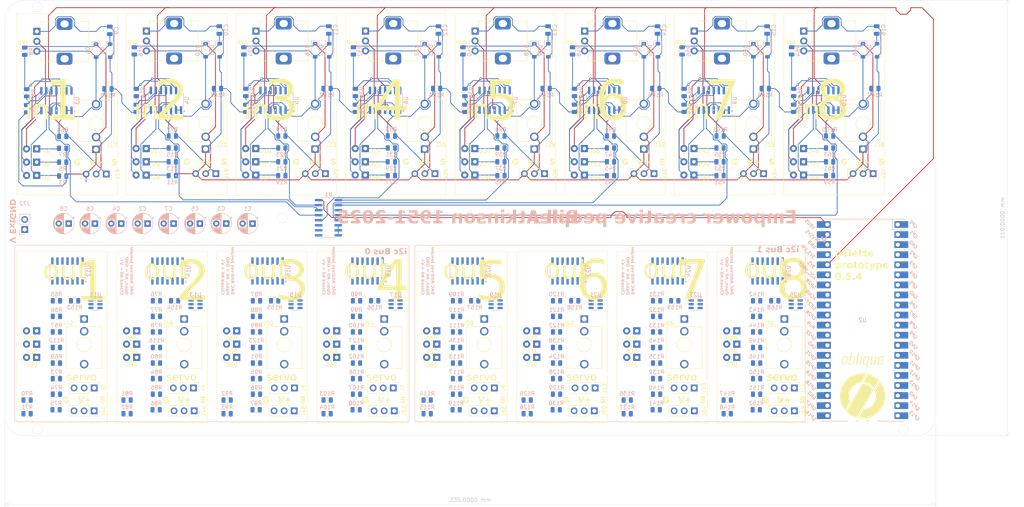
<source format=kicad_pcb>
(kicad_pcb (version 20241229) (generator "pcbnew") (generator_version "9.0")
  (layers (0 "F.Cu" signal) (2 "B.Cu" signal) (13 "F.Paste" user) (15 "B.Paste" user) (5 "F.SilkS" user "F.Silkscreen") (7 "B.SilkS" user "B.Silkscreen") (1 "F.Mask" user) (3 "B.Mask" user) (25 "Edge.Cuts" user))
  (net 0 "")
  (net 1 "GNDREF")
  (net 2 "Net-(J40-Pin_1)")
  (net 3 "Net-(D2-K)")
  (net 4 "Net-(D9-K)")
  (net 5 "Net-(D3-K)")
  (net 6 "Net-(J44-Pin_1)")
  (net 7 "Net-(D21-K)")
  (net 8 "Net-(J48-Pin_1)")
  (net 9 "Net-(J52-Pin_1)")
  (net 10 "Net-(U3C--)")
  (net 11 "Net-(D6-K)")
  (net 12 "Net-(J56-Pin_1)")
  (net 13 "Net-(D8-K)")
  (net 14 "Net-(U3D--)")
  (net 15 "Net-(D4-A)")
  (net 16 "Net-(D3-A)")
  (net 17 "Net-(D2-A)")
  (net 18 "Net-(J60-Pin_1)")
  (net 19 "Net-(J64-Pin_1)")
  (net 20 "Net-(D8-A)")
  (net 21 "Net-(J68-Pin_1)")
  (net 22 "Net-(D6-A)")
  (net 23 "Net-(D66-A)")
  (net 24 "Net-(U3A-+)")
  (net 25 "Net-(J16-Pin_1)")
  (net 26 "Net-(D26-K)")
  (net 27 "+3.3V")
  (net 28 "Net-(D59-K)")
  (net 29 "Net-(U18D--)")
  (net 30 "Net-(U18C--)")
  (net 31 "Net-(U7C--)")
  (net 32 "Net-(D27-K)")
  (net 33 "Net-(U7D--)")
  (net 34 "Net-(D66-K)")
  (net 35 "Net-(D60-K)")
  (net 36 "Net-(U4A-+)")
  (net 37 "Net-(D67-A)")
  (net 38 "Net-(D67-K)")
  (net 39 "Net-(D68-K)")
  (net 40 "Net-(J19-Pin_1)")
  (net 41 "Net-(J22-Pin_1)")
  (net 42 "Net-(D68-A)")
  (net 43 "Net-(U5A-+)")
  (net 44 "Net-(D12-K)")
  (net 45 "Net-(D62-K)")
  (net 46 "Net-(D33-K)")
  (net 47 "Net-(J25-Pin_1)")
  (net 48 "Net-(U9C--)")
  (net 49 "Net-(D39-K)")
  (net 50 "Net-(D38-K)")
  (net 51 "Net-(U6A-+)")
  (net 52 "Net-(U7A-+)")
  (net 53 "Net-(D14-K)")
  (net 54 "Net-(U4C--)")
  (net 55 "Net-(D15-K)")
  (net 56 "Net-(U4D--)")
  (net 57 "Net-(J28-Pin_1)")
  (net 58 "Net-(D63-K)")
  (net 59 "Net-(D70-A)")
  (net 60 "Net-(J31-Pin_1)")
  (net 61 "Net-(U8A-+)")
  (net 62 "Net-(J34-Pin_1)")
  (net 63 "Net-(U9A-+)")
  (net 64 "Net-(U10A-+)")
  (net 65 "Net-(D18-K)")
  (net 66 "Net-(U5C--)")
  (net 67 "Net-(J37-Pin_1)")
  (net 68 "Net-(U5D--)")
  (net 69 "Net-(D20-K)")
  (net 70 "Net-(D64-K)")
  (net 71 "Net-(D30-K)")
  (net 72 "Net-(U8C--)")
  (net 73 "Net-(U12B-+)")
  (net 74 "Net-(U8D--)")
  (net 75 "Net-(U9D--)")
  (net 76 "Net-(U14B-+)")
  (net 77 "Net-(U16B-+)")
  (net 78 "Net-(D70-K)")
  (net 79 "Net-(U6C--)")
  (net 80 "Net-(D71-K)")
  (net 81 "Net-(U6D--)")
  (net 82 "Net-(D24-K)")
  (net 83 "Net-(D32-K)")
  (net 84 "Net-(D36-K)")
  (net 85 "Net-(D42-K)")
  (net 86 "Net-(U18B-+)")
  (net 87 "Net-(D44-K)")
  (net 88 "Net-(D45-K)")
  (net 89 "Net-(D48-K)")
  (net 90 "Net-(U20B-+)")
  (net 91 "Net-(D50-K)")
  (net 92 "Net-(D51-K)")
  (net 93 "Net-(D52-K)")
  (net 94 "Net-(U22B-+)")
  (net 95 "Net-(D54-K)")
  (net 96 "Net-(D55-K)")
  (net 97 "Net-(D56-K)")
  (net 98 "Net-(U24B-+)")
  (net 99 "Net-(U26B-+)")
  (net 100 "Net-(D58-K)")
  (net 102 "Net-(D71-A)")
  (net 104 "Net-(D72-K)")
  (net 106 "Net-(D72-A)")
  (net 108 "Net-(U1-A)")
  (net 109 "/Input 7/ANALOG_CHANNEL")
  (net 111 "Net-(D74-K)")
  (net 113 "Net-(D74-A)")
  (net 115 "Net-(D75-K)")
  (net 117 "Net-(D75-A)")
  (net 118 "Net-(D76-A)")
  (net 119 "Net-(D40-A)")
  (net 120 "Net-(D39-A)")
  (net 121 "Net-(D38-A)")
  (net 122 "Net-(D33-A)")
  (net 123 "Net-(D36-A)")
  (net 124 "Net-(D34-A)")
  (net 125 "Net-(D26-A)")
  (net 126 "Net-(D27-A)")
  (net 127 "Net-(D28-A)")
  (net 128 "Net-(D76-K)")
  (net 129 "/Input 4/ANALOG_CHANNEL")
  (net 130 "Net-(D9-A)")
  (net 131 "Net-(D10-A)")
  (net 132 "Net-(D12-A)")
  (net 133 "/Input 5/ANALOG_CHANNEL")
  (net 134 "Net-(D16-A)")
  (net 135 "Net-(D14-A)")
  (net 136 "Net-(D15-A)")
  (net 137 "Net-(D78-K)")
  (net 138 "Net-(D20-A)")
  (net 139 "Net-(D78-A)")
  (net 140 "Net-(D18-A)")
  (net 141 "Net-(D48-A)")
  (net 142 "Net-(D46-A)")
  (net 143 "Net-(D45-A)")
  (net 144 "Net-(D62-A)")
  (net 145 "Net-(U1-C)")
  (net 146 "Net-(D63-A)")
  (net 147 "Net-(D64-A)")
  (net 148 "Net-(D79-A)")
  (net 149 "Net-(D22-A)")
  (net 150 "Net-(D24-A)")
  (net 151 "Net-(D21-A)")
  (net 152 "Net-(D79-K)")
  (net 153 "Net-(D32-A)")
  (net 154 "Net-(D30-A)")
  (net 155 "Net-(D80-A)")
  (net 156 "Net-(D42-A)")
  (net 157 "Net-(D44-A)")
  (net 158 "Net-(D52-A)")
  (net 159 "Net-(D50-A)")
  (net 160 "/Input 1/ANALOG_CHANNEL")
  (net 161 "Net-(D51-A)")
  (net 162 "Net-(D55-A)")
  (net 163 "Net-(D56-A)")
  (net 164 "Net-(U1-B)")
  (net 165 "Net-(D54-A)")
  (net 166 "Net-(U1-X)")
  (net 167 "Net-(D59-A)")
  (net 168 "Net-(D60-A)")
  (net 169 "Net-(D58-A)")
  (net 170 "Net-(D80-K)")
  (net 171 "SERVO_1")
  (net 172 "/Input 6/ANALOG_CHANNEL")
  (net 173 "Net-(U16C--)")
  (net 174 "Net-(U16D--)")
  (net 175 "SERVO_2")
  (net 176 "SERVO_3")
  (net 177 "SERVO_4")
  (net 178 "/Input 8/ANALOG_CHANNEL")
  (net 180 "SERVO_6")
  (net 181 "SERVO_7")
  (net 182 "SERVO_8")
  (net 183 "/Input 2/ANALOG_CHANNEL")
  (net 185 "/Input 3/ANALOG_CHANNEL")
  (net 197 "Net-(U10C--)")
  (net 198 "Net-(U10D--)")
  (net 199 "SCL_0")
  (net 200 "SDA_0")
  (net 201 "Net-(U12C--)")
  (net 202 "Net-(U12D--)")
  (net 203 "Net-(U14C--)")
  (net 204 "Net-(U14D--)")
  (net 205 "SDA_1")
  (net 206 "SCL_1")
  (net 207 "Net-(U20C--)")
  (net 208 "Net-(U20D--)")
  (net 209 "Net-(U22C--)")
  (net 210 "Net-(U22D--)")
  (net 211 "Net-(U24C--)")
  (net 212 "Net-(U24D--)")
  (net 213 "Net-(U26C--)")
  (net 214 "Net-(U26D--)")
  (net 229 "SERVO_5")
  (net 243 "Net-(U11-VOUT)")
  (net 244 "Net-(U13-VOUT)")
  (net 245 "Net-(U15-VOUT)")
  (net 246 "Net-(U17-VOUT)")
  (net 247 "Net-(U19-VOUT)")
  (net 248 "Net-(U21-VOUT)")
  (net 249 "Net-(U23-VOUT)")
  (net 250 "Net-(U25-VOUT)")
  (net 251 "V_SERVO")
  (net 252 "Net-(J71-Pin_3)")
  (footprint "PCB silkscreen logo" (layer "F.Cu") (at 231.5 116.41)
    (property "Reference" "G1" (hide yes))
    (property "Value" "LOGO" (hide yes))
  )
  (footprint "Connector_PinHeader_2.54mm:PinHeader_1x03_P2.54mm_Vertical" (layer "F.Cu") (at 214.271 114.41 -90)
    (property "Reference" "J14")
    (property "Value" "Conn_01x03_Male_Pin" (hide yes))
  )
  (footprint "PCB silkscreen logotype" (layer "F.Cu") (at 231.5 107.41)
    (property "Reference" "G2" (hide yes))
    (property "Value" "LOGO" (hide yes))
  )
  (footprint "Connector_PinSocket_2.54mm:PinSocket_1x03_P2.54mm_Vertical" (layer "F.Cu") (at 138.525 120.18 -90)
    (property "Reference" "J56")
    (property "Value" "Conn_01x03_Female_Pin" (hide yes))
  )
  (footprint "Potentiometer_THT:Potentiometer_Alps_RK09K_Single_Vertical" (layer "F.Cu") (at 50.717 24.32)
    (property "Reference" "RV2")
    (property "Value" "R_Potentiometer_MountingPin")
  )
  (footprint "LED_THT:LED_SideEmitter_Rectangular_W4.5mm_H1.6mm" (layer "F.Cu") (at 174.5 103.35 180)
    (property "Reference" "D75")
    (property "Value" "Yellow")
  )
  (footprint "LED_THT:LED_SideEmitter_Rectangular_W4.5mm_H1.6mm" (layer "F.Cu") (at 23 60.76 180)
    (property "Reference" "D2")
    (property "Value" "White")
  )
  (footprint "Potentiometer_THT:Potentiometer_Alps_RK09K_Single_Vertical" (layer "F.Cu") (at 78.374 24.32)
    (property "Reference" "RV3")
    (property "Value" "R_Potentiometer_MountingPin")
  )
  (footprint "Connector_Audio:Jack_3.5mm_QingPu_WQP-PJ398SM_Vertical_CircularHoles" (layer "F.Cu") (at 35 97)
    (property "Reference" "J42")
    (property "Value" "AudioJack2_SwitchT")
  )
  (footprint "LED_THT:LED_SideEmitter_Rectangular_W4.5mm_H1.6mm" (layer "F.Cu") (at 124 103.35 180)
    (property "Reference" "D67")
    (property "Value" "Yellow")
  )
  (footprint "Connector_PinSocket_2.54mm:PinSocket_1x03_P2.54mm_Vertical" (layer "F.Cu") (at 40.58 60.41 -90)
    (property "Reference" "J16")
    (property "Value" "Conn_01x03_Female_Pin")
  )
  (footprint "LED_THT:LED_SideEmitter_Rectangular_W4.5mm_H1.6mm" (layer "F.Cu") (at 73.5 106.7 180)
    (property "Reference" "D58")
    (property "Value" "White")
  )
  (footprint "LED_THT:LED_SideEmitter_Rectangular_W4.5mm_H1.6mm" (layer "F.Cu") (at 161.285 60.67 180)
    (property "Reference" "D32")
    (property "Value" "White")
  )
  (footprint "LED_THT:LED_SideEmitter_Rectangular_W4.5mm_H1.6mm" (layer "F.Cu") (at 78.314 53.97 180)
    (property "Reference" "D18")
    (property "Value" "Red")
  )
  (footprint "LED_THT:LED_SideEmitter_Rectangular_W4.5mm_H1.6mm" (layer "F.Cu") (at 199.75 106.7 180)
    (property "Reference" "D78")
    (property "Value" "White")
  )
  (footprint "LED_THT:LED_SideEmitter_Rectangular_W4.5mm_H1.6mm" (layer "F.Cu") (at 48.25 100 180)
    (property "Reference" "D56")
    (property "Value" "Red")
  )
  (footprint "Potentiometer_THT:Potentiometer_Alps_RK09K_Single_Vertical" (layer "F.Cu") (at 216.659 24.32)
    (property "Reference" "RV8")
    (property "Value" "R_Potentiometer_MountingPin")
  )
  (footprint "LED_THT:LED_SideEmitter_Rectangular_W4.5mm_H1.6mm" (layer "F.Cu") (at 105.971 53.97 180)
    (property "Reference" "D24")
    (property "Value" "Red")
  )
  (footprint "Connector_Audio:Jack_3.5mm_QingPu_WQP-PJ398SM_Vertical_CircularHoles" (layer "F.Cu") (at 60.25 97)
    (property "Reference" "J46")
    (property "Value" "AudioJack2_SwitchT")
  )
  (footprint "Connector_PinSocket_2.54mm:PinSocket_1x03_P2.54mm_Vertical" (layer "F.Cu") (at 62.775 120.18 -90)
    (property "Reference" "J44")
    (property "Value" "Conn_01x03_Female_Pin" (hide yes))
  )
  (footprint "LED_THT:LED_SideEmitter_Rectangular_W4.5mm_H1.6mm" (layer "F.Cu") (at 216.599 53.97 180)
    (property "Reference" "D48")
    (property "Value" "Red")
  )
  (footprint "LED_THT:LED_SideEmitter_Rectangular_W4.5mm_H1.6mm" (layer "F.Cu") (at 161.285 53.97 180)
    (property "Reference" "D36")
    (property "Value" "Red")
  )
  (footprint "Connector_PinHeader_2.54mm:PinHeader_1x03_P2.54mm_Vertical" (layer "F.Cu") (at 113.025 114.41 -90)
    (property "Reference" "J7")
    (property "Value" "Conn_01x03_Male_Pin" (hide yes))
  )
  (footprint "Connector_PinSocket_2.54mm:PinSocket_1x03_P2.54mm_Vertical" (layer "F.Cu") (at 178.865 60.32 -90)
    (property "Reference" "J31")
    (property "Value" "Conn_01x03_Female_Pin")
  )
  (footprint "Potentiometer_THT:Potentiometer_Alps_RK09K_Single_Vertical" (layer "F.Cu") (at 106.031 24.32)
    (property "Reference" "RV4")
    (property "Value" "R_Potentiometer_MountingPin")
  )
  (footprint "LED_THT:LED_SideEmitter_Rectangular_W4.5mm_H1.6mm" (layer "F.Cu") (at 188.942 60.67 180)
    (property "Reference" "D38")
    (property "Value" "White")
  )
  (footprint "LED_THT:LED_SideEmitter_Rectangular_W4.5mm_H1.6mm" (layer "F.Cu") (at 174.5 100 180)
    (property "Reference" "D76")
    (property "Value" "Red")
  )
  (footprint "LED_THT:LED_SideEmitter_Rectangular_W4.5mm_H1.6mm" (layer "F.Cu") (at 124 106.7 180)
    (property "Reference" "D66")
    (property "Value" "White")
  )
  (footprint "LED_THT:LED_SideEmitter_Rectangular_W4.5mm_H1.6mm" (layer "F.Cu") (at 98.75 100 180)
    (property "Reference" "D64")
    (property "Value" "Red")
  )
  (footprint "Potentiometer_THT:Potentiometer_Alps_RK09K_Single_Vertical" (layer "F.Cu") (at 133.688 24.32)
    (property "Reference" "RV5")
    (property "Value" "R_Potentiometer_MountingPin")
  )
  (footprint "LED_THT:LED_SideEmitter_Rectangular_W4.5mm_H1.6mm" (layer "F.Cu") (at 50.657 60.67 180)
    (property "Reference" "D8")
    (property "Value" "White")
  )
  (footprint "Connector_PinHeader_2.54mm:PinHeader_1x03_P2.54mm_Vertical" (layer "F.Cu") (at 62.58 114.41 -90)
    (property "Reference" "J4")
    (property "Value" "Conn_01x03_Male_Pin" (hide yes))
  )
  (footprint "LED_THT:LED_SideEmitter_Rectangular_W4.5mm_H1.6mm" (layer "F.Cu") (at 149.25 103.35 180)
    (property "Reference" "D71")
    (property "Value" "Yellow")
  )
  (footprint "Connector_PinSocket_2.54mm:PinSocket_1x03_P2.54mm_Vertical" (layer "F.Cu") (at 123.551 60.32 -90)
    (property "Reference" "J25")
    (property "Value" "Conn_01x03_Female_Pin")
  )
  (footprint "Connector_Audio:Jack_3.5mm_QingPu_WQP-PJ398SM_Vertical_CircularHoles" (layer "F.Cu") (at 38 54.19 180)
    (property "Reference" "J17")
    (property "Value" "AudioJack2_SwitchT")
  )
  (footprint "LED_THT:LED_SideEmitter_Rectangular_W4.5mm_H1.6mm" (layer "F.Cu") (at 174.5 106.7 180)
    (property "Reference" "D74")
    (property "Value" "White")
  )
  (footprint "LED_THT:LED_SideEmitter_Rectangular_W4.5mm_H1.6mm" (layer "F.Cu") (at 124 100 180)
    (property "Reference" "D68")
    (property "Value" "Red")
  )
  (footprint "Connector_Audio:Jack_3.5mm_QingPu_WQP-PJ398SM_Vertical_CircularHoles" (layer "F.Cu") (at 65.657 54.1 180)
    (property "Reference" "J20")
    (property "Value" "AudioJack2_SwitchT")
  )
  (footprint "Connector_PinSocket_2.54mm:PinSocket_1x03_P2.54mm_Vertical" (layer "F.Cu") (at 37.525 120.18 -90)
    (property "Reference" "J40")
    (property "Value" "Conn_01x03_Female_Pin" (hide yes))
  )
  (footprint "LED_THT:LED_SideEmitter_Rectangular_W4.5mm_H1.6mm" (layer "F.Cu") (at 199.75 100 180)
    (property "Reference" "D80")
    (property "Value" "Red")
  )
  (footprint "LED_THT:LED_SideEmitter_Rectangular_W4.5mm_H1.6mm" (layer "F.Cu") (at 23 57.41 180)
    (property "Reference" "D3")
    (property "Value" "Yellow")
  )
  (footprint "LED_THT:LED_SideEmitter_Rectangular_W4.5mm_H1.6mm" (layer "F.Cu") (at 98.75 106.7 180)
    (property "Reference" "D62")
    (property "Value" "White")
  )
  (footprint "Connector_PinHeader_2.54mm:PinHeader_1x03_P2.54mm_Vertical" (layer "F.Cu") (at 189 114.41 -90)
    (property "Reference" "J13")
    (property "Value" "Conn_01x03_Male_Pin" (hide yes))
  )
  (footprint "LED_THT:LED_SideEmitter_Rectangular_W4.5mm_H1.6mm" (layer "F.Cu") (at 23 106.7 180)
    (property "Reference" "D50")
    (property "Value" "White")
  )
  (footprint "Connector_Audio:Jack_3.5mm_QingPu_WQP-PJ398SM_Vertical_CircularHoles" (layer "F.Cu") (at 176.285 54.1 180)
    (property "Reference" "J32")
    (property "Value" "AudioJack2_SwitchT")
  )
  (footprint "LED_THT:LED_SideEmitter_Rectangular_W4.5mm_H1.6mm" (layer "F.Cu") (at 78.314 57.32 180)
    (property "Reference" "D15")
    (property "Value" "Yellow")
  )
  (footprint "Connector_PinSocket_2.54mm:PinSocket_1x03_P2.54mm_Vertical" (layer "F.Cu") (at 95.894 60.32 -90)
    (property "Reference" "J22")
    (property "Value" "Conn_01x03_Female_Pin")
  )
  (footprint "Connector_Audio:Jack_3.5mm_QingPu_WQP-PJ398SM_Vertical_CircularHoles" (layer "F.Cu") (at 186.5 97)
    (property "Reference" "J66")
    (property "Value" "AudioJack2_SwitchT")
  )
  (footprint "Connector_PinSocket_2.54mm:PinSocket_1x03_P2.54mm_Vertical" (layer "F.Cu") (at 151.208 60.32 -90)
    (property "Reference" "J28")
    (property "Value" "Conn_01x03_Female_Pin")
  )
  (footprint "LED_THT:LED_SideEmitter_Rectangular_W4.5mm_H1.6mm" (layer "F.Cu") (at 78.314 60.67 180)
    (property "Reference" "D14")
    (property "Value" "White")
  )
  (footprint "Potentiometer_THT:Potentiometer_Alps_RK09K_Single_Vertical" (layer "F.Cu") (at 161.345 24.32)
    (property "Reference" "RV6")
    (property "Value" "R_Potentiometer_MountingPin")
  )
  (footprint "LED_THT:LED_SideEmitter_Rectangular_W4.5mm_H1.6mm" (layer "F.Cu") (at 73.5 103.35 180)
    (property "Reference" "D59")
    (property "Value" "Yellow")
  )
  (footprint "Connector_Audio:Jack_3.5mm_QingPu_WQP-PJ398SM_Vertical_CircularHoles" (layer "F.Cu") (at 161.25 97)
    (property "Reference" "J62")
    (property "Value" "AudioJack2_SwitchT")
  )
  (footprint "LED_THT:LED_SideEmitter_Rectangular_W4.5mm_H1.6mm" (layer "F.Cu") (at 73.5 100 180)
    (property "Reference" "D60")
    (property "Value" "Red")
  )
  (footprint "Connector_PinSocket_2.54mm:PinSocket_1x03_P2.54mm_Vertical" (layer "F.Cu") (at 68.237 60.32 -90)
    (property "Reference" "J19")
    (property "Value" "Conn_01x03_Female_Pin")
  )
  (footprint "LED_THT:LED_SideEmitter_Rectangular_W4.5mm_H1.6mm" (layer "F.Cu") (at 133.628 53.97 180)
    (property "Reference" "D30")
    (property "Value" "Red")
  )
  (footprint "LED_THT:LED_SideEmitter_Rectangular_W4.5mm_H1.6mm" (layer "F.Cu") (at 98.75 103.35 180)
    (property "Reference" "D63")
    (property "Value" "Yellow")
  )
  (footprint "Connector_PinSocket_2.54mm:PinSocket_1x03_P2.54mm_Vertical" (layer "F.Cu") (at 189.025 120.18 -90)
    (property "Reference" "J64")
    (property "Value" "Conn_01x03_Female_Pin" (hide yes))
  )
  (footprint "LED_THT:LED_SideEmitter_Rectangular_W4.5mm_H1.6mm" (layer "F.Cu") (at 188.942 53.97 180)
    (property "Reference" "D42")
    (property "Value" "Red")
  )
  (footprint "Connector_PinSocket_2.54mm:PinSocket_1x03_P2.54mm_Vertical" (layer "F.Cu") (at 206.522 60.32 -90)
    (property "Reference" "J34")
    (property "Value" "Conn_01x03_Female_Pin")
  )
  (footprint "Connector_Audio:Jack_3.5mm_QingPu_WQP-PJ398SM_Vertical_CircularHoles" (layer "F.Cu") (at 203.942 54.1 180)
    (property "Reference" "J35")
    (property "Value" "AudioJack2_SwitchT")
  )
  (footprint "Connector_PinHeader_2.54mm:PinHeader_1x03_P2.54mm_Vertical" (layer "F.Cu") (at 138.54 114.41 -90)
    (property "Reference" "J9")
    (property "Value" "Conn_01x03_Male_Pin" (hide yes))
  )
  (footprint "Connector_Audio:Jack_3.5mm_QingPu_WQP-PJ398SM_Vertical_CircularHoles" (layer "F.Cu") (at 93.314 54.1 180)
    (property "Reference" "J23")
    (property "Value" "AudioJack2_SwitchT")
  )
  (footprint "Connector_PinSocket_2.54mm:PinSocket_1x03_P2.54mm_Vertical" (layer "F.Cu") (at 214.275 120.18 -90)
    (property "Reference" "J68")
    (property "Value" "Conn_01x03_Female_Pin" (hide yes))
  )
  (footprint "Connector_Audio:Jack_3.5mm_QingPu_WQP-PJ398SM_Vertical_CircularHoles" (layer "F.Cu") (at 148.628 54.1 180)
    (property "Reference" "J29")
    (property "Value" "AudioJack2_SwitchT")
  )
  (footprint "LED_THT:LED_SideEmitter_Rectangular_W4.5mm_H1.6mm" (layer "F.Cu") (at 133.628 60.67 180)
    (property "Reference" "D26")
    (property "Value" "White")
  )
  (footprint "Connector_Audio:Jack_3.5mm_QingPu_WQP-PJ398SM_Vertical_CircularHoles" (layer "F.Cu") (at 136 97)
    (property "Reference" "J58")
    (property "Value" "AudioJack2_SwitchT")
  )
  (footprint "LED_THT:LED_SideEmitter_Rectangular_W4.5mm_H1.6mm" (layer "F.Cu") (at 105.971 60.67 180)
    (property "Reference" "D20")
    (property "Value" "White")
  )
  (footprint "Potentiometer_THT:Potentiometer_Alps_RK09K_Single_Vertical" (layer "F.Cu") (at 23.06 24.41)
    (property "Reference" "RV1")
    (property "Value" "R_Potentiometer_MountingPin")
  )
  (footprint "Connector_Audio:Jack_3.5mm_QingPu_WQP-PJ398SM_Vertical_CircularHoles" (layer "F.Cu") (at 211.75 97)
    (property "Reference" "J70")
    (property "Value" "AudioJack2_SwitchT")
  )
  (footprint "LED_THT:LED_SideEmitter_Rectangular_W4.5mm_H1.6mm" (layer "F.Cu") (at 105.971 57.32 180)
    (property "Reference" "D21")
    (property "Value" "Yellow")
  )
  (footprint "LED_THT:LED_SideEmitter_Rectangular_W4.5mm_H1.6mm" (layer "F.Cu") (at 216.599 57.32 180)
    (property "Reference" "D45")
    (property "Value" "Yellow")
  )
  (footprint "Connector_Audio:Jack_3.5mm_QingPu_WQP-PJ398SM_Vertical_CircularHoles" (layer "F.Cu") (at 120.971 54.1 180)
    (property "Reference" "J26")
    (property "Value" "AudioJack2_SwitchT")
  )
  (footprint "LED_THT:LED_SideEmitter_Rectangular_W4.5mm_H1.6mm" (layer "F.Cu") (at 149.25 100 180)
    (property "Reference" "D72")
    (property "Value" "Red")
  )
  (footprint "LED_THT:LED_SideEmitter_Rectangular_W4.5mm_H1.6mm" (layer "F.Cu") (at 216.599 60.67 180)
    (property "Reference" "D44")
    (property "Value" "White")
  )
  (footprint "LED_THT:LED_SideEmitter_Rectangular_W4.5mm_H1.6mm" (layer "F.Cu") (at 48.25 103.35 180)
    (property "Reference" "D55")
    (property "Value" "Yellow")
  )
  (footprint "Connector_PinHeader_2.54mm:PinHeader_1x03_P2.54mm_Vertical" (layer "F.Cu") (at 88.08 114.41 -90)
    (property "Reference" "J5")
    (property "Value" "Conn_01x03_Male_Pin" (hide yes))
  )
  (footprint "LED_THT:LED_SideEmitter_Rectangular_W4.5mm_H1.6mm" (layer "F.Cu") (at 188.942 57.32 180)
    (property "Reference" "D39")
    (property "Value" "Yellow")
  )
  (footprint "Connector_Audio:Jack_3.5mm_QingPu_WQP-PJ398SM_Vertical_CircularHoles" (layer "F.Cu") (at 231.599 54.1 180)
    (property "Reference" "J38")
    (property "Value" "AudioJack2_SwitchT")
  )
  (footprint "Connector_PinSocket_2.54mm:PinSocket_1x03_P2.54mm_Vertical" (layer "F.Cu") (at 234.179 60.32 -90)
    (property "Reference" "J37")
    (property "Value" "Conn_01x03_Female_Pin")
  )
  (footprint "Connector_PinHeader_2.54mm:PinHeader_1x03_P2.54mm_Vertical" (layer "F.Cu") (at 164 114.41 -90)
    (property "Reference" "J11")
    (property "Value" "Conn_01x03_Male_Pin" (hide yes))
  )
  (footprint "LED_THT:LED_SideEmitter_Rectangular_W4.5mm_H1.6mm" (layer "F.Cu") (at 133.628 57.32 180)
    (property "Reference" "D27")
    (property "Value" "Yellow")
  )
  (footprint "LED_THT:LED_SideEmitter_Rectangular_W4.5mm_H1.6mm" (layer "F.Cu") (at 149.25 106.7 180)
    (property "Reference" "D70")
    (property "Value" "White")
  )
  (footprint "Connector_Audio:Jack_3.5mm_QingPu_WQP-PJ398SM_Vertical_CircularHoles" (layer "F.Cu") (at 110.75 97)
    (property "Reference" "J54")
    (property "Value" "AudioJack2_SwitchT")
  )
  (footprint "LED_THT:LED_SideEmitter_Rectangular_W4.5mm_H1.6mm" (layer "F.Cu") (at 48.25 106.7 180)
    (property "Reference" "D54")
    (property "Value" "White")
  )
  (footprint "LED_THT:LED_SideEmitter_Rectangular_W4.5mm_H1.6mm" (layer "F.Cu") (at 23 100 180)
    (property "Reference" "D52")
    (property "Value" "Red")
  )
  (footprint "LED_THT:LED_SideEmitter_Rectangular_W4.5mm_H1.6mm" (layer "F.Cu") (at 23 54.06 180)
    (property "Reference" "D6")
    (property "Value" "Red")
  )
  (footprint "LED_THT:LED_SideEmitter_Rectangular_W4.5mm_H1.6mm" (layer "F.Cu") (at 50.657 53.97 180)
    (property "Reference" "D12")
    (property "Value" "Red")
  )
  (footprint "LED_THT:LED_SideEmitter_Rectangular_W4.5mm_H1.6mm" (layer "F.Cu") (at 50.657 57.32 180)
    (property "Reference" "D9")
    (property "Value" "Yellow")
  )
  (footprint "Connector_PinSocket_2.54mm:PinSocket_1x03_P2.54mm_Vertical" (layer "F.Cu") (at 88.025 120.18 -90)
    (property "Reference" "J48")
    (property "Value" "Conn_01x03_Female_Pin" (hide yes))
  )
  (footprint "LED_THT:LED_SideEmitter_Rectangular_W4.5mm_H1.6mm" (layer "F.Cu") (at 23 103.35 180)
    (property "Reference" "D51")
    (property "Value" "Yellow")
  )
  (footprint "LED_THT:LED_SideEmitter_Rectangular_W4.5mm_H1.6mm" (layer "F.Cu") (at 199.75 103.35 180)
    (property "Reference" "D79")
    (property "Value" "Yellow")
  )
  (footprint "Potentiometer_THT:Potentiometer_Alps_RK09K_Single_Vertical" (layer "F.Cu") (at 189.002 24.32)
    (property "Reference" "RV7")
    (property "Value" "R_Potentiometer_MountingPin")
  )
  (footprint "LED_THT:LED_SideEmitter_Rectangular_W4.5mm_H1.6mm" (layer "F.Cu") (at 161.285 57.32 180)
    (property "Reference" "D33")
    (property "Value" "Yellow")
  )
  (footprint "Connector_PinSocket_2.54mm:PinSocket_1x03_P2.54mm_Vertical" (layer "F.Cu") (at 113.275 120.18 -90)
    (property "Reference" "J52")
    (property "Value" "Conn_01x03_Female_Pin" (hide yes))
  )
  (footprint "Connector_Audio:Jack_3.5mm_QingPu_WQP-PJ398SM_Vertical_CircularHoles" (layer "F.Cu") (at 85.5 97)
    (property "Reference" "J50")
    (property "Value" "AudioJack2_SwitchT")
  )
  (footprint "Connector_PinHeader_2.54mm:PinHeader_1x03_P2.54mm_Vertical" (layer "F.Cu") (at 37.54 114.41 -90)
    (property "Reference" "J2")
    (property "Value" "Conn_01x03_Male_Pin" (hide yes))
  )
  (footprint "Connector_PinSocket_2.54mm:PinSocket_1x03_P2.54mm_Vertical" (layer "F.Cu") (at 163.775 120.18 -90)
    (property "Reference" "J60")
    (property "Value" "Conn_01x03_Female_Pin" (hide yes))
  )
  (footprint "Resistor_SMD:R_0805_2012Metric" (layer "B.Cu") (at 53.25 104.1957)
    (property "Reference" "R116")
    (property "Value" "200k")
  )
  (footprint "Resistor_SMD:R_0805_2012Metric" (layer "B.Cu") (at 75.814 39.82 90)
    (property "Reference" "R22")
    (property "Value" "110K")
  )
  (footprint "Resistor_SMD:R_0805_2012Metric" (layer "B.Cu") (at 68.657 38.82)
    (property "Reference" "R161")
    (property "Value" "200K")
  )
  (footprint "Resistor_SMD:R_0805_2012Metric" (layer "B.Cu") (at 154.25 96.3386 180)
    (property "Reference" "R121")
    (property "Value" "100K")
  )
  (footprint "Resistor_SMD:R_0805_2012Metric" (layer "B.Cu") (at 112.5585 53.82)
    (property "Reference" "R31")
    (property "Value" "127R")
  )
  (footprint "Resistor_SMD:R_0805_2012Metric" (layer "B.Cu") (at 204.6625 119.91 180)
    (property "Reference" "R152")
    (property "Value" "127R")
  )
  (footprint "Resistor_SMD:R_0805_2012Metric" (layer "B.Cu") (at 195.5295 50.82 180)
    (property "Reference" "R101")
    (property "Value" "100K")
  )
  (footprint "Resistor_SMD:R_0805_2012Metric" (layer "B.Cu") (at 172.0875 117.46 180)
    (property "Reference" "R136")
    (property "Value" "110k")
  )
  (footprint "Resistor_SMD:R_0805_2012Metric" (layer "B.Cu") (at 78.4125 119.91 180)
    (property "Reference" "R97")
    (property "Value" "127R")
  )
  (footprint "Resistor_SMD:R_0805_2012Metric" (layer "B.Cu") (at 167.8725 50.82 180)
    (property "Reference" "R94")
    (property "Value" "100K")
  )
  (footprint "Resistor_SMD:R_0805_2012Metric" (layer "B.Cu") (at 121.5875 117.46 180)
    (property "Reference" "R114")
    (property "Value" "110k")
  )
  (footprint "Resistor_SMD:R_0805_2012Metric" (layer "B.Cu") (at 129 112.0529 180)
    (property "Reference" "R117")
    (property "Value" "1K")
  )
  (footprint "Resistor_SMD:R_0805_2012Metric" (layer "B.Cu") (at 20.5 43.91 90)
    (property "Reference" "R4")
    (property "Value" "300k")
  )
  (footprint "Resistor_SMD:R_0805_2012Metric" (layer "B.Cu") (at 78.5 104.1957)
    (property "Reference" "R123")
    (property "Value" "200k")
  )
  (footprint "Package_TO_SOT_SMD:SOT-23-6" (layer "B.Cu") (at 37.8625 93.26 180)
    (property "Reference" "U11")
    (property "Value" "MCP4725xxx-xCH")
  )
  (footprint "Resistor_SMD:R_0805_2012Metric" (layer "B.Cu") (at 28 115.9814 180)
    (property "Reference" "R74")
    (property "Value" "127R")
  )
  (footprint "Package_SO:SOIC-16_3.9x9.9mm_P1.27mm" (layer "B.Cu") (at 96.675 71.435 180)
    (property "Reference" "U1")
    (property "Value" "CD4051B")
  )
  (footprint "Resistor_SMD:R_0805_2012Metric" (layer "B.Cu") (at 84.9015 50.82 180)
    (property "Reference" "R79")
    (property "Value" "100K")
  )
  (footprint "Resistor_SMD:R_0805_2012Metric" (layer "B.Cu") (at 195.5295 57.32)
    (property "Reference" "R53")
    (property "Value" "127R")
  )
  (footprint "Diode_SMD:D_SOD-123" (layer "B.Cu") (at 207.492 29.17 -90)
    (property "Reference" "D41")
    (property "Value" "1N4148")
  )
  (footprint "Resistor_SMD:R_0805_2012Metric" (layer "B.Cu") (at 223.1865 57.32)
    (property "Reference" "R61")
    (property "Value" "127R")
  )
  (footprint "Resistor_SMD:R_0805_2012Metric" (layer "B.Cu") (at 186.442 43.82 90)
    (property "Reference" "R52")
    (property "Value" "300k")
  )
  (footprint "Resistor_SMD:R_0805_2012Metric" (layer "B.Cu") (at 48.157 43.82 90)
    (property "Reference" "R12")
    (property "Value" "300k")
  )
  (footprint "Resistor_SMD:R_0805_2012Metric" (layer "B.Cu") (at 103.75 92.41 180)
    (property "Reference" "R98")
    (property "Value" "10K")
  )
  (footprint "Resistor_SMD:R_0805_2012Metric" (layer "B.Cu") (at 112.5585 60.82)
    (property "Reference" "R27")
    (property "Value" "1K")
  )
  (footprint "Diode_SMD:D_SOD-123" (layer "B.Cu") (at 152.178 29.17 -90)
    (property "Reference" "D29")
    (property "Value" "1N4148")
  )
  (footprint "Resistor_SMD:R_0805_2012Metric" (layer "B.Cu") (at 45.8375 117.46 180)
    (property "Reference" "R81")
    (property "Value" "110k")
  )
  (footprint "Resistor_SMD:R_0805_2012Metric" (layer "B.Cu") (at 103.75 100.2671 180)
    (property "Reference" "R100")
    (property "Value" "10K")
  )
  (footprint "Resistor_SMD:R_0805_2012Metric" (layer "B.Cu") (at 47.657 29.32 90)
    (property "Reference" "R16")
    (property "Value" "150K")
  )
  (footprint "Package_SO:SOIC-14_3.9x8.7mm_P1.27mm" (layer "B.Cu") (at 55.657 41.795 90)
    (property "Reference" "U4")
    (property "Value" "MCP6004")
  )
  (footprint "Capacitor_SMD:C_0805_2012Metric" (layer "B.Cu") (at 179.756 24.0457 90)
    (property "Reference" "C14")
    (property "Value" "1n")
  )
  (footprint "Resistor_SMD:R_0805_2012Metric" (layer "B.Cu") (at 154.25 104.1957)
    (property "Reference" "R138")
    (property "Value" "200k")
  )
  (footprint "Resistor_SMD:R_0805_2012Metric" (layer "B.Cu") (at 103.471 39.82 90)
    (property "Reference" "R30")
    (property "Value" "110K")
  )
  (footprint "Resistor_SMD:R_0805_2012Metric" (layer "B.Cu") (at 179.4125 119.91 180)
    (property "Reference" "R141")
    (property "Value" "127R")
  )
  (footprint "Capacitor_THT:CP_Radial_D5.0mm_P2.50mm" (layer "B.Cu") (at 31.0807 72.91 180)
    (property "Reference" "C8")
    (property "Value" "100uF")
  )
  (footprint "Package_SO:SOIC-14_3.9x8.7mm_P1.27mm" (layer "B.Cu") (at 193.942 41.795 90)
    (property "Reference" "U9")
    (property "Value" "MCP6004")
  )
  (footprint "Package_SO:SOIC-14_3.9x8.7mm_P1.27mm" (layer "B.Cu") (at 138.628 41.795 90)
    (property "Reference" "U7")
    (property "Value" "MCP6004")
  )
  (footprint "Resistor_SMD:R_0805_2012Metric" (layer "B.Cu") (at 28 112.0529 180)
    (property "Reference" "R73")
    (property "Value" "1K")
  )
  (footprint "Resistor_SMD:R_0805_2012Metric" (layer "B.Cu") (at 154.25 115.9814 180)
    (property "Reference" "R129")
    (property "Value" "127R")
  )
  (footprint "Resistor_SMD:R_0805_2012Metric" (layer "B.Cu") (at 158.785 39.82 90)
    (property "Reference" "R46")
    (property "Value" "110K")
  )
  (footprint "Resistor_SMD:R_0805_2012Metric" (layer "B.Cu") (at 146.8375 117.46 180)
    (property "Reference" "R125")
    (property "Value" "110k")
  )
  (footprint "Connector_PinHeader_2.54mm:PinHeader_1x02_P2.54mm_Vertical" (layer "B.Cu") (at 20 74.41)
    (property "Reference" "J72")
    (property "Value" "Conn_01x02_Pin")
  )
  (footprint "Resistor_SMD:R_0805_2012Metric" (layer "B.Cu") (at 197.3375 117.46 180)
    (property "Reference" "R147")
    (property "Value" "110k")
  )
  (footprint "Resistor_SMD:R_0805_2012Metric" (layer "B.Cu") (at 179.5 112.0529 180)
    (property "Reference" "R139")
    (property "Value" "1K")
  )
  (footprint "Resistor_SMD:R_0805_2012Metric" (layer "B.Cu") (at 57.2445 60.82)
    (property "Reference" "R11")
    (property "Value" "1K")
  )
  (footprint "Resistor_SMD:R_0805_2012Metric" (layer "B.Cu") (at 53.25 112.0529 180)
    (property "Reference" "R84")
    (property "Value" "1K")
  )
  (footprint "Resistor_SMD:R_0805_2012Metric" (layer "B.Cu") (at 84.9015 57.32)
    (property "Reference" "R21")
    (property "Value" "127R")
  )
  (footprint "Resistor_SMD:R_0805_2012Metric" (layer "B.Cu") (at 223.1865 53.82)
    (property "Reference" "R63")
    (property "Value" "127R")
  )
  (footprint "Package_SO:SOIC-14_3.9x8.7mm_P1.27mm" (layer "B.Cu") (at 28 41.885 90)
    (property "Reference" "U3")
    (property "Value" "MCP6004")
  )
  (footprint "Package_TO_SOT_SMD:SOT-23-6" (layer "B.Cu") (at 189.3625 93.26 180)
    (property "Reference" "U23")
    (property "Value" "MCP4725xxx-xCH")
  )
  (footprint "Resistor_SMD:R_0805_2012Metric" (layer "B.Cu") (at 84.9015 60.82)
    (property "Reference" "R19")
    (property "Value" "1K")
  )
  (footprint "Package_SO:SOIC-14_3.9x8.7mm_P1.27mm" (layer "B.Cu") (at 83.314 41.795 90)
    (property "Reference" "U5")
    (property "Value" "MCP6004")
  )
  (footprint "Resistor_SMD:R_0805_2012Metric" (layer "B.Cu") (at 209.3375 92.41)
    (property "Reference" "R168")
    (property "Value" "100k")
  )
  (footprint "Package_TO_SOT_SMD:SOT-23-6" (layer "B.Cu") (at 63.1125 93.26 180)
    (property "Reference" "U13")
    (property "Value" "MCP4725xxx-xCH")
  )
  (footprint "Resistor_SMD:R_0805_2012Metric" (layer "B.Cu") (at 154.25 100.2671 180)
    (property "Reference" "R122")
    (property "Value" "10K")
  )
  (footprint "Resistor_SMD:R_0805_2012Metric" (layer "B.Cu") (at 151.628 38.82)
    (property "Reference" "R164")
    (property "Value" "200K")
  )
  (footprint "Capacitor_SMD:C_0805_2012Metric" (layer "B.Cu") (at 235.07 24.0457 90)
    (property "Reference" "C16")
    (property "Value" "1n")
  )
  (footprint "Resistor_SMD:R_0805_2012Metric" (layer "B.Cu") (at 167.8725 57.32)
    (property "Reference" "R45")
    (property "Value" "127R")
  )
  (footprint "Resistor_SMD:R_0805_2012Metric" (layer "B.Cu") (at 130.628 29.32 90)
    (property "Reference" "R40")
    (property "Value" "150K")
  )
  (footprint "Resistor_SMD:R_0805_2012Metric" (layer "B.Cu") (at 214.099 39.82 90)
    (property "Reference" "R62")
    (property "Value" "110K")
  )
  (footprint "Resistor_SMD:R_0805_2012Metric" (layer "B.Cu") (at 57.8375 92.41)
    (property "Reference" "R154")
    (property "Value" "100k")
  )
  (footprint "Resistor_SMD:R_0805_2012Metric" (layer "B.Cu") (at 32.5875 92.41)
    (property "Reference" "R153")
    (property "Value" "100k")
  )
  (footprint "Resistor_SMD:R_0805_2012Metric" (layer "B.Cu") (at 129 100.2671 180)
    (property "Reference" "R111")
    (property "Value" "10K")
  )
  (footprint "Resistor_SMD:R_0805_2012Metric" (layer "B.Cu") (at 29.5875 50.91 180)
    (property "Reference" "R68")
    (property "Value" "100K")
  )
  (footprint "Resistor_SMD:R_0805_2012Metric" (layer "B.Cu") (at 103.75 115.9814 180)
    (property "Reference" "R107")
    (property "Value" "127R")
  )
  (footprint "Resistor_SMD:R_0805_2012Metric" (layer "B.Cu") (at 179.5 92.41 180)
    (property "Reference" "R131")
    (property "Value" "10K")
  )
  (footprint "Resistor_SMD:R_0805_2012Metric" (layer "B.Cu") (at 179.5 115.9814 180)
    (property "Reference" "R140")
    (property "Value" "127R")
  )
  (footprint "Package_SO:SOIC-14_3.9x8.7mm_P1.27mm" (layer "B.Cu") (at 106.54 84.885 90)
    (property "Reference" "U18")
    (property "Value" "MCP6004")
  )
  (footprint "Diode_SMD:D_SOD-123" (layer "B.Cu") (at 231.599 29.17 -90)
    (property "Reference" "D46")
    (property "Value" "1N4148")
  )
  (footprint "Resistor_SMD:R_0805_2012Metric" (layer "B.Cu") (at 179.5 108.1243 180)
    (property "Reference" "R135")
    (property "Value" "300k")
  )
  (footprint "Diode_SMD:D_SOD-123" (layer "B.Cu") (at 235.149 29.17 -90)
    (property "Reference" "D47")
    (property "Value" "1N4148")
  )
  (footprint "Resistor_SMD:R_0805_2012Metric" (layer "B.Cu") (at 71.0875 120.91 180)
    (property "Reference" "R93")
    (property "Value" "150k")
  )
  (footprint "Resistor_SMD:R_0805_2012Metric" (layer "B.Cu") (at 78.5 96.3386 180)
    (property "Reference" "R88")
    (property "Value" "100K")
  )
  (footprint "Diode_SMD:D_SOD-123" (layer "B.Cu") (at 38 29.26 -90)
    (property "Reference" "D4")
    (property "Value" "1N4148")
  )
  (footprint "Resistor_SMD:R_0805_2012Metric" (layer "B.Cu") (at 131.128 39.82 90)
    (property "Reference" "R38")
    (property "Value" "110K")
  )
  (footprint "Resistor_SMD:R_0805_2012Metric" (layer "B.Cu") (at 129 115.9814 180)
    (property "Reference" "R118")
    (property "Value" "127R")
  )
  (footprint "Package_TO_SOT_SMD:SOT-23-6" (layer "B.Cu") (at 214.6125 93.26 180)
    (property "Reference" "U25")
    (property "Value" "MCP4725xxx-xCH")
  )
  (footprint "Resistor_SMD:R_0805_2012Metric" (layer "B.Cu") (at 41 38.91)
    (property "Reference" "R160")
    (property "Value" "200K")
  )
  (footprint "Resistor_SMD:R_0805_2012Metric" (layer "B.Cu") (at 20.5875 117.46 180)
    (property "Reference" "R70")
    (property "Value" "110k")
  )
  (footprint "Resistor_SMD:R_0805_2012Metric" (layer "B.Cu") (at 204.75 104.1957)
    (property "Reference" "R149")
    (property "Value" "200k")
  )
  (footprint "Resistor_SMD:R_0805_2012Metric" (layer "B.Cu") (at 185.942 29.32 90)
    (property "Reference" "R56")
    (property "Value" "150K")
  )
  (footprint "Resistor_SMD:R_0805_2012Metric" (layer "B.Cu") (at 29.5875 53.91)
    (property "Reference" "R7")
    (property "Value" "127R")
  )
  (footprint "Resistor_SMD:R_0805_2012Metric" (layer "B.Cu") (at 29.5875 57.41)
    (property "Reference" "R5")
    (property "Value" "127R")
  )
  (footprint "Resistor_SMD:R_0805_2012Metric" (layer "B.Cu") (at 179.5 104.1957)
    (property "Reference" "R145")
    (property "Value" "200k")
  )
  (footprint "Package_TO_SOT_SMD:SOT-23-6" (layer "B.Cu") (at 138.8625 93.26 180)
    (property "Reference" "U19")
    (property "Value" "MCP4725xxx-xCH")
  )
  (footprint "Resistor_SMD:R_0805_2012Metric" (layer "B.Cu") (at 140.2155 53.82)
    (property "Reference" "R39")
    (property "Value" "127R")
  )
  (footprint "Resistor_SMD:R_0805_2012Metric" (layer "B.Cu") (at 133.5875 92.41)
    (property "Reference" "R157")
    (property "Value" "100k")
  )
  (footprint "Resistor_SMD:R_0805_2012Metric" (layer "B.Cu") (at 167.8725 60.82)
    (property "Reference" "R43")
    (property "Value" "1K")
  )
  (footprint "Resistor_SMD:R_0805_2012Metric" (layer "B.Cu") (at 197.3375 120.91 180)
    (property "Reference" "R148")
    (property "Value" "150k")
  )
  (footprint "Resistor_SMD:R_0805_2012Metric" (layer "B.Cu") (at 154.25 112.0529 180)
    (property "Reference" "R128")
    (property "Value" "1K")
  )
  (footprint "Package_SO:SOIC-14_3.9x8.7mm_P1.27mm" (layer "B.Cu") (at 131.79 84.885 90)
    (property "Reference" "U20")
    (property "Value" "MCP6004")
  )
  (footprint "Package_SO:SOIC-14_3.9x8.7mm_P1.27mm" (layer "B.Cu") (at 157.04 84.885 90)
    (property "Reference" "U22")
    (property "Value" "MCP6004")
  )
  (footprint "Package_TO_SOT_SMD:SOT-23-6" (layer "B.Cu") (at 164.1125 93.26 180)
    (property "Reference" "U21")
    (property "Value" "MCP4725xxx-xCH")
  )
  (footprint "Resistor_SMD:R_0805_2012Metric" (layer "B.Cu") (at 158.8375 92.41)
    (property "Reference" "R158")
    (property "Value" "100k")
  )
  (footprint "Resistor_SMD:R_0805_2012Metric" (layer "B.Cu") (at 78.5 112.0529 180)
    (property "Reference" "R95")
    (property "Value" "1K")
  )
  (footprint "MCU_RaspberryPi_and_Boards:RPi_Pico_SMD_TH" (layer "B.Cu") (at 231.5 97.28 180)
    (property "Reference" "U2")
    (property "Value" "Pico")
  )
  (footprint "Diode_SMD:D_SOD-123" (layer "B.Cu") (at 41.55 29.26 -90)
    (property "Reference" "D5")
    (property "Value" "1N4148")
  )
  (footprint "Resistor_SMD:R_0805_2012Metric" (layer "B.Cu") (at 123.971 38.82)
    (property "Reference" "R163")
    (property "Value" "200K")
  )
  (footprint "Resistor_SMD:R_0805_2012Metric" (layer "B.Cu") (at 140.2155 50.82 180)
    (property "Reference" "R90")
    (property "Value" "100K")
  )
  (footprint "Capacitor_THT:CP_Radial_D5.0mm_P2.50mm" (layer "B.Cu") (at 70.8602 72.91 180)
    (property "Reference" "C3")
    (property "Value" "100uF")
  )
  (footprint "Resistor_SMD:R_0805_2012Metric" (layer "B.Cu") (at 223.1865 60.82)
    (property "Reference" "R59")
    (property "Value" "1K")
  )
  (footprint "Resistor_SMD:R_0805_2012Metric" (layer "B.Cu") (at 75.814 43.82 90)
    (property "Reference" "R20")
    (property "Value" "300k")
  )
  (footprint "Resistor_SMD:R_0805_2012Metric" (layer "B.Cu") (at 20 29.41 90)
    (property "Reference" "R8")
    (property "Value" "150K")
  )
  (footprint "Resistor_SMD:R_0805_2012Metric" (layer "B.Cu") (at 83.0875 92.41)
    (property "Reference" "R155")
    (property "Value" "100k")
  )
  (footprint "Resistor_SMD:R_0805_2012Metric" (layer "B.Cu") (at 204.75 96.3386 180)
    (property "Reference" "R143")
    (property "Value" "100K")
  )
  (footprint "Resistor_SMD:R_0805_2012Metric" (layer "B.Cu") (at 154.25 108.1243 180)
    (property "Reference" "R124")
    (property "Value" "300k")
  )
  (footprint "Resistor_SMD:R_0805_2012Metric" (layer "B.Cu") (at 129 96.3386 180)
    (property "Reference" "R110")
    (property "Value" "100K")
  )
  (footprint "Resistor_SMD:R_0805_2012Metric" (layer "B.Cu") (at 53.25 108.1243 180)
    (property "Reference" "R80")
    (property "Value" "300k")
  )
  (footprint "Diode_SMD:D_SOD-123" (layer "B.Cu") (at 65.657 29.17 -90)
    (property "Reference" "D10")
    (property "Value" "1N4148")
  )
  (footprint "Resistor_SMD:R_0805_2012Metric" (layer "B.Cu") (at 78.5 115.9814 180)
    (property "Reference" "R96")
    (property "Value" "127R")
  )
  (footprint "Resistor_SMD:R_0805_2012Metric" (layer "B.Cu") (at 195.5295 53.82)
    (property "Reference" "R55")
    (property "Value" "127R")
  )
  (footprint "Capacitor_THT:CP_Radial_D5.0mm_P2.50mm" (layer "B.Cu") (at 44.3602 72.91 180)
    (property "Reference" "C4")
    (property "Value" "100uF")
  )
  (footprint "Resistor_SMD:R_0805_2012Metric" (layer "B.Cu") (at 27.9125 119.91 180)
    (property "Reference" "R75")
    (property "Value" "127R")
  )
  (footprint "Resistor_SMD:R_0805_2012Metric" (layer "B.Cu") (at 140.2155 60.82)
    (property "Reference" "R35")
    (property "Value" "1K")
  )
  (footprint "Resistor_SMD:R_0805_2012Metric" (layer "B.Cu") (at 179.285 38.82)
    (property "Reference" "R165")
    (property "Value" "200K")
  )
  (footprint "Resistor_SMD:R_0805_2012Metric" (layer "B.Cu") (at 103.75 96.3386 180)
    (property "Reference" "R99")
    (property "Value" "100K")
  )
  (footprint "Diode_SMD:D_SOD-123" (layer "B.Cu") (at 148.628 29.17 -90)
    (property "Reference" "D28")
    (property "Value" "1N4148")
  )
  (footprint "Capacitor_SMD:C_0805_2012Metric" (layer "B.Cu") (at 124.442 24.0457 90)
    (property "Reference" "C12")
    (property "Value" "1n")
  )
  (footprint "Resistor_SMD:R_0805_2012Metric" (layer "B.Cu") (at 213.599 29.32 90)
    (property "Reference" "R64")
    (property "Value" "150K")
  )
  (footprint "Resistor_SMD:R_0805_2012Metric" (layer "B.Cu") (at 112.5585 50.82 180)
    (property "Reference" "R83")
    (property "Value" "100K")
  )
  (footprint "Diode_SMD:D_SOD-123" (layer "B.Cu") (at 179.835 29.17 -90)
    (property "Reference" "D35")
    (property "Value" "1N4148")
  )
  (footprint "Capacitor_SMD:C_0805_2012Metric" (layer "B.Cu") (at 207.413 24.0457 90)
    (property "Reference" "C15")
    (property "Value" "1n")
  )
  (footprint "Resistor_SMD:R_0805_2012Metric" (layer "B.Cu") (at 179.5 100.2671 180)
    (property "Reference" "R133")
    (property "Value" "10K")
  )
  (footprint "Resistor_SMD:R_0805_2012Metric" (layer "B.Cu") (at 53.25 115.9814 180)
    (property "Reference" "R85")
    (property "Value" "127R")
  )
  (footprint "Resistor_SMD:R_0805_2012Metric" (layer "B.Cu") (at 102.971 29.32 90)
    (property "Reference" "R32")
    (property "Value" "150K")
  )
  (footprint "Capacitor_THT:CP_Radial_D5.0mm_P2.50mm" (layer "B.Cu") (at 64.2205 72.91 180)
    (property "Reference" "C5")
    (property "Value" "100uF")
  )
  (footprint "Package_SO:SOIC-14_3.9x8.7mm_P1.27mm" (layer "B.Cu") (at 221.599 41.795 90)
    (property "Reference" "U10")
    (property "Value" "MCP6004")
  )
  (footprint "Resistor_SMD:R_0805_2012Metric" (layer "B.Cu") (at 186.442 39.82 90)
    (property "Reference" "R54")
    (property "Value" "110K")
  )
  (footprint "Resistor_SMD:R_0805_2012Metric" (layer "B.Cu") (at 140.2155 57.32)
    (property "Reference" "R37")
    (property "Value" "127R")
  )
  (footprint "Resistor_SMD:R_0805_2012Metric" (layer "B.Cu") (at 28 108.1243 180)
    (property "Reference" "R69")
    (property "Value" "300k")
  )
  (footprint "Resistor_SMD:R_0805_2012Metric" (layer "B.Cu") (at 103.6625 119.91 180)
    (property "Reference" "R108")
    (property "Value" "127R")
  )
  (footprint "Package_SO:SOIC-14_3.9x8.7mm_P1.27mm" (layer "B.Cu") (at 207.54 84.885 90)
    (property "Reference" "U26")
    (property "Value" "MCP6004")
  )
  (footprint "Resistor_SMD:R_0805_2012Metric" (layer "B.Cu") (at 103.471 43.82 90)
    (property "Reference" "R28")
    (property "Value" "300k")
  )
  (footprint "Resistor_SMD:R_0805_2012Metric" (layer "B.Cu") (at 108.3375 92.41)
    (property "Reference" "R156")
    (property "Value" "100k")
  )
  (footprint "Diode_SMD:D_SOD-123" (layer "B.Cu") (at 93.314 29.17 -90)
    (property "Reference" "D16")
    (property "Value" "1N4148")
  )
  (footprint "Capacitor_THT:CP_Radial_D5.0mm_P2.50mm" (layer "B.Cu") (at 57.5807 72.91 180)
    (property "Reference" "C7")
    (property "Value" "100uF")
  )
  (footprint "Capacitor_THT:CP_Radial_D5.0mm_P2.50mm" (layer "B.Cu") (at 37.7205 72.91 180)
    (property "Reference" "C6")
    (property "Value" "100uF")
  )
  (footprint "Resistor_SMD:R_0805_2012Metric" (layer "B.Cu") (at 204.75 112.0529 180)
    (property "Reference" "R150")
    (property "Value" "1K")
  )
  (footprint "Package_TO_SOT_SMD:SOT-23-6" (layer "B.Cu") (at 88.3625 93.26 180)
    (property "Reference" "U15")
    (property "Value" "MCP4725xxx-xCH")
  )
  (footprint "Resistor_SMD:R_0805_2012Metric" (layer "B.Cu") (at 129 92.41 180)
    (property "Reference" "R109")
    (property "Value" "10K")
  )
  (footprint "Resistor_SMD:R_0805_2012Metric" (layer "B.Cu") (at 103.75 112.0529 180)
    (property "Reference" "R106")
    (property "Value" "1K")
  )
  (footprint "Resistor_SMD:R_0805_2012Metric" (layer "B.Cu") (at 57.2445 53.82)
    (property "Reference" "R15")
    (property "Value" "127R")
  )
  (footprint "Capacitor_SMD:C_0805_2012Metric" (layer "B.Cu") (at 69.128 24.0457 90)
    (property "Reference" "C10")
    (property "Value" "1n")
  )
  (footprint "Resistor_SMD:R_0805_2012Metric" (layer "B.Cu") (at 103.75 104.1957)
    (property "Reference" "R127")
    (property "Value" "200k")
  )
  (footprint "Resistor_SMD:R_0805_2012Metric" (layer "B.Cu") (at 96.3375 117.46 180)
    (property "Reference" "R103")
    (property "Value" "110k")
  )
  (footprint "Resistor_SMD:R_0805_2012Metric" (layer "B.Cu") (at 131.128 43.82 90)
    (property "Reference" "R36")
    (property "Value" "300k")
  )
  (footprint "Capacitor_SMD:C_0805_2012Metric" (layer "B.Cu") (at 96.785 24.0457 90)
    (property "Reference" "C11")
    (property "Value" "1n")
  )
  (footprint "Capacitor_THT:CP_Radial_D5.0mm_P2.50mm" (layer "B.Cu") (at 77.5 72.91 180)
    (property "Reference" "C1")
    (property "Value" "100uF")
  )
  (footprint "Resistor_SMD:R_0805_2012Metric" (layer "B.Cu") (at 53.25 100.2671 180)
    (property "Reference" "R78")
    (property "Value" "10K")
  )
  (footprint "Resistor_SMD:R_0805_2012Metric" (layer "B.Cu") (at 129 104.1957)
    (property "Reference" "R134")
    (property "Value" "200k")
  )
  (footprint "Resistor_SMD:R_0805_2012Metric" (layer "B.Cu") (at 204.75 108.1243 180)
    (property "Reference" "R146")
    (property "Value" "300k")
  )
  (footprint "Resistor_SMD:R_0805_2012Metric" (layer "B.Cu") (at 146.8375 120.91 180)
    (property "Reference" "R126")
    (property "Value" "150k")
  )
  (footprint "Capacitor_SMD:C_0805_2012Metric" (layer "B.Cu") (at 41.471 24.1357 90)
    (property "Reference" "C9")
    (property "Value" "1n")
  )
  (footprint "Package_SO:SOIC-14_3.9x8.7mm_P1.27mm" (layer "B.Cu") (at 182.29 84.885 90)
    (property "Reference" "U24")
    (property "Value" "MCP6004")
  )
  (footprint "Resistor_SMD:R_0805_2012Metric" (layer "B.Cu") (at 53.25 92.41 180)
    (property "Reference" "R76")
    (property "Value" "10K")
  )
  (footprint "Resistor_SMD:R_0805_2012Metric" (layer "B.Cu") (at 84.9015 53.82)
    (property "Reference" "R23")
    (property "Value" "127R")
  )
  (footprint "Resistor_SMD:R_0805_2012Metric" (layer "B.Cu") (at 75.314 29.32 90)
    (property "Reference" "R24")
    (property "Value" "150K")
  )
  (footprint "Resistor_SMD:R_0805_2012Metric" (layer "B.Cu") (at 29.5875 60.91)
    (property "Reference" "R3")
    (property "Value" "1K")
  )
  (footprint "Resistor_SMD:R_0805_2012Metric" (layer "B.Cu") (at 53.1625 119.91 180)
    (property "Reference" "R86")
    (property "Value" "127R")
  )
  (footprint "Capacitor_SMD:C_0805_2012Metric" (layer "B.Cu") (at 152.099 24.0457 90)
    (property "Reference" "C13")
    (property "Value" "1n")
  )
  (footprint "Resistor_SMD:R_0805_2012Metric" (layer "B.Cu") (at 214.099 43.82 90)
    (property "Reference" "R60")
    (property "Value" "300k")
  )
  (footprint "Resistor_SMD:R_0805_2012Metric" (layer "B.Cu") (at 128.9125 119.91 180)
    (property "Reference" "R119")
    (property "Value" "127R")
  )
  (footprint "Resistor_SMD:R_0805_2012Metric" (layer "B.Cu") (at 206.942 38.82)
    (property "Reference" "R166")
    (property "Value" "200K")
  )
  (footprint "Resistor_SMD:R_0805_2012Metric" (layer "B.Cu") (at 28 100.2671 180)
    (property "Reference" "R67")
    (property "Value" "10K")
  )
  (footprint "Capacitor_THT:CP_Radial_D5.0mm_P2.50mm" (layer "B.Cu") (at 51 72.91 180)
    (property "Reference" "C2")
    (property "Value" "100uF")
  )
  (footprint "Resistor_SMD:R_0805_2012Metric" (layer "B.Cu") (at 184.0875 92.41)
    (property "Reference" "R159")
    (property "Value" "100k")
  )
  (footprint "Resistor_SMD:R_0805_2012Metric" (layer "B.Cu") (at 53.25 96.3386 180)
    (property "Reference" "R77")
    (property "Value" "100K")
  )
  (footprint "Resistor_SMD:R_0805_2012Metric" (layer "B.Cu") (at 28 96.3386 180)
    (property "Reference" "R66")
    (property "Value" "100K")
  )
  (footprint "Diode_SMD:D_SOD-123" (layer "B.Cu") (at 124.521 29.17 -90)
    (property "Reference" "D23")
    (property "Value" "1N4148")
  )
  (footprint "Resistor_SMD:R_0805_2012Metric" (layer "B.Cu") (at 112.5585 57.32)
    (property "Reference" "R29")
    (property "Value" "127R")
  )
  (footprint "Diode_SMD:D_SOD-123" (layer "B.Cu") (at 96.864 29.17 -90)
    (property "Reference" "D17")
    (property "Value" "1N4148")
  )
  (footprint "Diode_SMD:D_SOD-123" (layer "B.Cu") (at 120.971 29.17 -90)
    (property "Reference" "D22")
    (property "Value" "1N4148")
  )
  (footprint "Package_SO:SOIC-14_3.9x8.7mm_P1.27mm" (layer "B.Cu") (at 56.04 84.885 90)
    (property "Reference" "U14")
    (property "Value" "MCP6004")
  )
  (footprint "Resistor_SMD:R_0805_2012Metric" (layer "B.Cu") (at 158.785 43.82 90)
    (property "Reference" "R44")
    (property "Value" "300k")
  )
  (footprint "Package_SO:SOIC-14_3.9x8.7mm_P1.27mm" (layer "B.Cu") (at 166.285 41.795 90)
    (property "Reference" "U8")
    (property "Value" "MCP6004")
  )
  (footprint "Resistor_SMD:R_0805_2012Metric" (layer "B.Cu") (at 154.1625 119.91 180)
    (property "Reference" "R130")
    (property "Value" "127R")
  )
  (footprint "Resistor_SMD:R_0805_2012Metric" (layer "B.Cu") (at 204.75 100.2671 180)
    (property "Reference" "R144")
    (property "Value" "10K")
  )
  (footprint "Resistor_SMD:R_0805_2012Metric" (layer "B.Cu") (at 172.0875 120.91 180)
    (property "Reference" "R137")
    (property "Value" "150k")
  )
  (footprint "Diode_SMD:D_SOD-123" (layer "B.Cu") (at 176.285 29.17 -90)
    (property "Reference" "D34")
    (property "Value" "1N4148")
  )
  (footprint "Resistor_SMD:R_0805_2012Metric" (layer "B.Cu") (at 103.75 108.1243 180)
    (property "Reference" "R102")
    (property "Value" "300k")
  )
  (footprint "Resistor_SMD:R_0805_2012Metric" (layer "B.Cu") (at 57.2445 50.82 180)
    (property "Reference" "R72")
    (property "Value" "100K")
  )
  (footprint "Resistor_SMD:R_0805_2012Metric" (layer "B.Cu") (at 96.314 38.82)
    (property "Reference" "R162")
    (property "Value" "200K")
  )
  (footprint "Resistor_SMD:R_0805_2012Metric" (layer "B.Cu") (at 223.1865 50.82 180)
    (property "Reference" "R105")
    (property "Value" "100K")
  )
  (footprint "Resistor_SMD:R_0805_2012Metric" (layer "B.Cu") (at 158.285 29.32 90)
    (property "Reference" "R48")
    (property "Value" "150K")
  )
  (footprint "Resistor_SMD:R_0805_2012Metric" (layer "B.Cu") (at 57.2445 57.32)
    (property "Reference" "R13")
    (property "Value" "127R")
  )
  (footprint "Resistor_SMD:R_0805_2012Metric" (layer "B.Cu") (at 204.75 115.9814 180)
    (property "Reference" "R151")
    (property "Value" "127R")
  )
  (footprint "Resistor_SMD:R_0805_2012Metric" (layer "B.Cu") (at 129 108.1243 180)
    (property "Reference" "R113")
    (property "Value" "300k")
  )
  (footprint "Resistor_SMD:R_0805_2012Metric" (layer "B.Cu") (at 20.5875 120.91 180)
    (property "Reference" "R71")
    (property "Value" "150k")
  )
  (footprint "Resistor_SMD:R_0805_2012Metric" (layer "B.Cu") (at 28 104.1957)
    (property "Reference" "R112")
    (property "Value" "200k")
  )
  (footprint "Diode_SMD:D_SOD-123" (layer "B.Cu") (at 69.207 29.17 -90)
    (property "Reference" "D11")
    (property "Value" "1N4148")
  )
  (footprint "Resistor_SMD:R_0805_2012Metric" (layer "B.Cu") (at 234.599 38.82)
    (property "Reference" "R167")
    (property "Value" "200K")
  )
  (footprint "Resistor_SMD:R_0805_2012Metric" (layer "B.Cu") (at 121.5875 120.91 180)
    (property "Reference" "R115")
    (property "Value" "150k")
  )
  (footprint "Package_SO:SOIC-14_3.9x8.7mm_P1.27mm" (layer "B.Cu") (at 110.971 41.795 90)
    (property "Reference" "U6")
    (property "Value" "MCP6004")
  )
  (footprint "Package_SO:SOIC-14_3.9x8.7mm_P1.27mm" (layer "B.Cu") (at 30.79 84.885 90)
    (property "Reference" "U12")
    (property "Value" "MCP6004")
  )
  (footprint "Resistor_SMD:R_0805_2012Metric" (layer "B.Cu") (at 45.8375 120.91 180)
    (property "Reference" "R82")
    (property "Value" "150k")
  )
  (footprint "Resistor_SMD:R_0805_2012Metric" (layer "B.Cu") (at 78.5 108.1243 180)
    (property "Reference" "R91")
    (property "Value" "300k")
  )
  (footprint "Resistor_SMD:R_0805_2012Metric" (layer "B.Cu") (at 179.5 96.3386 180)
    (property "Reference" "R132")
    (property "Value" "100K")
  )
  (footprint "Package_TO_SOT_SMD:SOT-23-6" (layer "B.Cu") (at 113.6125 93.26 180)
    (property "Reference" "U17")
    (property "Value" "MCP4725xxx-xCH")
  )
  (footprint "Resistor_SMD:R_0805_2012Metric" (layer "B.Cu") (at 78.5 92.41 180)
    (property "Reference" "R87")
    (property "Value" "10K")
  )
  (footprint "Package_SO:SOIC-14_3.9x8.7mm_P1.27mm" (layer "B.Cu") (at 81.29 84.885 90)
    (property "Reference" "U16")
    (property "Value" "MCP6004")
  )
  (footprint "Resistor_SMD:R_0805_2012Metric" (layer "B.Cu") (at 78.5 100.2671 180)
    (property "Reference" "R89")
    (property "Value" "10K")
  )
  (footprint "Resistor_SMD:R_0805_2012Metric" (layer "B.Cu") (at 96.3375 120.91 180)
    (property "Reference" "R104")
    (property "Value" "150k")
  )
  (footprint "Resistor_SMD:R_0805_2012Metric" (layer "B.Cu") (at 71.0875 117.46 180)
    (property "Reference" "R92")
    (property "Value" "110k")
  )
  (footprint "Diode_SMD:D_SOD-123" (layer "B.Cu") (at 203.942 29.17 -90)
    (property "Reference" "D40")
    (property "Value" "1N4148")
  )
  (footprint "Resistor_SMD:R_0805_2012Metric" (layer "B.Cu") (at 48.157 39.82 90)
    (property "Reference" "R14")
    (property "Value" "110K")
  )
  (footprint "Resistor_SMD:R_0805_2012Metric" (layer "B.Cu") (at 167.8725 53.82)
    (property "Reference" "R47")
    (property "Value" "127R")
  )
  (footprint "Resistor_SMD:R_0805_2012Metric" (layer "B.Cu") (at 28 92.41 180)
    (property "Reference" "R65")
    (property "Value" "10K")
  )
  (footprint "Resistor_SMD:R_0805_2012Metric" (layer "B.Cu") (at 20.5 39.91 90)
    (property "Reference" "R6")
    (property "Value" "110K")
  )
  (footprint "Resistor_SMD:R_0805_2012Metric" (layer "B.Cu") (at 204.75 92.41 180)
    (property "Reference" "R142")
    (property "Value" "10K")
  )
  (footprint "Resistor_SMD:R_0805_2012Metric" (layer "B.Cu") (at 154.25 92.41 180)
    (property "Reference" "R120")
    (property "Value" "10K")
  )
  (footprint "Resistor_SMD:R_0805_2012Metric" (layer "B.Cu") (at 195.5295 60.82)
    (property "Reference" "R51")
    (property "Value" "1K")
  )
  (gr_line (start 40.81 80) (end 18 80) (stroke (width 0.1)) (layer "F.SilkS"))
  (gr_rect (start 73.314284 19.91) (end 98.714284 65.63) (stroke (width 0.1)) (fill no) (layer "F.SilkS"))
  (gr_line (start 66.06 80) (end 66.06 123.18) (stroke (width 0.1)) (layer "F.SilkS"))
  (gr_line (start 169.5 80) (end 169.5 123.18) (stroke (width 0.1)) (layer "F.SilkS"))
  (gr_line (start 18 123.18) (end 40.81 123.18) (stroke (width 0.1)) (layer "F.SilkS"))
  (gr_line (start 40.81 80) (end 40.81 123.18) (stroke (width 0.1)) (layer "F.SilkS"))
  (gr_rect (start 156.28571 19.91) (end 181.68571 65.63) (stroke (width 0.1)) (fill no) (layer "F.SilkS"))
  (gr_line (start 68.5 123.18) (end 91.31 123.18) (stroke (width 0.1)) (layer "F.SilkS"))
  (gr_line (start 194.75 123.18) (end 217.56 123.18) (stroke (width 0.1)) (layer "F.SilkS"))
  (gr_line (start 169.5 123.18) (end 192.31 123.18) (stroke (width 0.1)) (layer "F.SilkS"))
  (gr_line (start 93.75 123.18) (end 116.56 123.18) (stroke (width 0.1)) (layer "F.SilkS"))
  (gr_line (start 91.31 80) (end 68.5 80) (stroke (width 0.1)) (layer "F.SilkS"))
  (gr_line (start 93.75 80) (end 93.75 123.18) (stroke (width 0.1)) (layer "F.SilkS"))
  (gr_line (start 192.31 80) (end 169.5 80) (stroke (width 0.1)) (layer "F.SilkS"))
  (gr_line (start 68.5 80) (end 68.5 123.18) (stroke (width 0.1)) (layer "F.SilkS"))
  (gr_line (start 119 80) (end 119 123.18) (stroke (width 0.1)) (layer "F.SilkS"))
  (gr_line (start 167.06 80) (end 144.25 80) (stroke (width 0.1)) (layer "F.SilkS"))
  (gr_line (start 93.75 123.18) (end 116.56 123.18) (stroke (width 0.1)) (layer "F.SilkS"))
  (gr_line (start 18 80) (end 18 123.18) (stroke (width 0.1)) (layer "F.SilkS"))
  (gr_line (start 119 123.18) (end 141.81 123.18) (stroke (width 0.1)) (layer "F.SilkS"))
  (gr_line (start 91.31 80) (end 91.31 123.18) (stroke (width 0.1)) (layer "F.SilkS"))
  (gr_rect (start 45.657142 19.91) (end 71.057142 65.63) (stroke (width 0.1)) (fill no) (layer "F.SilkS"))
  (gr_line (start 217.56 80) (end 194.75 80) (stroke (width 0.1)) (layer "F.SilkS"))
  (gr_rect (start 18 19.91) (end 43.4 65.63) (stroke (width 0.1)) (fill no) (layer "F.SilkS"))
  (gr_line (start 43.25 80) (end 43.25 123.18) (stroke (width 0.1)) (layer "F.SilkS"))
  (gr_line (start 43.25 123.18) (end 66.06 123.18) (stroke (width 0.1)) (layer "F.SilkS"))
  (gr_rect (start 211.6 19.91) (end 237 65.63) (stroke (width 0.1)) (fill no) (layer "F.SilkS"))
  (gr_line (start 194.75 123.18) (end 217.56 123.18) (stroke (width 0.1)) (layer "F.SilkS"))
  (gr_line (start 167.06 80) (end 167.06 123.18) (stroke (width 0.1)) (layer "F.SilkS"))
  (gr_line (start 116.56 80) (end 116.56 123.18) (stroke (width 0.1)) (layer "F.SilkS"))
  (gr_line (start 116.56 80) (end 93.75 80) (stroke (width 0.1)) (layer "F.SilkS"))
  (gr_line (start 144.25 123.18) (end 167.06 123.18) (stroke (width 0.1)) (layer "F.SilkS"))
  (gr_line (start 141.81 80) (end 119 80) (stroke (width 0.1)) (layer "F.SilkS"))
  (gr_line (start 192.31 80) (end 192.31 123.18) (stroke (width 0.1)) (layer "F.SilkS"))
  (gr_line (start 144.25 80) (end 144.25 123.18) (stroke (width 0.1)) (layer "F.SilkS"))
  (gr_rect (start 128.628568 19.91) (end 154.028568 65.63) (stroke (width 0.1)) (fill no) (layer "F.SilkS"))
  (gr_line (start 217.56 80) (end 217.56 123.18) (stroke (width 0.1)) (layer "F.SilkS"))
  (gr_rect (start 183.942852 19.91) (end 209.342852 65.63) (stroke (width 0.1)) (fill no) (layer "F.SilkS"))
  (gr_line (start 66.06 80) (end 43.25 80) (stroke (width 0.1)) (layer "F.SilkS"))
  (gr_line (start 194.75 80) (end 194.75 123.18) (stroke (width 0.1)) (layer "F.SilkS"))
  (gr_rect (start 100.971426 19.91) (end 126.371426 65.63) (stroke (width 0.1)) (fill no) (layer "F.SilkS"))
  (gr_line (start 141.81 80) (end 141.81 123.18) (stroke (width 0.1)) (layer "F.SilkS"))
  (gr_line (start 144.25 123.18) (end 167.06 123.18) (stroke (width 0.1)) (layer "F.SilkS"))
  (gr_rect (start 118.5 78.41) (end 217 122.91) (stroke (width 0.1)) (fill no) (layer "B.SilkS"))
  (gr_rect (start 17.5 78.41) (end 117 122.91) (stroke (width 0.1)) (fill no) (layer "B.SilkS"))
  (gr_arc (start 250 121.5) (mid 248.535534 125.035534) (end 245 126.5) (stroke (width 0.05)) (layer "Edge.Cuts"))
  (gr_circle (center 241.8 18.22) (end 243.05 18.22) (stroke (width 0.05)) (fill no) (layer "Edge.Cuts"))
  (gr_circle (center 23.2 18.22) (end 24.45 18.22) (stroke (width 0.05)) (fill no) (layer "Edge.Cuts"))
  (gr_arc (start 20 126.5) (mid 16.464466 125.035534) (end 15 121.5) (stroke (width 0.05)) (layer "Edge.Cuts"))
  (gr_arc (start 15 21.5) (mid 16.464466 17.964466) (end 20 16.5) (stroke (width 0.05)) (layer "Edge.Cuts"))
  (gr_circle (center 85 71.5) (end 86.25 71.5) (stroke (width 0.05)) (fill no) (layer "Edge.Cuts"))
  (gr_line (start 15 121.5) (end 15 21.5) (stroke (width 0.05)) (layer "Edge.Cuts"))
  (gr_arc (start 245 16.5) (mid 248.535534 17.964466) (end 250 21.5) (stroke (width 0.05)) (layer "Edge.Cuts"))
  (gr_circle (center 170 71.5) (end 171.25 71.5) (stroke (width 0.05)) (fill no) (layer "Edge.Cuts"))
  (gr_line (start 245 16.5) (end 20 16.5) (stroke (width 0.05)) (layer "Edge.Cuts"))
  (gr_line (start 250 121.5) (end 250 21.5) (stroke (width 0.05)) (layer "Edge.Cuts"))
  (gr_line (start 20 126.5) (end 245 126.5) (stroke (width 0.05)) (layer "Edge.Cuts"))
  (gr_circle (center 241.8 124.78) (end 243.05 124.78) (stroke (width 0.05)) (fill no) (layer "Edge.Cuts"))
  (gr_circle (center 23.2 124.78) (end 24.45 124.78) (stroke (width 0.05)) (fill no) (layer "Edge.Cuts"))
  (gr_text "G   V+   S" (at 65.517 58.32 0) (layer "F.SilkS") (effects (font (size 1.5 1.5) (thickness 0.3) (bold yes)) (justify bottom)))
  (gr_text "in	" (at 20 47.41 0) (layer "F.SilkS") (effects (font (size 5 5) (thickness 0.1)) (justify left bottom)))
  (gr_text "G   V+   S" (at 136 118.41 0) (layer "F.SilkS") (effects (font (size 1.5 1.5) (thickness 0.3) (bold yes)) (justify bottom)))
  (gr_text "G   V+   S" (at 110.75 118.41 0) (layer "F.SilkS") (effects (font (size 1.5 1.5) (thickness 0.3) (bold yes)) (justify bottom)))
  (gr_text "4" (at 108.166667 48.41 0) (layer "F.SilkS") (effects (font (size 10 10) (thickness 0.1)) (justify left bottom)))
  (gr_text "7" (at 191.666667 48.41 0) (layer "F.SilkS") (effects (font (size 10 10) (thickness 0.1)) (justify left bottom)))
  (gr_text "in	" (at 158.833333 47.41 0) (layer "F.SilkS") (effects (font (size 5 5) (thickness 0.1)) (justify left bottom)))
  (gr_text "G   V+   S" (at 211.75 118.41 0) (layer "F.SilkS") (effects (font (size 1.5 1.5) (thickness 0.3) (bold yes)) (justify bottom)))
  (gr_text "G   V+   S" (at 211.5 118.41 0) (layer "F.SilkS") (effects (font (size 1.5 1.5) (thickness 0.3) (bold yes)) (justify bottom)))
  (gr_text "in	" (at 47.5 47.41 0) (layer "F.SilkS") (effects (font (size 5 5) (thickness 0.1)) (justify left bottom)))
  (gr_text "servo" (at 207.5 112.91 0) (layer "F.SilkS") (effects (font (size 2 2) (thickness 0.1)) (justify left bottom)))
  (gr_text "G   V+   S" (at 161.25 118.41 0) (layer "F.SilkS") (effects (font (size 1.5 1.5) (thickness 0.3) (bold yes)) (justify bottom)))
  (gr_text "palette\nprototype\n0.5.4" (at 224.5 87.41 0) (layer "F.SilkS") (effects (font (size 1.75 1.75) (thickness 0.3) (bold yes)) (justify left bottom)))
  (gr_text "1" (at 25 48.41 0) (layer "F.SilkS") (effects (font (size 10 10) (thickness 0.1)) (justify left bottom)))
  (gr_text "out" (at 201.5 87.49 0) (layer "F.SilkS") (effects (font (size 5 5) (thickness 0.1)) (justify left bottom)))
  (gr_text "servo" (at 131.5 112.91 0) (layer "F.SilkS") (effects (font (size 2 2) (thickness 0.1)) (justify left bottom)))
  (gr_text "6" (at 159 93.77 0) (layer "F.SilkS") (effects (font (size 10 10) (thickness 0.1)) (justify left bottom)))
  (gr_text "G   V+   S" (at 85.5 118.41 0) (layer "F.SilkS") (effects (font (size 1.5 1.5) (thickness 0.3) (bold yes)) (justify bottom)))
  (gr_text "7" (at 184 93.77 0) (layer "F.SilkS") (effects (font (size 10 10) (thickness 0.1)) (justify left bottom)))
  (gr_text "3" (at 80.333333 48.41 0) (layer "F.SilkS") (effects (font (size 10 10) (thickness 0.1)) (justify left bottom)))
  (gr_text "8" (at 209.5 93.63 0) (layer "F.SilkS") (effects (font (size 10 10) (thickness 0.1)) (justify left bottom)))
  (gr_text "servo" (at 81 112.91 0) (layer "F.SilkS") (effects (font (size 2 2) (thickness 0.1)) (justify left bottom)))
  (gr_text "out" (at 176 87.63 0) (layer "F.SilkS") (effects (font (size 5 5) (thickness 0.1)) (justify left bottom)))
  (gr_text "servo" (at 55.75 112.91 0) (layer "F.SilkS") (effects (font (size 2 2) (thickness 0.1)) (justify left bottom)))
  (gr_text "in	" (at 103.166667 47.41 0) (layer "F.SilkS") (effects (font (size 5 5) (thickness 0.1)) (justify left bottom)))
  (gr_text "out" (at 75 87.77 0) (layer "F.SilkS") (effects (font (size 5 5) (thickness 0.1)) (justify left bottom)))
  (gr_text "G   V+   S" (at 85.5 118.41 0) (layer "F.SilkS") (effects (font (size 1.5 1.5) (thickness 0.3) (bold yes)) (justify bottom)))
  (gr_text "G   V+   S" (at 176.145 58.32 0) (layer "F.SilkS") (effects (font (size 1.5 1.5) (thickness 0.3) (bold yes)) (justify bottom)))
  (gr_text "G   V+   S" (at 60.25 118.41 0) (layer "F.SilkS") (effects (font (size 1.5 1.5) (thickness 0.3) (bold yes)) (justify bottom)))
  (gr_text "G   V+   S" (at 37.86 58.41 0) (layer "F.SilkS") (effects (font (size 1.5 1.5) (thickness 0.3) (bold yes)) (justify bottom)))
  (gr_text "8" (at 219.5 48.41 0) (layer "F.SilkS") (effects (font (size 10 10) (thickness 0.1)) (justify left bottom)))
  (gr_text "G   V+   S" (at 203.802 58.32 0) (layer "F.SilkS") (effects (font (size 1.5 1.5) (thickness 0.3) (bold yes)) (justify bottom)))
  (gr_text "in	" (at 131 47.41 0) (layer "F.SilkS") (effects (font (size 5 5) (thickness 0.1)) (justify left bottom)))
  (gr_text "servo" (at 156.75 112.91 0) (layer "F.SilkS") (effects (font (size 2 2) (thickness 0.1)) (justify left bottom)))
  (gr_text "servo" (at 81 112.91 0) (layer "F.SilkS") (effects (font (size 2 2) (thickness 0.1)) (justify left bottom)))
  (gr_text "out" (at 100.5 87.63 0) (layer "F.SilkS") (effects (font (size 5 5) (thickness 0.1)) (justify left bottom)))
  (gr_text "G   V+   S" (at 186.5 118.41 0) (layer "F.SilkS") (effects (font (size 1.5 1.5) (thickness 0.3) (bold yes)) (justify bottom)))
  (gr_text "G   V+   S" (at 60.25 118.41 0) (layer "F.SilkS") (effects (font (size 1.5 1.5) (thickness 0.3) (bold yes)) (justify bottom)))
  (gr_text "in	" (at 75.333333 47.41 0) (layer "F.SilkS") (effects (font (size 5 5) (thickness 0.1)) (justify left bottom)))
  (gr_text "G   V+   S" (at 85.5 118.41 0) (layer "F.SilkS") (effects (font (size 1.5 1.5) (thickness 0.3) (bold yes)) (justify bottom)))
  (gr_text "servo" (at 207.25 112.91 0) (layer "F.SilkS") (effects (font (size 2 2) (thickness 0.1)) (justify left bottom)))
  (gr_text "G   V+   S" (at 148.488 58.32 0) (layer "F.SilkS") (effects (font (size 1.5 1.5) (thickness 0.3) (bold yes)) (justify bottom)))
  (gr_text "G   V+   S" (at 186.5 118.41 0) (layer "F.SilkS") (effects (font (size 1.5 1.5) (thickness 0.3) (bold yes)) (justify bottom)))
  (gr_text "G   V+   S" (at 35 118.41 0) (layer "F.SilkS") (effects (font (size 1.5 1.5) (thickness 0.3) (bold yes)) (justify bottom)))
  (gr_text "3" (at 83 93.91 0) (layer "F.SilkS") (effects (font (size 10 10) (thickness 0.1)) (justify left bottom)))
  (gr_text "servo" (at 207.25 112.91 0) (layer "F.SilkS") (effects (font (size 2 2) (thickness 0.1)) (justify left bottom)))
  (gr_text "in	" (at 186.666667 47.41 0) (layer "F.SilkS") (effects (font (size 5 5) (thickness 0.1)) (justify left bottom)))
  (gr_text "2" (at 52.5 48.41 0) (layer "F.SilkS") (effects (font (size 10 10) (thickness 0.1)) (justify left bottom)))
  (gr_text "servo" (at 182 112.91 0) (layer "F.SilkS") (effects (font (size 2 2) (thickness 0.1)) (justify left bottom)))
  (gr_text "servo" (at 182 112.91 0) (layer "F.SilkS") (effects (font (size 2 2) (thickness 0.1)) (justify left bottom)))
  (gr_text "G   V+   S" (at 120.831 58.32 0) (layer "F.SilkS") (effects (font (size 1.5 1.5) (thickness 0.3) (bold yes)) (justify bottom)))
  (gr_text "G   V+   S" (at 231.459 58.32 0) (layer "F.SilkS") (effects (font (size 1.5 1.5) (thickness 0.3) (bold yes)) (justify bottom)))
  (gr_text "5" (at 133.5 93.91 0) (layer "F.SilkS") (effects (font (size 10 10) (thickness 0.1)) (justify left bottom)))
  (gr_text "out" (at 125.5 87.77 0) (layer "F.SilkS") (effects (font (size 5 5) (thickness 0.1)) (justify left bottom)))
  (gr_text "6" (at 163.833333 48.41 0) (layer "F.SilkS") (effects (font (size 10 10) (thickness 0.1)) (justify left bottom)))
  (gr_text "servo" (at 30.5 112.91 0) (layer "F.SilkS") (effects (font (size 2 2) (thickness 0.1)) (justify left bottom)))
  (gr_text "servo" (at 81 112.91 0) (layer "F.SilkS") (effects (font (size 2 2) (thickness 0.1)) (justify left bottom)))
  (gr_text "in	" (at 214.5 47.41 0) (layer "F.SilkS") (effects (font (size 5 5) (thickness 0.1)) (justify left bottom)))
  (gr_text "G   V+   S" (at 186.5 118.41 0) (layer "F.SilkS") (effects (font (size 1.5 1.5) (thickness 0.3) (bold yes)) (justify bottom)))
  (gr_text "servo" (at 106.25 112.91 0) (layer "F.SilkS") (effects (font (size 2 2) (thickness 0.1)) (justify left bottom)))
  (gr_text "G   V+   S" (at 93.174 58.32 0) (layer "F.SilkS") (effects (font (size 1.5 1.5) (thickness 0.3) (bold yes)) (justify bottom)))
  (gr_text "out" (at 24.5 87.91 0) (layer "F.SilkS") (effects (font (size 5 5) (thickness 0.1)) (justify left bottom)))
  (gr_text "5" (at 136 48.41 0) (layer "F.SilkS") (effects (font (size 10 10) (thickness 0.1)) (justify left bottom)))
  (gr_text "2" (at 58 93.91 0) (layer "F.SilkS") (effects (font (size 10 10) (thickness 0.1)) (justify left bottom)))
  (gr_text "G   V+   S" (at 211.75 118.41 0) (layer "F.SilkS") (effects (font (size 1.5 1.5) (thickness 0.3) (bold yes)) (justify bottom)))
  (gr_text "out" (at 151 87.63 0) (layer "F.SilkS") (effects (font (size 5 5) (thickness 0.1)) (justify left bottom)))
  (gr_text "4" (at 108.5 93.77 0) (layer "F.SilkS") (effects (font (size 10 10) (thickness 0.1)) (justify left bottom)))
  (gr_text "1" (at 32.5 94.05 0) (layer "F.SilkS") (effects (font (size 10 10) (thickness 0.1)) (justify left bottom)))
  (gr_text "out" (at 50 87.77 0) (layer "F.SilkS") (effects (font (size 5 5) (thickness 0.1)) (justify left bottom)))
  (gr_text "DAC Address Jumper\nOpen, A0 = GND\nClosed A0 = V+" (at 195.5 90.91 270) (layer "B.SilkS") (effects (font (size 0.75 0.75) (thickness 0.1875) (bold yes)) (justify left bottom mirror)))
  (gr_text "GND" (at 16 71.91 270) (layer "B.SilkS") (effects (font (size 1.5 1.5) (thickness 0.3) (bold yes)) (justify left bottom mirror)))
  (gr_text "DAC Address Jumper\nOpen, A0 = GND\nClosed A0 = V+" (at 95 90.91 270) (layer "B.SilkS") (effects (font (size 0.75 0.75) (thickness 0.1875) (bold yes)) (justify left bottom mirror)))
  (gr_text "DAC Address Jumper\nOpen, A0 = GND\nClosed A0 = V+" (at 44 90.91 270) (layer "B.SilkS") (effects (font (size 0.75 0.75) (thickness 0.1875) (bold yes)) (justify left bottom mirror)))
  (gr_text "DAC Address Jumper\nOpen, A0 = GND\nClosed A0 = V+" (at 120 90.91 270) (layer "B.SilkS") (effects (font (size 0.75 0.75) (thickness 0.1875) (bold yes)) (justify left bottom mirror)))
  (gr_text "i2c Bus 0" (at 116.5 80.91 0) (layer "B.SilkS") (effects (font (size 1.5 1.5) (thickness 0.3) (bold yes)) (justify left bottom mirror)))
  (gr_text "DAC Address Jumper\nOpen, A0 = GND\nClosed A0 = V+" (at 170.5 90.91 270) (layer "B.SilkS") (effects (font (size 0.75 0.75) (thickness 0.1875) (bold yes)) (justify left bottom mirror)))
  (gr_text "V+" (at 222.599 77.91 0) (layer "B.SilkS") (effects (font (size 1.5 1.5) (thickness 0.3) (bold yes)) (justify left bottom mirror)))
  (gr_text "Empower creative people." (at 215 73.41 0) (layer "B.SilkS") (effects (font (size 3.25 3.25) (thickness 0.3) (bold yes)) (justify left bottom mirror)))
  (gr_text "— Bill Atkinson 1951-2025" (at 166 73.41 0) (layer "B.SilkS") (effects (font (size 3.25 3.25) (thickness 0.3) (bold yes)) (justify left bottom mirror)))
  (gr_text "V Ext" (at 16 77.91 270) (layer "B.SilkS") (effects (font (size 1.5 1.5) (thickness 0.3) (bold yes)) (justify left bottom mirror)))
  (gr_text "i2c Bus 1" (at 215.5 80.41 0) (layer "B.SilkS") (effects (font (size 1.5 1.5) (thickness 0.3) (bold yes)) (justify left bottom mirror)))
  (gr_text "DAC Address Jumper\nOpen, A0 = GND\nClosed A0 = V+" (at 69.5 90.91 270) (layer "B.SilkS") (effects (font (size 0.75 0.75) (thickness 0.1875) (bold yes)) (justify left bottom mirror)))
  (dimension (type orthogonal) (layer "Edge.Cuts") (pts (xy 250 122.91) (xy 15 121.91)) (height 20.91) (orientation 0) (format (prefix "") (suffix "") (units 3) (units_format 1) (precision 4)) (style (thickness 0.05) (arrow_length 1.27) (text_position_mode 0) (arrow_direction outward) (extension_height 0.58642) (extension_offset 0.5) (keep_text_aligned yes)) (gr_text "235.0000 mm" (at 132.5 142.67 0) (layer "Edge.Cuts") (effects (font (size 1 1) (thickness 0.15)))))
  (dimension (type orthogonal) (layer "Edge.Cuts") (pts (xy 247 126.5) (xy 245 16.5)) (height 21) (orientation 1) (format (prefix "") (suffix "") (units 3) (units_format 1) (precision 4)) (style (thickness 0.05) (arrow_length 1.27) (text_position_mode 0) (arrow_direction outward) (extension_height 0.58642) (extension_offset 0.5) (keep_text_aligned yes)) (gr_text "110.0000 mm" (at 266.85 71.5 90) (layer "Edge.Cuts") (effects (font (size 1 1) (thickness 0.15)))))
  (segment (start 173.785 60.32) (end 176.285 57.82) (width 0.2) (layer "F.Cu") (net 1))
  (segment (start 175.336 61.871) (end 199.891 61.871) (width 0.2) (layer "F.Cu") (net 1))
  (segment (start 120.022 61.871) (end 144.577 61.871) (width 0.2) (layer "F.Cu") (net 1))
  (segment (start 203.942 57.82) (end 203.942 54.1) (width 0.2) (layer "F.Cu") (net 1))
  (segment (start 120.971 57.82) (end 120.971 54.1) (width 0.2) (layer "F.Cu") (net 1))
  (segment (start 63.157 60.32) (end 64.708 61.871) (width 0.2) (layer "F.Cu") (net 1))
  (segment (start 146.128 60.32) (end 147.679 61.871) (width 0.2) (layer "F.Cu") (net 1))
  (segment (start 58.657 60.32) (end 58.157 60.82) (width 0.2) (layer "F.Cu") (net 1))
  (segment (start 172.234 61.871) (end 173.785 60.32) (width 0.2) (layer "F.Cu") (net 1))
  (segment (start 63.157 60.32) (end 65.657 57.82) (width 0.2) (layer "F.Cu") (net 1))
  (segment (start 201.442 60.32) (end 202.993 61.871) (width 0.2) (layer "F.Cu") (net 1))
  (segment (start 116.92 61.871) (end 118.471 60.32) (width 0.2) (layer "F.Cu") (net 1))
  (segment (start 64.708 61.871) (end 89.263 61.871) (width 0.2) (layer "F.Cu") (net 1))
  (segment (start 118.471 60.32) (end 120.022 61.871) (width 0.2) (layer "F.Cu") (net 1))
  (segment (start 176.285 57.82) (end 176.285 54.1) (width 0.2) (layer "F.Cu") (net 1))
  (segment (start 93.314 57.82) (end 93.314 54.1) (width 0.2) (layer "F.Cu") (net 1))
  (segment (start 173.785 60.32) (end 175.336 61.871) (width 0.2) (layer "F.Cu") (net 1))
  (segment (start 229.099 60.32) (end 231.599 57.82) (width 0.2) (layer "F.Cu") (net 1))
  (segment (start 31 60.41) (end 30.5 60.91) (width 0.2) (layer "F.Cu") (net 1))
  (segment (start 65.657 57.82) (end 65.657 54.1) (width 0.2) (layer "F.Cu") (net 1))
  (segment (start 227.548 61.871) (end 229.099 60.32) (width 0.2) (layer "F.Cu") (net 1))
  (segment (start 90.814 60.32) (end 92.365 61.871) (width 0.2) (layer "F.Cu") (net 1))
  (segment (start 199.891 61.871) (end 201.442 60.32) (width 0.2) (layer "F.Cu") (net 1))
  (segment (start 38 57.91) (end 38 54.19) (width 0.2) (layer "F.Cu") (net 1))
  (segment (start 148.628 57.82) (end 148.628 54.1) (width 0.2) (layer "F.Cu") (net 1))
  (segment (start 144.577 61.871) (end 146.128 60.32) (width 0.2) (layer "F.Cu") (net 1))
  (segment (start 35.5 60.41) (end 31 60.41) (width 0.2) (layer "F.Cu") (net 1))
  (segment (start 35.5 60.41) (end 38 57.91) (width 0.2) (layer "F.Cu") (net 1))
  (segment (start 231.599 57.82) (end 231.599 54.1) (width 0.2) (layer "F.Cu") (net 1))
  (segment (start 92.365 61.871) (end 116.92 61.871) (width 0.2) (layer "F.Cu") (net 1))
  (segment (start 89.263 61.871) (end 90.814 60.32) (width 0.2) (layer "F.Cu") (net 1))
  (segment (start 202.993 61.871) (end 227.548 61.871) (width 0.2) (layer "F.Cu") (net 1))
  (segment (start 201.442 60.32) (end 203.942 57.82) (width 0.2) (layer "F.Cu") (net 1))
  (segment (start 63.157 60.32) (end 58.657 60.32) (width 0.2) (layer "F.Cu") (net 1))
  (segment (start 118.471 60.32) (end 120.971 57.82) (width 0.2) (layer "F.Cu") (net 1))
  (segment (start 90.814 60.32) (end 93.314 57.82) (width 0.2) (layer "F.Cu") (net 1))
  (segment (start 146.128 60.32) (end 148.628 57.82) (width 0.2) (layer "F.Cu") (net 1))
  (segment (start 147.679 61.871) (end 172.234 61.871) (width 0.2) (layer "F.Cu") (net 1))
  (via (at 30.5 60.91) (size 0.6) (drill 0.3) (layers "F.Cu" "B.Cu") (net 1))
  (via (at 58.157 60.82) (size 0.6) (drill 0.3) (layers "F.Cu" "B.Cu") (net 1))
  (segment (start 42.497 24.2117) (end 42.497 29.963) (width 0.2) (layer "B.Cu") (net 1))
  (segment (start 48.157 44.7325) (end 50.2695 42.62) (width 0.2) (layer "B.Cu") (net 1))
  (segment (start 52.753653 40.596) (end 55.355999 40.596) (width 0.2) (layer "B.Cu") (net 1))
  (segment (start 28.37466 20.709) (end 31.799 20.709) (width 0.2) (layer "B.Cu") (net 1))
  (segment (start 96.864 30.82) (end 96.864 34.37) (width 0.2) (layer "B.Cu") (net 1))
  (segment (start 153.91 38.82) (end 152.5405 38.82) (width 0.2) (layer "B.Cu") (net 1))
  (segment (start 166.65966 20.619) (end 170.084 20.619) (width 0.2) (layer "B.Cu") (net 1))
  (segment (start 55.657 40.294999) (end 55.657 39.32) (width 0.2) (layer "B.Cu") (net 1))
  (segment (start 224.099 60.82) (end 224.099 54.4867) (width 0.2) (layer "B.Cu") (net 1))
  (segment (start 69.807 38.97) (end 69.807 38.82) (width 0.2) (layer "B.Cu") (net 1))
  (segment (start 152.099 23.0957) (end 153.125 24.1217) (width 0.2) (layer "B.Cu") (net 1))
  (segment (start 106.031 24.32) (end 109.23 24.32) (width 0.2) (layer "B.Cu") (net 1))
  (segment (start 193.640999 40.596) (end 193.942 40.294999) (width 0.2) (layer "B.Cu") (net 1))
  (segment (start 97.2265 38.82) (end 98.91 38.82) (width 0.2) (layer "B.Cu") (net 1))
  (segment (start 235.599 38.67) (end 235.749 38.82) (width 0.2) (layer "B.Cu") (net 1))
  (segment (start 152.778 38.97) (end 152.778 38.82) (width 0.2) (layer "B.Cu") (net 1))
  (segment (start 65.657 24.32) (end 66.8813 23.0957) (width 0.2) (layer "B.Cu") (net 1))
  (segment (start 113.471 60.82) (end 113.471 54.4867) (width 0.2) (layer "B.Cu") (net 1))
  (segment (start 181.41 38.82) (end 180.1975 38.82) (width 0.2) (layer "B.Cu") (net 1))
  (segment (start 41.55 30.91) (end 41.55 34.46) (width 0.2) (layer "B.Cu") (net 1))
  (segment (start 110.971 40.294999) (end 110.971 39.32) (width 0.2) (layer "B.Cu") (net 1))
  (segment (start 166.044 22.82) (end 166.044 21.23466) (width 0.2) (layer "B.Cu") (net 1))
  (segment (start 41.55 34.46) (end 42 34.91) (width 0.2) (layer "B.Cu") (net 1))
  (segment (start 227.599 24.32) (end 231.599 24.32) (width 0.2) (layer "B.Cu") (net 1))
  (segment (start 97.464 38.97) (end 97.464 38.82) (width 0.2) (layer "B.Cu") (net 1))
  (segment (start 97.314 34.82) (end 97.314 38.67) (width 0.2) (layer "B.Cu") (net 1))
  (segment (start 69.207 34.37) (end 69.657 34.82) (width 0.2) (layer "B.Cu") (net 1))
  (segment (start 89.314 24.32) (end 93.314 24.32) (width 0.2) (layer "B.Cu") (net 1))
  (segment (start 26.259 24.41) (end 27.759 22.91) (width 0.2) (layer "B.Cu") (net 1))
  (segment (start 179.835 34.37) (end 180.285 34.82) (width 0.2) (layer "B.Cu") (net 1))
  (segment (start 66.8813 23.0957) (end 69.128 23.0957) (width 0.2) (layer "B.Cu") (net 1))
  (segment (start 148.628 54.1) (end 152.5405 50.1875) (width 0.2) (layer "B.Cu") (net 1))
  (segment (start 197.741 20.619) (end 198.442 21.32) (width 0.2) (layer "B.Cu") (net 1))
  (segment (start 192.201 24.32) (end 193.701 22.82) (width 0.2) (layer "B.Cu") (net 1))
  (segment (start 50.2695 42.62) (end 50.729654 42.62) (width 0.2) (layer "B.Cu") (net 1))
  (segment (start 102.3225 44.7325) (end 103.471 44.7325) (width 0.2) (layer "B.Cu") (net 1))
  (segment (start 87.113 20.619) (end 87.814 21.32) (width 0.2) (layer "B.Cu") (net 1))
  (segment (start 236.096 29.873) (end 235.149 30.82) (width 0.2) (layer "B.Cu") (net 1))
  (segment (start 97.2265 50.1875) (end 97.2265 38.82) (width 0.2) (layer "B.Cu") (net 1))
  (segment (start 180.1975 50.1875) (end 180.1975 38.82) (width 0.2) (layer "B.Cu") (net 1))
  (segment (start 41.9125 50.2775) (end 41.9125 38.91) (width 0.2) (layer "B.Cu") (net 1))
  (segment (start 127.5 39.91) (end 126.41 38.82) (width 0.2) (layer "B.Cu") (net 1))
  (segment (start 133.700654 42.62) (end 135.724653 40.596) (width 0.2) (layer "B.Cu") (net 1))
  (segment (start 99.5 41.91) (end 102.3225 44.7325) (width 0.2) (layer "B.Cu") (net 1))
  (segment (start 196.442 60.82) (end 196.442 54.4867) (width 0.2) (layer "B.Cu") (net 1))
  (segment (start 199.942 24.32) (end 203.942 24.32) (width 0.2) (layer "B.Cu") (net 1))
  (segment (start 70.91 38.82) (end 69.5695 38.82) (width 0.2) (layer "B.Cu") (net 1))
  (segment (start 180.435 38.97) (end 180.435 38.82) (width 0.2) (layer "B.Cu") (net 1))
  (segment (start 124.521 30.82) (end 124.521 34.37) (width 0.2) (layer "B.Cu") (net 1))
  (segment (start 35.5 60.41) (end 35.5 62.41) (width 0.2) (layer "B.Cu") (net 1))
  (segment (start 55.416 21.23466) (end 56.03166 20.619) (width 0.2) (layer "B.Cu") (net 1))
  (segment (start 30.5 62.41) (end 30.5 60.91) (width 0.2) (layer "B.Cu") (net 1))
  (segment (start 28 40.384999) (end 28 39.41) (width 0.2) (layer "B.Cu") (net 1))
  (segment (start 97.314 38.67) (end 97.464 38.82) (width 0.2) (layer "B.Cu") (net 1))
  (segment (start 189.014654 42.62) (end 191.038653 40.596) (width 0.2) (layer "B.Cu") (net 1))
  (segment (start 83.314 40.294999) (end 83.314 39.32) (width 0.2) (layer "B.Cu") (net 1))
  (segment (start 232.8233 23.0957) (end 235.07 23.0957) (width 0.2) (layer "B.Cu") (net 1))
  (segment (start 32.5 22.91) (end 34 24.41) (width 0.2) (layer "B.Cu") (net 1))
  (segment (start 221.358 22.82) (end 221.358 21.23466) (width 0.2) (layer "B.Cu") (net 1))
  (segment (start 97.811 29.873) (end 96.864 30.82) (width 0.2) (layer "B.Cu") (net 1))
  (segment (start 80.410653 40.596) (end 83.012999 40.596) (width 0.2) (layer "B.Cu") (net 1))
  (segment (start 30.5 60.91) (end 30.5 54.5767) (width 0.2) (layer "B.Cu") (net 1))
  (segment (start 44.5 42.41) (end 44.5 40.41) (width 0.2) (layer "B.Cu") (net 1))
  (segment (start 218.695653 40.596) (end 221.297999 40.596) (width 0.2) (layer "B.Cu") (net 1))
  (segment (start 47 44.91) (end 44.5 42.41) (width 0.2) (layer "B.Cu") (net 1))
  (segment (start 83.012999 40.596) (end 83.314 40.294999) (width 0.2) (layer "B.Cu") (net 1))
  (segment (start 97.811 24.1217) (end 97.811 29.873) (width 0.2) (layer "B.Cu") (net 1))
  (segment (start 126.41 38.82) (end 124.8835 38.82) (width 0.2) (layer "B.Cu") (net 1))
  (segment (start 105.5835 42.62) (end 106.043654 42.62) (width 0.2) (layer "B.Cu") (net 1))
  (segment (start 216.659 24.32) (end 219.858 24.32) (width 0.2) (layer "B.Cu") (net 1))
  (segment (start 180.285 34.82) (end 180.285 38.67) (width 0.2) (layer "B.Cu") (net 1))
  (segment (start 75.814 44.7325) (end 74.3225 44.7325) (width 0.2) (layer "B.Cu") (net 1))
  (segment (start 99.15 73.34) (end 99.15 75.88) (width 0.2) (layer "B.Cu") (net 1))
  (segment (start 20.5 44.8225) (end 22.6125 42.71) (width 0.2) (layer "B.Cu") (net 1))
  (segment (start 205.1663 23.0957) (end 207.413 23.0957) (width 0.2) (layer "B.Cu") (net 1))
  (segment (start 93.314 54.1) (end 97.2265 50.1875) (width 0.2) (layer "B.Cu") (net 1))
  (segment (start 43 38.91) (end 41.9125 38.91) (width 0.2) (layer "B.Cu") (net 1))
  (segment (start 41.471 23.1857) (end 42.497 24.2117) (width 0.2) (layer "B.Cu") (net 1))
  (segment (start 216.671654 42.62) (end 218.695653 40.596) (width 0.2) (layer "B.Cu") (net 1))
  (segment (start 60.157 22.82) (end 61.657 24.32) (width 0.2) (layer "B.Cu") (net 1))
  (segment (start 207.942 34.82) (end 207.942 38.67) (width 0.2) (layer "B.Cu") (net 1))
  (segment (start 42.497 29.963) (end 41.55 30.91) (width 0.2) (layer "B.Cu") (net 1))
  (segment (start 110.669999 40.596) (end 110.971 40.294999) (width 0.2) (layer "B.Cu") (net 1))
  (segment (start 176.285 54.1) (end 180.1975 50.1875) (width 0.2) (layer "B.Cu") (net 1))
  (segment (start 226.099 22.82) (end 227.599 24.32) (width 0.2) (layer "B.Cu") (net 1))
  (segment (start 122.1953 23.0957) (end 124.442 23.0957) (width 0.2) (layer "B.Cu") (net 1))
  (segment (start 186.442 44.7325) (end 184.8225 44.7325) (width 0.2) (layer "B.Cu") (net 1))
  (segment (start 207.8545 50.1875) (end 207.8545 38.82) (width 0.2) (layer "B.Cu") (net 1))
  (segment (start 210.5 43.41) (end 210.5 39.91) (width 0.2) (layer "B.Cu") (net 1))
  (segment (start 83.68866 20.619) (end 87.113 20.619) (width 0.2) (layer "B.Cu") (net 1))
  (segment (start 109.23 24.32) (end 110.73 22.82) (width 0.2) (layer "B.Cu") (net 1))
  (segment (start 27.759 21.32466) (end 28.37466 20.709) (width 0.2) (layer "B.Cu") (net 1))
  (segment (start 18.5 46.8225) (end 20.5 44.8225) (width 0.2) (layer "B.Cu") (net 1))
  (segment (start 214.099 44.7325) (end 211.8225 44.7325) (width 0.2) (layer "B.Cu") (net 1))
  (segment (start 29.5 63.41) (end 30.5 62.41) (width 0.2) (layer "B.Cu") (net 1))
  (segment (start 85.814 60.82) (end 85.814 54.4867) (width 0.2) (layer "B.Cu") (net 1))
  (segment (start 182.5 39.91) (end 181.41 38.82) (width 0.2) (layer "B.Cu") (net 1))
  (segment (start 164.544 24.32) (end 166.044 22.82) (width 0.2) (layer "B.Cu") (net 1))
  (segment (start 125.468 24.1217) (end 125.468 29.873) (width 0.2) (layer "B.Cu") (net 1))
  (segment (start 47.9795 44.91) (end 47 44.91) (width 0.2) (layer "B.Cu") (net 1))
  (segment (start 69.207 30.82) (end 69.207 34.37) (width 0.2) (layer "B.Cu") (net 1))
  (segment (start 120.971 54.1) (end 124.8835 50.1875) (width 0.2) (layer "B.Cu") (net 1))
  (segment (start 59.456 20.619) (end 60.157 21.32) (width 0.2) (layer "B.Cu") (net 1))
  (segment (start 23.072654 42.71) (end 25.096653 40.686) (width 0.2) (layer "B.Cu") (net 1))
  (segment (start 207.492 30.82) (end 207.492 34.37) (width 0.2) (layer "B.Cu") (net 1))
  (segment (start 236.096 24.1217) (end 236.096 29.873) (width 0.2) (layer "B.Cu") (net 1))
  (segment (start 115.471 22.82) (end 116.971 24.32) (width 0.2) (layer "B.Cu") (net 1))
  (segment (start 19.5 63.41) (end 18.5 62.41) (width 0.2) (layer "B.Cu") (net 1))
  (segment (start 180.782 29.873) (end 179.835 30.82) (width 0.2) (layer "B.Cu") (net 1))
  (segment (start 19.5 63.41) (end 29.5 63.41) (width 0.2) (layer "B.Cu") (net 1))
  (segment (start 60.157 21.32) (end 60.157 22.82) (width 0.2) (layer "B.Cu") (net 1))
  (segment (start 38 54.19) (end 41.9125 50.2775) (width 0.2) (layer "B.Cu") (net 1))
  (segment (start 166.044 21.23466) (end 166.65966 20.619) (width 0.2) (layer "B.Cu") (net 1))
  (segment (start 214.099 44.7325) (end 216.2115 42.62) (width 0.2) (layer "B.Cu") (net 1))
  (segment (start 110.73 21.23466) (end 111.34566 20.619) (width 0.2) (layer "B.Cu") (net 1))
  (segment (start 69.657 34.82) (end 69.657 38.67) (width 0.2) (layer "B.Cu") (net 1))
  (segment (start 42.15 39.06) (end 42.15 38.91) (width 0.2) (layer "B.Cu") (net 1))
  (segment (start 210.5 39.91) (end 209.41 38.82) (width 0.2) (layer "B.Cu") (net 1))
  (segment (start 41.9125 38.91) (end 42.3345 38.91) (width 0.2) (layer "B.Cu") (net 1))
  (segment (start 38 24.41) (end 39.2243 23.1857) (width 0.2) (layer "B.Cu") (net 1))
  (segment (start 198.442 22.82) (end 199.942 24.32) (width 0.2) (layer "B.Cu") (net 1))
  (segment (start 108.067653 40.596) (end 110.669999 40.596) (width 0.2) (layer "B.Cu") (net 1))
  (segment (start 211.8225 44.7325) (end 210.5 43.41) (width 0.2) (layer "B.Cu") (net 1))
  (segment (start 141.128 60.82) (end 141.128 54.4867) (width 0.2) (layer "B.Cu") (net 1))
  (segment (start 124.8835 50.1875) (end 124.8835 38.82) (width 0.2) (layer "B.Cu") (net 1))
  (segment (start 152.178 30.82) (end 152.178 34.37) (width 0.2) (layer "B.Cu") (net 1))
  (segment (start 70.154 24.1217) (end 70.154 29.873) (width 0.2) (layer "B.Cu") (net 1))
  (segment (start 152.628 34.82) (end 152.628 38.67) (width 0.2) (layer "B.Cu") (net 1))
  (segment (start 235.149 34.37) (end 235.599 34.82) (width 0.2) (layer "B.Cu") (net 1))
  (segment (start 189.002 24.32) (end 192.201 24.32) (width 0.2) (layer "B.Cu") (net 1))
  (segment (start 207.942 38.67) (end 208.092 38.82) (width 0.2) (layer "B.Cu") (net 1))
  (segment (start 207.492 34.37) (end 207.942 34.82) (width 0.2) (layer "B.Cu") (net 1))
  (segment (start 129.8225 44.7325) (end 127.5 42.41) (width 0.2) (layer "B.Cu") (net 1))
  (segment (start 161.345 24.32) (end 164.544 24.32) (width 0.2) (layer "B.Cu") (net 1))
  (segment (start 42 34.91) (end 42 38.76) (width 0.2) (layer "B.Cu") (net 1))
  (segment (start 170.785 21.32) (end 170.785 22.82) (width 0.2) (layer "B.Cu") (net 1))
  (segment (start 56.03166 20.619) (end 59.456 20.619) (width 0.2) (layer "B.Cu") (net 1))
  (segment (start 138.387 22.82) (end 138.387 21.23466) (width 0.2) (layer "B.Cu") (net 1))
  (segment (start 32.5 21.41) (end 32.5 22.91) (width 0.2) (layer "B.Cu") (net 1))
  (segment (start 231.599 24.32) (end 232.8233 23.0957) (width 0.2) (layer "B.Cu") (net 1))
  (segment (start 27.698999 40.686) (end 28 40.384999) (width 0.2) (layer "B.Cu") (net 1))
  (segment (start 221.297999 40.596) (end 221.599 40.294999) (width 0.2) (layer "B.Cu") (net 1))
  (segment (start 216.2115 42.62) (end 216.671654 42.62) (width 0.2) (layer "B.Cu") (net 1))
  (segment (start 142.427 20.619) (end 143.128 21.32) (width 0.2) (layer "B.Cu") (net 1))
  (segment (start 93.314 24.32) (end 94.5383 23.0957) (width 0.2) (layer "B.Cu") (net 1))
  (segment (start 124.521 34.37) (end 124.971 34.82) (width 0.2) (layer "B.Cu") (net 1))
  (segment (start 143.128 22.82) (end 144.628 24.32) (width 0.2) (layer "B.Cu") (net 1))
  (segment (start 87.814 21.32) (end 87.814 22.82) (width 0.2) (layer "B.Cu") (net 1))
  (segment (start 115.471 21.32) (end 115.471 22.82) (width 0.2) (layer "B.Cu") (net 1))
  (segment (start 131.128 44.7325) (end 133.2405 42.62) (width 0.2) (layer "B.Cu") (net 1))
  (segment (start 161.357654 42.62) (end 163.381653 40.596) (width 0.2) (layer "B.Cu") (net 1))
  (segment (start 160.8975 42.62) (end 161.357654 42.62) (width 0.2) (layer "B.Cu") (net 1))
  (segment (start 83.073 22.82) (end 83.073 21.23466) (width 0.2) (layer "B.Cu") (net 1))
  (segment (start 180.285 38.67) (end 180.435 38.82) (width 0.2) (layer "B.Cu") (net 1))
  (segment (start 193.701 21.23466) (end 194.31666 20.619) (width 0.2) (layer "B.Cu") (net 1))
  (segment (start 182.5 42.41) (end 182.5 39.91) (width 0.2) (layer "B.Cu") (net 1))
  (segment (start 116.971 24.32) (end 120.971 24.32) (width 0.2) (layer "B.Cu") (net 1))
  (segment (start 27.759 22.91) (end 27.759 21.32466) (width 0.2) (layer "B.Cu") (net 1))
  (segment (start 203.942 54.1) (end 207.8545 50.1875) (width 0.2) (layer "B.Cu") (net 1))
  (segment (start 69.128 23.0957) (end 70.154 24.1217) (width 0.2) (layer "B.Cu") (net 1))
  (segment (start 235.07 23.0957) (end 236.096 24.1217) (width 0.2) (layer "B.Cu") (net 1))
  (segment (start 127.5 42.41) (end 127.5 39.91) (width 0.2) (layer "B.Cu") (net 1))
  (segment (start 138.628 40.294999) (end 138.628 39.32) (width 0.2) (layer "B.Cu") (net 1))
  (segment (start 148.628 24.32) (end 149.8523 23.0957) (width 0.2) (layer "B.Cu") (net 1))
  (segment (start 103.471 44.7325) (end 105.5835 42.62) (width 0.2) (layer "B.Cu") (net 1))
  (segment (start 125.121 38.97) (end 125.121 38.82) (width 0.2) (layer "B.Cu") (net 1))
  (segment (start 152.5405 50.1875) (end 152.5405 38.82) (width 0.2) (layer "B.Cu") (net 1))
  (segment (start 138.326999 40.596) (end 138.628 40.294999) (width 0.2) (layer "B.Cu") (net 1))
  (segment (start 225.398 20.619) (end 226.099 21.32) (width 0.2) (layer "B.Cu") (net 1))
  (segment (start 221.97366 20.619) (end 225.398 20.619) (width 0.2) (layer "B.Cu") (net 1))
  (segment (start 158.785 44.7325) (end 160.8975 42.62) (width 0.2) (layer "B.Cu") (net 1))
  (segment (start 124.971 38.67) (end 125.121 38.82) (width 0.2) (layer "B.Cu") (net 1))
  (segment (start 74.3225 44.7325) (end 72 42.41) (width 0.2) (layer "B.Cu") (net 1))
  (segment (start 231.599 54.1) (end 235.5115 50.1875) (width 0.2) (layer "B.Cu") (net 1))
  (segment (start 177.5093 23.0957) (end 179.756 23.0957) (width 0.2) (layer "B.Cu") (net 1))
  (segment (start 209.41 38.82) (end 207.8545 38.82) (width 0.2) (layer "B.Cu") (net 1))
  (segment (start 186.442 44.7325) (end 188.5545 42.62) (width 0.2) (layer "B.Cu") (net 1))
  (segment (start 135.724653 40.596) (end 138.326999 40.596) (width 0.2) (layer "B.Cu") (net 1))
  (segment (start 22.6125 42.71) (end 23.072654 42.71) (width 0.2) (layer "B.Cu") (net 1))
  (segment (start 194.31666 20.619) (end 197.741 20.619) (width 0.2) (layer "B.Cu") (net 1))
  (segment (start 168.785 60.82) (end 168.785 54.4867) (width 0.2) (layer "B.Cu") (net 1))
  (segment (start 152.628 38.67) (end 152.778 38.82) (width 0.2) (layer "B.Cu") (net 1))
  (segment (start 18.5 62.41) (end 18.5 46.8225) (width 0.2) (layer "B.Cu") (net 1))
  (segment (start 165.983999 40.596) (end 166.285 40.294999) (width 0.2) (layer "B.Cu") (net 1))
  (segment (start 77.9265 42.62) (end 78.386654 42.62) (width 0.2) (layer "B.Cu") (net 1))
  (segment (start 111.34566 20.619) (end 114.77 20.619) (width 0.2) (layer "B.Cu") (net 1))
  (segment (start 124.442 23.0957) (end 125.468 24.1217) (width 0.2) (layer "B.Cu") (net 1))
  (segment (start 25.096653 40.686) (end 27.698999 40.686) (width 0.2) (layer "B.Cu") (net 1))
  (segment (start 65.657 54.1) (end 69.5695 50.1875) (width 0.2) (layer "B.Cu") (net 1))
  (segment (start 143.128 21.32) (end 143.128 22.82) (width 0.2) (layer "B.Cu") (net 1))
  (segment (start 78.374 24.32) (end 81.573 24.32) (width 0.2) (layer "B.Cu") (net 1))
  (segment (start 144.628 24.32) (end 148.628 24.32) (width 0.2) (layer "B.Cu") (net 1))
  (segment (start 131.128 44.7325) (end 129.8225 44.7325) (width 0.2) (layer "B.Cu") (net 1))
  (segment (start 72 39.91) (end 70.91 38.82) (width 0.2) (layer "B.Cu") (net 1))
  (segment (start 110.73 22.82) (end 110.73 21.23466) (width 0.2) (layer "B.Cu") (net 1))
  (segment (start 193.942 40.294999) (end 193.942 39.32) (width 0.2) (layer "B.Cu") (net 1))
  (segment (start 219.858 24.32) (end 221.358 22.82) (width 0.2) (layer "B.Cu") (net 1))
  (segment (start 188.5545 42.62) (end 189.014654 42.62) (width 0.2) (layer "B.Cu") (net 1))
  (segment (start 203.942 24.32) (end 205.1663 23.0957) (width 0.2) (layer "B.Cu") (net 1))
  (segment (start 87.814 22.82) (end 89.314 24.32) (width 0.2) (layer "B.Cu") (net 1))
  (segment (start 114.77 20.619) (end 115.471 21.32) (width 0.2) (layer "B.Cu") (net 1))
  (segment (start 98.91 38.82) (end 99.5 39.41) (width 0.2) (layer "B.Cu") (net 1))
  (segment (start 42 38.76) (end 42.15 38.91) (width 0.2) (layer "B.Cu") (net 1))
  (segment (start 124.971 34.82) (end 124.971 38.67) (width 0.2) (layer "B.Cu") (net 1))
  (segment (start 96.864 34.37) (end 97.314 34.82) (width 0.2) (layer "B.Cu") (net 1))
  (segment (start 172.285 24.32) (end 176.285 24.32) (width 0.2) (layer "B.Cu") (net 1))
  (segment (start 153.125 24.1217) (end 153.125 29.873) (width 0.2) (layer "B.Cu") (net 1))
  (segment (start 155 42.41) (end 155 39.91) (width 0.2) (layer "B.Cu") (net 1))
  (segment (start 69.657 38.67) (end 69.807 38.82) (width 0.2) (layer "B.Cu") (net 1))
  (segment (start 170.084 20.619) (end 170.785 21.32) (width 0.2) (layer "B.Cu") (net 1))
  (segment (start 152.178 34.37) (end 152.628 34.82) (width 0.2) (layer "B.Cu") (net 1))
  (segment (start 176.285 24.32) (end 177.5093 23.0957) (width 0.2) (layer "B.Cu") (net 1))
  (segment (start 34 24.41) (end 38 24.41) (width 0.2) (layer "B.Cu") (net 1))
  (segment (start 69.5695 50.1875) (end 69.5695 38.82) (width 0.2) (layer "B.Cu") (net 1))
  (segment (start 166.285 40.294999) (end 166.285 39.32) (width 0.2) (layer "B.Cu") (net 1))
  (segment (start 153.125 29.873) (end 152.178 30.82) (width 0.2) (layer "B.Cu") (net 1))
  (segment (start 133.688 24.32) (end 136.887 24.32) (width 0.2) (layer "B.Cu") (net 1))
  (segment (start 50.717 24.32) (end 53.916 24.32) (width 0.2) (layer "B.Cu") (net 1))
  (segment (start 39.2243 23.1857) (end 41.471 23.1857) (width 0.2) (layer "B.Cu") (net 1))
  (segment (start 23.06 24.41) (end 26.259 24.41) (width 0.2) (layer "B.Cu") (net 1))
  (segment (start 235.599 34.82) (end 235.599 38.67) (width 0.2) (layer "B.Cu") (net 1))
  (segment (start 55.355999 40.596) (end 55.657 40.294999) (width 0.2) (layer "B.Cu") (net 1))
  (segment (start 139.00266 20.619) (end 142.427 20.619) (width 0.2) (layer "B.Cu") (net 1))
  (segment (start 193.701 22.82) (end 193.701 21.23466) (width 0.2) (layer "B.Cu") (net 1))
  (segment (start 72 42.41) (end 72 39.91) (width 0.2) (layer "B.Cu") (net 1))
  (segment (start 198.442 21.32) (end 198.442 22.82) (width 0.2) (layer "B.Cu") (net 1))
  (segment (start 96.785 23.0957) (end 97.811 24.1217) (width 0.2) (layer "B.Cu") (net 1))
  (segment (start 235.749 38.97) (end 235.749 38.82) (width 0.2) (layer "B.Cu") (net 1))
  (segment (start 184.8225 44.7325) (end 182.5 42.41) (width 0.2) (layer "B.Cu") (net 1))
  (segment (start 78.386654 42.62) (end 80.410653 40.596) (width 0.2) (layer "B.Cu") (net 1))
  (segment (start 208.092 38.97) (end 208.092 38.82) (width 0.2) (layer "B.Cu") (net 1))
  (segment (start 170.785 22.82) (end 172.285 24.32) (width 0.2) (layer "B.Cu") (net 1))
  (segment (start 50.729654 42.62) (end 52.753653 40.596) (width 0.2) (layer "B.Cu") (net 1))
  (segment (start 208.439 24.1217) (end 208.439 29.873) (width 0.2) (layer "B.Cu") (net 1))
  (segment (start 158.785 44.7325) (end 157.3225 44.7325) (width 0.2) (layer "B.Cu") (net 1))
  (segment (start 138.387 21.23466) (end 139.00266 20.619) (width 0.2) (layer "B.Cu") (net 1))
  (segment (start 163.381653 40.596) (end 165.983999 40.596) (width 0.2) (layer "B.Cu") (net 1))
  (segment (start 61.657 24.32) (end 65.657 24.32) (width 0.2) (layer "B.Cu") (net 1))
  (segment (start 70.154 29.873) (end 69.207 30.82) (width 0.2) (layer "B.Cu") (net 1))
  (segment (start 81.573 24.32) (end 83.073 22.82) (width 0.2) (layer "B.Cu") (net 1))
  (segment (start 191.038653 40.596) (end 193.640999 40.596) (width 0.2) (layer "B.Cu") (net 1))
  (segment (start 221.599 40.294999) (end 221.599 39.32) (width 0.2) (layer "B.Cu") (net 1))
  (segment (start 55.416 22.82) (end 55.416 21.23466) (width 0.2) (layer "B.Cu") (net 1))
  (segment (start 235.149 30.82) (end 235.149 34.37) (width 0.2) (layer "B.Cu") (net 1))
  (segment (start 149.8523 23.0957) (end 152.099 23.0957) (width 0.2) (layer "B.Cu") (net 1))
  (segment (start 180.782 24.1217) (end 180.782 29.873) (width 0.2) (layer "B.Cu") (net 1))
  (segment (start 99.5 39.41) (end 99.5 41.91) (width 0.2) (layer "B.Cu") (net 1))
  (segment (start 221.358 21.23466) (end 221.97366 20.619) (width 0.2) (layer "B.Cu") (net 1))
  (segment (start 125.468 29.873) (end 124.521 30.82) (width 0.2) (layer "B.Cu") (net 1))
  (segment (start 94.5383 23.0957) (end 96.785 23.0957) (width 0.2) (layer "B.Cu") (net 1))
  (segment (start 83.073 21.23466) (end 83.68866 20.619) (width 0.2) (layer "B.Cu") (net 1))
  (segment (start 133.2405 42.62) (end 133.700654 42.62) (width 0.2) (layer "B.Cu") (net 1))
  (segment (start 235.5115 50.1875) (end 235.5115 38.82) (width 0.2) (layer "B.Cu") (net 1))
  (segment (start 157.3225 44.7325) (end 155 42.41) (width 0.2) (layer "B.Cu") (net 1))
  (segment (start 155 39.91) (end 153.91 38.82) (width 0.2) (layer "B.Cu") (net 1))
  (segment (start 136.887 24.32) (end 138.387 22.82) (width 0.2) (layer "B.Cu") (net 1))
  (segment (start 120.971 24.32) (end 122.1953 23.0957) (width 0.2) (layer "B.Cu") (net 1))
  (segment (start 53.916 24.32) (end 55.416 22.82) (width 0.2) (layer "B.Cu") (net 1))
  (segment (start 179.835 30.82) (end 179.835 34.37) (width 0.2) (layer "B.Cu") (net 1))
  (segment (start 226.099 21.32) (end 226.099 22.82) (width 0.2) (layer "B.Cu") (net 1))
  (segment (start 75.814 44.7325) (end 77.9265 42.62) (width 0.2) (layer "B.Cu") (net 1))
  (segment (start 48.157 44.7325) (end 47.9795 44.91) (width 0.2) (layer "B.Cu") (net 1))
  (segment (start 207.413 23.0957) (end 208.439 24.1217) (width 0.2) (layer "B.Cu") (net 1))
  (segment (start 208.439 29.873) (end 207.492 30.82) (width 0.2) (layer "B.Cu") (net 1))
  (segment (start 179.756 23.0957) (end 180.782 24.1217) (width 0.2) (layer "B.Cu") (net 1))
  (segment (start 106.043654 42.62) (end 108.067653 40.596) (width 0.2) (layer "B.Cu") (net 1))
  (segment (start 31.799 20.709) (end 32.5 21.41) (width 0.2) (layer "B.Cu") (net 1))
  (segment (start 58.157 60.82) (end 58.157 54.4867) (width 0.2) (layer "B.Cu") (net 1))
  (segment (start 44.5 40.41) (end 43 38.91) (width 0.2) (layer "B.Cu") (net 1))
  (segment (start 25.46 44.36) (end 25.46 49.198) (width 0.2) (layer "B.Cu") (net 3))
  (segment (start 21.661 52.997) (end 21.661 59.421) (width 0.2) (layer "B.Cu") (net 3))
  (segment (start 23 60.76) (end 28.525 60.76) (width 0.2) (layer "B.Cu") (net 3))
  (segment (start 21.661 59.421) (end 23 60.76) (width 0.2) (layer "B.Cu") (net 3))
  (segment (start 28.525 60.76) (end 28.675 60.91) (width 0.2) (layer "B.Cu") (net 3))
  (segment (start 25.46 49.198) (end 21.661 52.997) (width 0.2) (layer "B.Cu") (net 3))
  (segment (start 55.832 57.32) (end 56.332 57.82) (width 0.2) (layer "B.Cu") (net 4))
  (segment (start 50.657 57.32) (end 55.832 57.32) (width 0.2) (layer "B.Cu") (net 4))
  (segment (start 28.175 57.41) (end 28.675 57.91) (width 0.2) (layer "B.Cu") (net 5))
  (segment (start 23 57.41) (end 28.175 57.41) (width 0.2) (layer "B.Cu") (net 5))
  (segment (start 105.971 57.32) (end 111.146 57.32) (width 0.2) (layer "B.Cu") (net 7))
  (segment (start 111.146 57.32) (end 111.646 57.82) (width 0.2) (layer "B.Cu") (net 7))
  (segment (start 21.1875 42.31) (end 20.5 42.9975) (width 0.2) (layer "B.Cu") (net 10))
  (segment (start 20.5 41.6225) (end 20.5 40.8225) (width 0.2) (layer "B.Cu") (net 10))
  (segment (start 21.475 41.91) (end 21.1875 42.1975) (width 0.2) (layer "B.Cu") (net 10))
  (segment (start 25.46 39.756968) (end 23.306968 41.91) (width 0.2) (layer "B.Cu") (net 10))
  (segment (start 21.1875 42.31) (end 20.5 41.6225) (width 0.2) (layer "B.Cu") (net 10))
  (segment (start 21.1875 42.1975) (end 21.1875 42.31) (width 0.2) (layer "B.Cu") (net 10))
  (segment (start 23.306968 41.91) (end 21.475 41.91) (width 0.2) (layer "B.Cu") (net 10))
  (segment (start 25.46 39.41) (end 25.46 39.756968) (width 0.2) (layer "B.Cu") (net 10))
  (segment (start 28.325 54.06) (end 28.675 54.41) (width 0.2) (layer "B.Cu") (net 11))
  (segment (start 23 54.06) (end 28.325 54.06) (width 0.2) (layer "B.Cu") (net 11))
  (segment (start 49.318 59.331) (end 50.657 60.67) (width 0.2) (layer "B.Cu") (net 13))
  (segment (start 53.117 49.108) (end 49.318 52.907) (width 0.2) (layer "B.Cu") (net 13))
  (segment (start 53.117 44.27) (end 53.117 49.108) (width 0.2) (layer "B.Cu") (net 13))
  (segment (start 56.182 60.67) (end 56.332 60.82) (width 0.2) (layer "B.Cu") (net 13))
  (segment (start 50.657 60.67) (end 56.182 60.67) (width 0.2) (layer "B.Cu") (net 13))
  (segment (start 49.318 52.907) (end 49.318 59.331) (width 0.2) (layer "B.Cu") (net 13))
  (via (at 21.54375 37.95375) (size 0.6) (drill 0.3) (layers "F.Cu" "B.Cu") (net 14))
  (segment (start 30.54 39.41) (end 30.54 38.948586) (width 0.2) (layer "B.Cu") (net 14))
  (segment (start 24.230761 37.06) (end 24.079761 36.909) (width 0.2) (layer "B.Cu") (net 14))
  (segment (start 30.54 38.948586) (end 28.651414 37.06) (width 0.2) (layer "B.Cu") (net 14))
  (segment (start 24.079761 36.909) (end 22.5885 36.909) (width 0.2) (layer "B.Cu") (net 14))
  (segment (start 20 38.4975) (end 20.5 38.9975) (width 0.2) (layer "B.Cu") (net 14))
  (segment (start 20 30.3225) (end 20 38.4975) (width 0.2) (layer "B.Cu") (net 14))
  (segment (start 22.5885 36.909) (end 21.54375 37.95375) (width 0.2) (layer "B.Cu") (net 14))
  (segment (start 21.54375 37.95375) (end 20.5 38.9975) (width 0.2) (layer "B.Cu") (net 14))
  (segment (start 28.651414 37.06) (end 24.230761 37.06) (width 0.2) (layer "B.Cu") (net 14))
  (segment (start 38 30.91) (end 38 42.79) (width 0.2) (layer "B.Cu") (net 15))
  (segment (start 41.471 25.0857) (end 41.471 27.531) (width 0.2) (layer "B.Cu") (net 15))
  (segment (start 38.25 30.91) (end 41.55 27.61) (width 0.2) (layer "B.Cu") (net 15))
  (segment (start 23.06 29.41) (end 36.5 29.41) (width 0.2) (layer "B.Cu") (net 15))
  (segment (start 38 30.91) (end 38.25 30.91) (width 0.2) (layer "B.Cu") (net 15))
  (segment (start 36.5 29.41) (end 38 30.91) (width 0.2) (layer "B.Cu") (net 15))
  (segment (start 41.471 27.531) (end 41.55 27.61) (width 0.2) (layer "B.Cu") (net 15))
  (segment (start 19.259 56.209) (end 19.259 49.151) (width 0.2) (layer "F.Cu") (net 16))
  (segment (start 21.85 41.075484) (end 22.12464 40.800844) (width 0.2) (layer "F.Cu") (net 16))
  (segment (start 21.85 46.56) (end 21.85 41.075484) (width 0.2) (layer "F.Cu") (net 16))
  (segment (start 20.46 57.41) (end 19.259 56.209) (width 0.2) (layer "F.Cu") (net 16))
  (segment (start 19.259 49.151) (end 21.85 46.56) (width 0.2) (layer "F.Cu") (net 16))
  (via (at 22.12464 40.800844) (size 0.6) (drill 0.3) (layers "F.Cu" "B.Cu") (net 16))
  (segment (start 22.399999 40.809999) (end 22.133795 40.809999) (width 0.2) (layer "B.Cu") (net 16))
  (segment (start 24.19 39.41) (end 22.799156 40.800844) (width 0.2) (layer "B.Cu") (net 16))
  (segment (start 22.799156 40.800844) (end 22.12464 40.800844) (width 0.2) (layer "B.Cu") (net 16))
  (segment (start 22.133795 40.809999) (end 22.12464 40.800844) (width 0.2) (layer "B.Cu") (net 16))
  (segment (start 22.5 40.91) (end 22.399999 40.809999) (width 0.2) (layer "B.Cu") (net 16))
  (segment (start 24.19 44.36) (end 19.259 49.291) (width 0.2) (layer "B.Cu") (net 17))
  (segment (start 19.259 59.559) (end 20.46 60.76) (width 0.2) (layer "B.Cu") (net 17))
  (segment (start 19.259 49.291) (end 19.259 59.559) (width 0.2) (layer "B.Cu") (net 17))
  (segment (start 51.847 44.27) (end 46.916 49.201) (width 0.2) (layer "B.Cu") (net 20))
  (segment (start 46.916 49.201) (end 46.916 59.469) (width 0.2) (layer "B.Cu") (net 20))
  (segment (start 46.916 59.469) (end 48.117 60.67) (width 0.2) (layer "B.Cu") (net 20))
  (segment (start 20.46 54.06) (end 20.46 48.95) (width 0.2) (layer "F.Cu") (net 22))
  (segment (start 22.77464 46.63536) (end 22.77464 40.531605) (width 0.2) (layer "F.Cu") (net 22))
  (segment (start 22.77464 40.531605) (end 22.5 40.256965) (width 0.2) (layer "F.Cu") (net 22))
  (segment (start 22.5 38.41) (end 24.5 36.41) (width 0.2) (layer "F.Cu") (net 22))
  (segment (start 20.46 48.95) (end 22.77464 46.63536) (width 0.2) (layer "F.Cu") (net 22))
  (segment (start 22.5 40.256965) (end 22.5 38.41) (width 0.2) (layer "F.Cu") (net 22))
  (via (at 24.5 36.41) (size 0.6) (drill 0.3) (layers "F.Cu" "B.Cu") (net 22))
  (segment (start 31.81 38.435001) (end 31.508999 38.134) (width 0.2) (layer "B.Cu") (net 22))
  (segment (start 31.508999 38.134) (end 30.534 38.134) (width 0.2) (layer "B.Cu") (net 22))
  (segment (start 30.534 38.134) (end 28.81 36.41) (width 0.2) (layer "B.Cu") (net 22))
  (segment (start 31.81 39.41) (end 31.81 38.435001) (width 0.2) (layer "B.Cu") (net 22))
  (segment (start 28.81 36.41) (end 24.5 36.41) (width 0.2) (layer "B.Cu") (net 22))
  (segment (start 38.565816 44.156) (end 37.434184 44.156) (width 0.2) (layer "B.Cu") (net 24))
  (segment (start 29.571001 45.636) (end 29.27 45.334999) (width 0.2) (layer "B.Cu") (net 24))
  (segment (start 29.27 45.334999) (end 29.27 44.36) (width 0.2) (layer "B.Cu") (net 24))
  (segment (start 39.366 43.355816) (end 38.565816 44.156) (width 0.2) (layer "B.Cu") (net 24))
  (segment (start 36.844092 43.565908) (end 34.5 45.91) (width 0.2) (layer "B.Cu") (net 24))
  (segment (start 29.571001 45.636) (end 29.9225 45.9875) (width 0.2) (layer "B.Cu") (net 24))
  (segment (start 28.675 47.235) (end 28.675 50.91) (width 0.2) (layer "B.Cu") (net 24))
  (segment (start 26.73 44.36) (end 26.73 43.68) (width 0.2) (layer "B.Cu") (net 24))
  (segment (start 28.5 42.91) (end 29.27 43.68) (width 0.2) (layer "B.Cu") (net 24))
  (segment (start 29.845001 45.91) (end 29.571001 45.636) (width 0.2) (layer "B.Cu") (net 24))
  (segment (start 29.27 43.68) (end 29.27 44.36) (width 0.2) (layer "B.Cu") (net 24))
  (segment (start 38.775908 41.634092) (end 39.366 42.224184) (width 0.2) (layer "B.Cu") (net 24))
  (segment (start 29.9225 45.9875) (end 28.675 47.235) (width 0.2) (layer "B.Cu") (net 24))
  (segment (start 40.0875 40.3225) (end 38.775908 41.634092) (width 0.2) (layer "B.Cu") (net 24))
  (segment (start 27.5 42.91) (end 28.5 42.91) (width 0.2) (layer "B.Cu") (net 24))
  (segment (start 40.0875 38.91) (end 40.0875 40.3225) (width 0.2) (layer "B.Cu") (net 24))
  (segment (start 37.434184 44.156) (end 36.844092 43.565908) (width 0.2) (layer "B.Cu") (net 24))
  (segment (start 26.73 43.68) (end 27.5 42.91) (width 0.2) (layer "B.Cu") (net 24))
  (segment (start 34.5 45.91) (end 29.845001 45.91) (width 0.2) (layer "B.Cu") (net 24))
  (segment (start 39.366 42.224184) (end 39.366 43.355816) (width 0.2) (layer "B.Cu") (net 24))
  (segment (start 25.25 29.1) (end 25.25 44.192845) (width 0.2) (layer "F.Cu") (net 25))
  (segment (start 25.25 44.192845) (end 26.733578 45.676422) (width 0.2) (layer "F.Cu") (net 25))
  (segment (start 26.733578 45.676422) (end 30.467155 49.41) (width 0.2) (layer "F.Cu") (net 25))
  (segment (start 26.233578 39.676422) (end 26.5 39.41) (width 0.2) (layer "F.Cu") (net 25))
  (segment (start 26.233578 45.176422) (end 26.233578 39.676422) (width 0.2) (layer "F.Cu") (net 25))
  (segment (start 23.06 26.91) (end 25.25 29.1) (width 0.2) (layer "F.Cu") (net 25))
  (segment (start 26.733578 45.676422) (end 26.233578 45.176422) (width 0.2) (layer "F.Cu") (net 25))
  (via (at 30.467155 49.41) (size 0.6) (drill 0.3) (layers "F.Cu" "B.Cu") (net 25))
  (via (at 26.35 39.41) (size 0.6) (drill 0.3) (layers "F.Cu" "B.Cu") (net 25))
  (segment (start 30.467155 50.297155) (end 30.467155 49.41) (width 0.2) (layer "B.Cu") (net 25))
  (segment (start 28.968999 38.134) (end 27.031001 38.134) (width 0.2) (layer "B.Cu") (net 25))
  (segment (start 29.27 39.41) (end 29.27 38.435001) (width 0.2) (layer "B.Cu") (net 25))
  (segment (start 26.73 39.03) (end 26.35 39.41) (width 0.2) (layer "B.Cu") (net 25))
  (segment (start 27.031001 38.134) (end 26.73 38.435001) (width 0.2) (layer "B.Cu") (net 25))
  (segment (start 26.73 38.435001) (end 26.73 39.03) (width 0.2) (layer "B.Cu") (net 25))
  (segment (start 40.58 60.41) (end 30.467155 50.297155) (width 0.2) (layer "B.Cu") (net 25))
  (segment (start 29.27 38.435001) (end 28.968999 38.134) (width 0.2) (layer "B.Cu") (net 25))
  (segment (start 30.5 50.336999) (end 30.5 50.91) (width 0.2) (layer "B.Cu") (net 25))
  (segment (start 132.289 59.331) (end 133.628 60.67) (width 0.2) (layer "B.Cu") (net 26))
  (segment (start 136.088 49.108) (end 132.289 52.907) (width 0.2) (layer "B.Cu") (net 26))
  (segment (start 136.088 44.27) (end 136.088 49.108) (width 0.2) (layer "B.Cu") (net 26))
  (segment (start 133.628 60.67) (end 139.153 60.67) (width 0.2) (layer "B.Cu") (net 26))
  (segment (start 139.153 60.67) (end 139.303 60.82) (width 0.2) (layer "B.Cu") (net 26))
  (segment (start 132.289 52.907) (end 132.289 59.331) (width 0.2) (layer "B.Cu") (net 26))
  (segment (start 28 18.41) (end 26 20.41) (width 0.2) (layer "F.Cu") (net 27))
  (segment (start 110.971 38.272251) (end 109 36.301251) (width 0.2) (layer "F.Cu") (net 27))
  (segment (start 56.5 18.41) (end 55.5 18.41) (width 0.2) (layer "F.Cu") (net 27))
  (segment (start 26 36.41) (end 28 38.41) (width 0.2) (layer "F.Cu") (net 27))
  (segment (start 109 36.301251) (end 109 20.41) (width 0.2) (layer "F.Cu") (net 27))
  (segment (start 55.5 18.41) (end 53.5 20.41) (width 0.2) (layer "F.Cu") (net 27))
  (segment (start 136.5 20.41) (end 138.5 18.41) (width 0.2) (layer "F.Cu") (net 27))
  (segment (start 191.616159 18.793841) (end 192 18.41) (width 0.2) (layer "F.Cu") (net 27))
  (segment (start 82.5 18.41) (end 82 18.41) (width 0.2) (layer "F.Cu") (net 27))
  (segment (start 192 18.41) (end 165 18.41) (width 0.2) (layer "F.Cu") (net 27))
  (segment (start 249.389488 21.299488) (end 246.5 18.41) (width 0.2) (layer "F.Cu") (net 27))
  (segment (start 221.099 43.77) (end 221.099 38.009) (width 0.2) (layer "F.Cu") (net 27))
  (segment (start 242.56671 20.071) (end 241.03329 20.071) (width 0.2) (layer "F.Cu") (net 27))
  (segment (start 221.099 38.009) (end 219.286665 36.196665) (width 0.2) (layer "F.Cu") (net 27))
  (segment (start 83.5 18.41) (end 82.5 18.41) (width 0.2) (layer "F.Cu") (net 27))
  (segment (start 138.128 38.038) (end 136.5 36.41) (width 0.2) (layer "F.Cu") (net 27))
  (segment (start 219.286665 36.196665) (end 219.286665 18.909999) (width 0.2) (layer "F.Cu") (net 27))
  (segment (start 56.5 18.41) (end 28 18.41) (width 0.2) (layer "F.Cu") (net 27))
  (segment (start 137.5 18.41) (end 111 18.41) (width 0.2) (layer "F.Cu") (net 27))
  (segment (start 165.785 43.77) (end 166.285 44.27) (width 0.2) (layer "F.Cu") (net 27))
  (segment (start 136.5 36.41) (end 136.5 20.41) (width 0.2) (layer "F.Cu") (net 27))
  (segment (start 81 20.41) (end 83 18.41) (width 0.2) (layer "F.Cu") (net 27))
  (segment (start 138.5 18.41) (end 137.5 18.41) (width 0.2) (layer "F.Cu") (net 27))
  (segment (start 82.814 43.77) (end 82.814 38.027265) (width 0.2) (layer "F.Cu") (net 27))
  (segment (start 28 38.41) (end 28 44.36) (width 0.2) (layer "F.Cu") (net 27))
  (segment (start 138.628 44.27) (end 138.128 43.77) (width 0.2) (layer "F.Cu") (net 27))
  (segment (start 111 18.41) (end 110 18.41) (width 0.2) (layer "F.Cu") (net 27))
  (segment (start 243.651 18.41) (end 243.651 18.98671) (width 0.2) (layer "F.Cu") (net 27))
  (segment (start 83.314 44.27) (end 82.814 43.77) (width 0.2) (layer "F.Cu") (net 27))
  (segment (start 138.128 43.77) (end 138.128 38.038) (width 0.2) (layer "F.Cu") (net 27))
  (segment (start 222.61 83.31) (end 249.399 56.521) (width 0.2) (layer "F.Cu") (net 27))
  (segment (start 165 18.41) (end 164.5 18.41) (width 0.2) (layer "F.Cu") (net 27))
  (segment (start 246.5 18.41) (end 243.651 18.41) (width 0.2) (layer "F.Cu") (net 27))
  (segment (start 164 36.41) (end 165.785 38.195) (width 0.2) (layer "F.Cu") (net 27))
  (segment (start 239.949 18.98671) (end 239.949 18.41) (width 0.2) (layer "F.Cu") (net 27))
  (segment (start 83 18.41) (end 83.5 18.41) (width 0.2) (layer "F.Cu") (net 27))
  (segment (start 55.657 38.412855) (end 55.657 44.27) (width 0.2) (layer "F.Cu") (net 27))
  (segment (start 110 18.41) (end 83.5 18.41) (width 0.2) (layer "F.Cu") (net 27))
  (segment (start 241.03329 20.071) (end 239.949 18.98671) (width 0.2) (layer "F.Cu") (net 27))
  (segment (start 191.616159 36.45383) (end 191.616159 18.793841) (width 0.2) (layer "F.Cu") (net 27))
  (segment (start 165.785 38.195) (end 165.785 43.77) (width 0.2) (layer "F.Cu") (net 27))
  (segment (start 82.814 38.027265) (end 81 36.213265) (width 0.2) (layer "F.Cu") (net 27))
  (segment (start 81 36.213265) (end 81 20.41) (width 0.2) (layer "F.Cu") (net 27))
  (segment (start 243.651 18.98671) (end 242.56671 20.071) (width 0.2) (layer "F.Cu") (net 27))
  (segment (start 109 20.41) (end 111 18.41) (width 0.2) (layer "F.Cu") (net 27))
  (segment (start 249.399 21.736066) (end 249.389488 21.299488) (width 0.2) (layer "F.Cu") (net 27))
  (segment (start 193.942 38.779671) (end 191.616159 36.45383) (width 0.2) (layer "F.Cu") (net 27))
  (segment (start 220.5 18.41) (end 219.5 18.41) (width 0.2) (layer "F.Cu") (net 27))
  (segment (start 249.399 56.521) (end 249.399 21.736066) (width 0.2) (layer "F.Cu") (net 27))
  (segment (start 26 20.41) (end 26 36.41) (width 0.2) (layer "F.Cu") (net 27))
  (segment (start 53.5 36.255855) (end 55.657 38.412855) (width 0.2) (layer "F.Cu") (net 27))
  (segment (start 53.5 20.41) (end 53.5 36.255855) (width 0.2) (layer "F.Cu") (net 27))
  (segment (start 219.286665 18.909999) (end 219.786664 18.41) (width 0.2) (layer "F.Cu") (net 27))
  (segment (start 56.5 18.41) (end 82 18.41) (width 0.2) (layer "F.Cu") (net 27))
  (segment (start 110.971 44.27) (end 110.971 38.272251) (width 0.2) (layer "F.Cu") (net 27))
  (segment (start 165 18.41) (end 138.5 18.41) (width 0.2) (layer "F.Cu") (net 27))
  (segment (start 219.5 18.41) (end 192 18.41) (width 0.2) (layer "F.Cu") (net 27))
  (segment (start 239.949 18.41) (end 220.5 18.41) (width 0.2) (layer "F.Cu") (net 27))
  (segment (start 219.786664 18.41) (end 220.5 18.41) (width 0.2) (layer "F.Cu") (net 27))
  (segment (start 221.599 44.27) (end 221.099 43.77) (width 0.2) (layer "F.Cu") (net 27))
  (segment (start 193.942 44.27) (end 193.942 38.779671) (width 0.2) (layer "F.Cu") (net 27))
  (segment (start 164 18.91) (end 164 36.41) (width 0.2) (layer "F.Cu") (net 27))
  (segment (start 164.5 18.41) (end 164 18.91) (width 0.2) (layer "F.Cu") (net 27))
  (via (at 221.599 44.27) (size 0.6) (drill 0.3) (layers "F.Cu" "B.Cu") (net 27))
  (via (at 110.971 44.27) (size 0.6) (drill 0.3) (layers "F.Cu" "B.Cu") (net 27))
  (via (at 166.285 44.27) (size 0.6) (drill 0.3) (layers "F.Cu" "B.Cu") (net 27))
  (via (at 138.628 44.27) (size 0.6) (drill 0.3) (layers "F.Cu" "B.Cu") (net 27))
  (via (at 193.942 44.27) (size 0.6) (drill 0.3) (layers "F.Cu" "B.Cu") (net 27))
  (via (at 55.657 44.27) (size 0.6) (drill 0.3) (layers "F.Cu" "B.Cu") (net 27))
  (via (at 83.314 44.27) (size 0.6) (drill 0.3) (layers "F.Cu" "B.Cu") (net 27))
  (via (at 28 44.36) (size 0.6) (drill 0.3) (layers "F.Cu" "B.Cu") (net 27))
  (segment (start 131.8155 42.22) (end 131.128 42.9075) (width 0.2) (layer "B.Cu") (net 31))
  (segment (start 136.088 39.666968) (end 133.934968 41.82) (width 0.2) (layer "B.Cu") (net 31))
  (segment (start 131.128 41.5325) (end 131.128 40.7325) (width 0.2) (layer "B.Cu") (net 31))
  (segment (start 133.934968 41.82) (end 132.103 41.82) (width 0.2) (layer "B.Cu") (net 31))
  (segment (start 131.8155 42.1075) (end 131.8155 42.22) (width 0.2) (layer "B.Cu") (net 31))
  (segment (start 136.088 39.32) (end 136.088 39.666968) (width 0.2) (layer "B.Cu") (net 31))
  (segment (start 132.103 41.82) (end 131.8155 42.1075) (width 0.2) (layer "B.Cu") (net 31))
  (segment (start 131.8155 42.22) (end 131.128 41.5325) (width 0.2) (layer "B.Cu") (net 31))
  (segment (start 138.803 57.32) (end 139.303 57.82) (width 0.2) (layer "B.Cu") (net 32))
  (segment (start 133.628 57.32) (end 138.803 57.32) (width 0.2) (layer "B.Cu") (net 32))
  (via (at 132.17175 37.86375) (size 0.6) (drill 0.3) (layers "F.Cu" "B.Cu") (net 33))
  (segment (start 134.707761 36.819) (end 133.2165 36.819) (width 0.2) (layer "B.Cu") (net 33))
  (segment (start 130.628 38.4075) (end 131.128 38.9075) (width 0.2) (layer "B.Cu") (net 33))
  (segment (start 134.858761 36.97) (end 134.707761 36.819) (width 0.2) (layer "B.Cu") (net 33))
  (segment (start 141.168 39.32) (end 141.168 38.858586) (width 0.2) (layer "B.Cu") (net 33))
  (segment (start 133.2165 36.819) (end 132.17175 37.86375) (width 0.2) (layer "B.Cu") (net 33))
  (segment (start 130.628 30.2325) (end 130.628 38.4075) (width 0.2) (layer "B.Cu") (net 33))
  (segment (start 141.168 38.858586) (end 139.279414 36.97) (width 0.2) (layer "B.Cu") (net 33))
  (segment (start 132.17175 37.86375) (end 131.128 38.9075) (width 0.2) (layer "B.Cu") (net 33))
  (segment (start 139.279414 36.97) (end 134.858761 36.97) (width 0.2) (layer "B.Cu") (net 33))
  (segment (start 56.927 43.59) (end 56.927 44.27) (width 0.2) (layer "B.Cu") (net 36))
  (segment (start 67.7445 38.82) (end 67.7445 40.2325) (width 0.2) (layer "B.Cu") (net 36))
  (segment (start 55.157 42.82) (end 56.157 42.82) (width 0.2) (layer "B.Cu") (net 36))
  (segment (start 56.332 47.145) (end 56.332 50.82) (width 0.2) (layer "B.Cu") (net 36))
  (segment (start 67.023 42.134184) (end 67.023 43.265816) (width 0.2) (layer "B.Cu") (net 36))
  (segment (start 57.502001 45.82) (end 57.228001 45.546) (width 0.2) (layer "B.Cu") (net 36))
  (segment (start 57.228001 45.546) (end 57.5795 45.8975) (width 0.2) (layer "B.Cu") (net 36))
  (segment (start 65.091184 44.066) (end 64.501092 43.475908) (width 0.2) (layer "B.Cu") (net 36))
  (segment (start 57.228001 45.546) (end 56.927 45.244999) (width 0.2) (layer "B.Cu") (net 36))
  (segment (start 54.387 43.59) (end 55.157 42.82) (width 0.2) (layer "B.Cu") (net 36))
  (segment (start 56.927 45.244999) (end 56.927 44.27) (width 0.2) (layer "B.Cu") (net 36))
  (segment (start 54.387 44.27) (end 54.387 43.59) (width 0.2) (layer "B.Cu") (net 36))
  (segment (start 66.432908 41.544092) (end 67.023 42.134184) (width 0.2) (layer "B.Cu") (net 36))
  (segment (start 67.023 43.265816) (end 66.222816 44.066) (width 0.2) (layer "B.Cu") (net 36))
  (segment (start 67.7445 40.2325) (end 66.432908 41.544092) (width 0.2) (layer "B.Cu") (net 36))
  (segment (start 66.222816 44.066) (end 65.091184 44.066) (width 0.2) (layer "B.Cu") (net 36))
  (segment (start 56.157 42.82) (end 56.927 43.59) (width 0.2) (layer "B.Cu") (net 36))
  (segment (start 57.5795 45.8975) (end 56.332 47.145) (width 0.2) (layer "B.Cu") (net 36))
  (segment (start 64.501092 43.475908) (end 62.157 45.82) (width 0.2) (layer "B.Cu") (net 36))
  (segment (start 62.157 45.82) (end 57.502001 45.82) (width 0.2) (layer "B.Cu") (net 36))
  (segment (start 53.890578 39.586422) (end 54.157 39.32) (width 0.2) (layer "F.Cu") (net 40))
  (segment (start 50.717 26.82) (end 52.907 29.01) (width 0.2) (layer "F.Cu") (net 40))
  (segment (start 52.907 29.01) (end 52.907 44.102845) (width 0.2) (layer "F.Cu") (net 40))
  (segment (start 54.390578 45.586422) (end 53.890578 45.086422) (width 0.2) (layer "F.Cu") (net 40))
  (segment (start 53.890578 45.086422) (end 53.890578 39.586422) (width 0.2) (layer "F.Cu") (net 40))
  (segment (start 54.390578 45.586422) (end 58.124155 49.32) (width 0.2) (layer "F.Cu") (net 40))
  (segment (start 52.907 44.102845) (end 54.390578 45.586422) (width 0.2) (layer "F.Cu") (net 40))
  (via (at 58.124155 49.32) (size 0.6) (drill 0.3) (layers "F.Cu" "B.Cu") (net 40))
  (via (at 54.078804 39.32) (size 0.6) (drill 0.3) (layers "F.Cu" "B.Cu") (net 40))
  (segment (start 54.688001 38.044) (end 54.387 38.345001) (width 0.2) (layer "B.Cu") (net 40))
  (segment (start 68.237 60.32) (end 58.124155 50.207155) (width 0.2) (layer "B.Cu") (net 40))
  (segment (start 58.157 50.246999) (end 58.157 50.82) (width 0.2) (layer "B.Cu") (net 40))
  (segment (start 56.927 39.32) (end 56.927 38.345001) (width 0.2) (layer "B.Cu") (net 40))
  (segment (start 54.387 38.345001) (end 54.387 39.011804) (width 0.2) (layer "B.Cu") (net 40))
  (segment (start 58.124155 50.207155) (end 58.124155 49.32) (width 0.2) (layer "B.Cu") (net 40))
  (segment (start 56.927 38.345001) (end 56.625999 38.044) (width 0.2) (layer "B.Cu") (net 40))
  (segment (start 56.625999 38.044) (end 54.688001 38.044) (width 0.2) (layer "B.Cu") (net 40))
  (segment (start 54.387 39.011804) (end 54.078804 39.32) (width 0.2) (layer "B.Cu") (net 40))
  (segment (start 81.547578 39.586422) (end 81.814 39.32) (width 0.2) (layer "F.Cu") (net 41))
  (segment (start 80.564 29.01) (end 80.564 44.102845) (width 0.2) (layer "F.Cu") (net 41))
  (segment (start 78.374 26.82) (end 80.564 29.01) (width 0.2) (layer "F.Cu") (net 41))
  (segment (start 82.047578 45.586422) (end 81.547578 45.086422) (width 0.2) (layer "F.Cu") (net 41))
  (segment (start 81.547578 45.086422) (end 81.547578 39.586422) (width 0.2) (layer "F.Cu") (net 41))
  (segment (start 80.564 44.102845) (end 82.047578 45.586422) (width 0.2) (layer "F.Cu") (net 41))
  (segment (start 82.047578 45.586422) (end 85.781155 49.32) (width 0.2) (layer "F.Cu") (net 41))
  (via (at 82.044 39.32) (size 0.6) (drill 0.3) (layers "F.Cu" "B.Cu") (net 41))
  (via (at 85.781155 49.32) (size 0.6) (drill 0.3) (layers "F.Cu" "B.Cu") (net 41))
  (segment (start 85.781155 50.207155) (end 85.781155 49.32) (width 0.2) (layer "B.Cu") (net 41))
  (segment (start 84.282999 38.044) (end 84.584 38.345001) (width 0.2) (layer "B.Cu") (net 41))
  (segment (start 82.345001 38.044) (end 84.282999 38.044) (width 0.2) (layer "B.Cu") (net 41))
  (segment (start 85.814 50.246999) (end 85.814 50.82) (width 0.2) (layer "B.Cu") (net 41))
  (segment (start 84.584 38.345001) (end 84.584 39.32) (width 0.2) (layer "B.Cu") (net 41))
  (segment (start 95.894 60.32) (end 85.781155 50.207155) (width 0.2) (layer "B.Cu") (net 41))
  (segment (start 82.044 38.345001) (end 82.345001 38.044) (width 0.2) (layer "B.Cu") (net 41))
  (segment (start 82.044 39.32) (end 82.044 38.345001) (width 0.2) (layer "B.Cu") (net 41))
  (segment (start 95.4015 40.2325) (end 94.089908 41.544092) (width 0.2) (layer "B.Cu") (net 43))
  (segment (start 94.68 42.134184) (end 94.68 43.265816) (width 0.2) (layer "B.Cu") (net 43))
  (segment (start 82.044 44.27) (end 82.044 43.59) (width 0.2) (layer "B.Cu") (net 43))
  (segment (start 92.158092 43.475908) (end 89.814 45.82) (width 0.2) (layer "B.Cu") (net 43))
  (segment (start 83.814 42.82) (end 84.584 43.59) (width 0.2) (layer "B.Cu") (net 43))
  (segment (start 84.885001 45.546) (end 84.584 45.244999) (width 0.2) (layer "B.Cu") (net 43))
  (segment (start 94.68 43.265816) (end 93.879816 44.066) (width 0.2) (layer "B.Cu") (net 43))
  (segment (start 84.584 45.244999) (end 84.584 44.27) (width 0.2) (layer "B.Cu") (net 43))
  (segment (start 82.814 42.82) (end 83.814 42.82) (width 0.2) (layer "B.Cu") (net 43))
  (segment (start 85.159001 45.82) (end 84.885001 45.546) (width 0.2) (layer "B.Cu") (net 43))
  (segment (start 92.748184 44.066) (end 92.158092 43.475908) (width 0.2) (layer "B.Cu") (net 43))
  (segment (start 95.4015 38.82) (end 95.4015 40.2325) (width 0.2) (layer "B.Cu") (net 43))
  (segment (start 93.879816 44.066) (end 92.748184 44.066) (width 0.2) (layer "B.Cu") (net 43))
  (segment (start 85.2365 45.8975) (end 83.989 47.145) (width 0.2) (layer "B.Cu") (net 43))
  (segment (start 89.814 45.82) (end 85.159001 45.82) (width 0.2) (layer "B.Cu") (net 43))
  (segment (start 94.089908 41.544092) (end 94.68 42.134184) (width 0.2) (layer "B.Cu") (net 43))
  (segment (start 83.989 47.145) (end 83.989 50.82) (width 0.2) (layer "B.Cu") (net 43))
  (segment (start 84.885001 45.546) (end 85.2365 45.8975) (width 0.2) (layer "B.Cu") (net 43))
  (segment (start 84.584 43.59) (end 84.584 44.27) (width 0.2) (layer "B.Cu") (net 43))
  (segment (start 82.044 43.59) (end 82.814 42.82) (width 0.2) (layer "B.Cu") (net 43))
  (segment (start 55.982 53.97) (end 56.332 54.32) (width 0.2) (layer "B.Cu") (net 44))
  (segment (start 50.657 53.97) (end 55.982 53.97) (width 0.2) (layer "B.Cu") (net 44))
  (segment (start 166.46 57.32) (end 166.96 57.82) (width 0.2) (layer "B.Cu") (net 46))
  (segment (start 161.285 57.32) (end 166.46 57.32) (width 0.2) (layer "B.Cu") (net 46))
  (segment (start 108.221 29.01) (end 108.221 44.102845) (width 0.2) (layer "F.Cu") (net 47))
  (segment (start 109.204578 45.086422) (end 109.204578 39.586422) (width 0.2) (layer "F.Cu") (net 47))
  (segment (start 108.221 44.102845) (end 109.704578 45.586422) (width 0.2) (layer "F.Cu") (net 47))
  (segment (start 109.204578 39.586422) (end 109.471 39.32) (width 0.2) (layer "F.Cu") (net 47))
  (segment (start 106.031 26.82) (end 108.221 29.01) (width 0.2) (layer "F.Cu") (net 47))
  (segment (start 109.704578 45.586422) (end 109.204578 45.086422) (width 0.2) (layer "F.Cu") (net 47))
  (segment (start 109.704578 45.586422) (end 113.438155 49.32) (width 0.2) (layer "F.Cu") (net 47))
  (via (at 109.328172 39.32) (size 0.6) (drill 0.3) (layers "F.Cu" "B.Cu") (net 47))
  (via (at 113.438155 49.32) (size 0.6) (drill 0.3) (layers "F.Cu" "B.Cu") (net 47))
  (segment (start 123.551 60.32) (end 113.438155 50.207155) (width 0.2) (layer "B.Cu") (net 47))
  (segment (start 113.438155 50.207155) (end 113.438155 49.32) (width 0.2) (layer "B.Cu") (net 47))
  (segment (start 112.241 39.32) (end 112.241 38.345001) (width 0.2) (layer "B.Cu") (net 47))
  (segment (start 113.471 50.246999) (end 113.471 50.82) (width 0.2) (layer "B.Cu") (net 47))
  (segment (start 110.002001 38.044) (end 109.701 38.345001) (width 0.2) (layer "B.Cu") (net 47))
  (segment (start 112.241 38.345001) (end 111.939999 38.044) (width 0.2) (layer "B.Cu") (net 47))
  (segment (start 109.701 38.947172) (end 109.328172 39.32) (width 0.2) (layer "B.Cu") (net 47))
  (segment (start 109.701 38.345001) (end 109.701 38.947172) (width 0.2) (layer "B.Cu") (net 47))
  (segment (start 111.939999 38.044) (end 110.002001 38.044) (width 0.2) (layer "B.Cu") (net 47))
  (segment (start 187.1295 42.1075) (end 187.1295 42.22) (width 0.2) (layer "B.Cu") (net 48))
  (segment (start 187.417 41.82) (end 187.1295 42.1075) (width 0.2) (layer "B.Cu") (net 48))
  (segment (start 191.402 39.666968) (end 189.248968 41.82) (width 0.2) (layer "B.Cu") (net 48))
  (segment (start 187.1295 42.22) (end 186.442 42.9075) (width 0.2) (layer "B.Cu") (net 48))
  (segment (start 187.1295 42.22) (end 186.442 41.5325) (width 0.2) (layer "B.Cu") (net 48))
  (segment (start 191.402 39.32) (end 191.402 39.666968) (width 0.2) (layer "B.Cu") (net 48))
  (segment (start 189.248968 41.82) (end 187.417 41.82) (width 0.2) (layer "B.Cu") (net 48))
  (segment (start 186.442 41.5325) (end 186.442 40.7325) (width 0.2) (layer "B.Cu") (net 48))
  (segment (start 194.117 57.32) (end 194.617 57.82) (width 0.2) (layer "B.Cu") (net 49))
  (segment (start 188.942 57.32) (end 194.117 57.32) (width 0.2) (layer "B.Cu") (net 49))
  (segment (start 188.942 60.67) (end 194.467 60.67) (width 0.2) (layer "B.Cu") (net 50))
  (segment (start 194.467 60.67) (end 194.617 60.82) (width 0.2) (layer "B.Cu") (net 50))
  (segment (start 191.402 49.108) (end 187.603 52.907) (width 0.2) (layer "B.Cu") (net 50))
  (segment (start 187.603 52.907) (end 187.603 59.331) (width 0.2) (layer "B.Cu") (net 50))
  (segment (start 191.402 44.27) (end 191.402 49.108) (width 0.2) (layer "B.Cu") (net 50))
  (segment (start 187.603 59.331) (end 188.942 60.67) (width 0.2) (layer "B.Cu") (net 50))
  (segment (start 121.746908 41.544092) (end 122.337 42.134184) (width 0.2) (layer "B.Cu") (net 51))
  (segment (start 119.815092 43.475908) (end 117.471 45.82) (width 0.2) (layer "B.Cu") (net 51))
  (segment (start 109.701 44.27) (end 109.701 43.59) (width 0.2) (layer "B.Cu") (net 51))
  (segment (start 112.542001 45.546) (end 112.241 45.244999) (width 0.2) (layer "B.Cu") (net 51))
  (segment (start 123.0585 38.82) (end 123.0585 40.2325) (width 0.2) (layer "B.Cu") (net 51))
  (segment (start 112.542001 45.546) (end 112.8935 45.8975) (width 0.2) (layer "B.Cu") (net 51))
  (segment (start 123.0585 40.2325) (end 121.746908 41.544092) (width 0.2) (layer "B.Cu") (net 51))
  (segment (start 121.536816 44.066) (end 120.405184 44.066) (width 0.2) (layer "B.Cu") (net 51))
  (segment (start 110.471 42.82) (end 111.471 42.82) (width 0.2) (layer "B.Cu") (net 51))
  (segment (start 120.405184 44.066) (end 119.815092 43.475908) (width 0.2) (layer "B.Cu") (net 51))
  (segment (start 122.337 43.265816) (end 121.536816 44.066) (width 0.2) (layer "B.Cu") (net 51))
  (segment (start 117.471 45.82) (end 112.816001 45.82) (width 0.2) (layer "B.Cu") (net 51))
  (segment (start 112.241 45.244999) (end 112.241 44.27) (width 0.2) (layer "B.Cu") (net 51))
  (segment (start 112.8935 45.8975) (end 111.646 47.145) (width 0.2) (layer "B.Cu") (net 51))
  (segment (start 122.337 42.134184) (end 122.337 43.265816) (width 0.2) (layer "B.Cu") (net 51))
  (segment (start 111.471 42.82) (end 112.241 43.59) (width 0.2) (layer "B.Cu") (net 51))
  (segment (start 109.701 43.59) (end 110.471 42.82) (width 0.2) (layer "B.Cu") (net 51))
  (segment (start 112.241 43.59) (end 112.241 44.27) (width 0.2) (layer "B.Cu") (net 51))
  (segment (start 112.816001 45.82) (end 112.542001 45.546) (width 0.2) (layer "B.Cu") (net 51))
  (segment (start 111.646 47.145) (end 111.646 50.82) (width 0.2) (layer "B.Cu") (net 51))
  (segment (start 140.5505 45.8975) (end 139.303 47.145) (width 0.2) (layer "B.Cu") (net 52))
  (segment (start 137.358 44.27) (end 137.358 43.59) (width 0.2) (layer "B.Cu") (net 52))
  (segment (start 149.193816 44.066) (end 148.062184 44.066) (width 0.2) (layer "B.Cu") (net 52))
  (segment (start 137.358 43.59) (end 138.128 42.82) (width 0.2) (layer "B.Cu") (net 52))
  (segment (start 150.7155 40.2325) (end 149.403908 41.544092) (width 0.2) (layer "B.Cu") (net 52))
  (segment (start 140.199001 45.546) (end 140.5505 45.8975) (width 0.2) (layer "B.Cu") (net 52))
  (segment (start 138.128 42.82) (end 139.128 42.82) (width 0.2) (layer "B.Cu") (net 52))
  (segment (start 149.994 43.265816) (end 149.193816 44.066) (width 0.2) (layer "B.Cu") (net 52))
  (segment (start 149.994 42.134184) (end 149.994 43.265816) (width 0.2) (layer "B.Cu") (net 52))
  (segment (start 148.062184 44.066) (end 147.472092 43.475908) (width 0.2) (layer "B.Cu") (net 52))
  (segment (start 149.403908 41.544092) (end 149.994 42.134184) (width 0.2) (layer "B.Cu") (net 52))
  (segment (start 147.472092 43.475908) (end 145.128 45.82) (width 0.2) (layer "B.Cu") (net 52))
  (segment (start 139.898 45.244999) (end 139.898 44.27) (width 0.2) (layer "B.Cu") (net 52))
  (segment (start 145.128 45.82) (end 140.473001 45.82) (width 0.2) (layer "B.Cu") (net 52))
  (segment (start 139.898 43.59) (end 139.898 44.27) (width 0.2) (layer "B.Cu") (net 52))
  (segment (start 150.7155 38.82) (end 150.7155 40.2325) (width 0.2) (layer "B.Cu") (net 52))
  (segment (start 139.303 47.145) (end 139.303 50.82) (width 0.2) (layer "B.Cu") (net 52))
  (segment (start 139.128 42.82) (end 139.898 43.59) (width 0.2) (layer "B.Cu") (net 52))
  (segment (start 140.199001 45.546) (end 139.898 45.244999) (width 0.2) (layer "B.Cu") (net 52))
  (segment (start 140.473001 45.82) (end 140.199001 45.546) (width 0.2) (layer "B.Cu") (net 52))
  (segment (start 83.839 60.67) (end 83.989 60.82) (width 0.2) (layer "B.Cu") (net 53))
  (segment (start 80.774 44.27) (end 80.774 49.108) (width 0.2) (layer "B.Cu") (net 53))
  (segment (start 76.975 52.907) (end 76.975 59.331) (width 0.2) (layer "B.Cu") (net 53))
  (segment (start 80.774 49.108) (end 76.975 52.907) (width 0.2) (layer "B.Cu") (net 53))
  (segment (start 76.975 59.331) (end 78.314 60.67) (width 0.2) (layer "B.Cu") (net 53))
  (segment (start 78.314 60.67) (end 83.839 60.67) (width 0.2) (layer "B.Cu") (net 53))
  (segment (start 50.963968 41.82) (end 49.132 41.82) (width 0.2) (layer "B.Cu") (net 54))
  (segment (start 53.117 39.666968) (end 50.963968 41.82) (width 0.2) (layer "B.Cu") (net 54))
  (segment (start 48.157 41.5325) (end 48.157 40.7325) (width 0.2) (layer "B.Cu") (net 54))
  (segment (start 48.8445 42.1075) (end 48.8445 42.22) (width 0.2) (layer "B.Cu") (net 54))
  (segment (start 53.117 39.32) (end 53.117 39.666968) (width 0.2) (layer "B.Cu") (net 54))
  (segment (start 48.8445 42.22) (end 48.157 42.9075) (width 0.2) (layer "B.Cu") (net 54))
  (segment (start 49.132 41.82) (end 48.8445 42.1075) (width 0.2) (layer "B.Cu") (net 54))
  (segment (start 48.8445 42.22) (end 48.157 41.5325) (width 0.2) (layer "B.Cu") (net 54))
  (segment (start 78.314 57.32) (end 83.489 57.32) (width 0.2) (layer "B.Cu") (net 55))
  (segment (start 83.489 57.32) (end 83.989 57.82) (width 0.2) (layer "B.Cu") (net 55))
  (via (at 49.20075 37.86375) (size 0.6) (drill 0.3) (layers "F.Cu" "B.Cu") (net 56))
  (segment (start 50.2455 36.819) (end 49.20075 37.86375) (width 0.2) (layer "B.Cu") (net 56))
  (segment (start 58.197 39.32) (end 58.197 38.858586) (width 0.2) (layer "B.Cu") (net 56))
  (segment (start 49.20075 37.86375) (end 48.157 38.9075) (width 0.2) (layer "B.Cu") (net 56))
  (segment (start 47.657 30.2325) (end 47.657 38.4075) (width 0.2) (layer "B.Cu") (net 56))
  (segment (start 47.657 38.4075) (end 48.157 38.9075) (width 0.2) (layer "B.Cu") (net 56))
  (segment (start 56.308414 36.97) (end 51.887761 36.97) (width 0.2) (layer "B.Cu") (net 56))
  (segment (start 51.736761 36.819) (end 50.2455 36.819) (width 0.2) (layer "B.Cu") (net 56))
  (segment (start 58.197 38.858586) (end 56.308414 36.97) (width 0.2) (layer "B.Cu") (net 56))
  (segment (start 51.887761 36.97) (end 51.736761 36.819) (width 0.2) (layer "B.Cu") (net 56))
  (segment (start 137.361578 45.586422) (end 141.095155 49.32) (width 0.2) (layer "F.Cu") (net 57))
  (segment (start 135.878 29.01) (end 133.688 26.82) (width 0.2) (layer "F.Cu") (net 57))
  (segment (start 135.878 44.102845) (end 135.878 29.01) (width 0.2) (layer "F.Cu") (net 57))
  (segment (start 137.361578 45.586422) (end 136.861578 45.086422) (width 0.2) (layer "F.Cu") (net 57))
  (segment (start 136.861578 45.086422) (end 136.861578 39.586422) (width 0.2) (layer "F.Cu") (net 57))
  (segment (start 137.361578 45.586422) (end 135.878 44.102845) (width 0.2) (layer "F.Cu") (net 57))
  (segment (start 136.861578 39.586422) (end 137.128 39.32) (width 0.2) (layer "F.Cu") (net 57))
  (via (at 141.095155 49.32) (size 0.6) (drill 0.3) (layers "F.Cu" "B.Cu") (net 57))
  (via (at 137.358 39.32) (size 0.6) (drill 0.3) (layers "F.Cu" "B.Cu") (net 57))
  (segment (start 139.898 38.345001) (end 139.898 39.32) (width 0.2) (layer "B.Cu") (net 57))
  (segment (start 137.358 38.345001) (end 137.659001 38.044) (width 0.2) (layer "B.Cu") (net 57))
  (segment (start 139.596999 38.044) (end 139.898 38.345001) (width 0.2) (layer "B.Cu") (net 57))
  (segment (start 141.128 50.246999) (end 141.128 50.82) (width 0.2) (layer "B.Cu") (net 57))
  (segment (start 137.659001 38.044) (end 139.596999 38.044) (width 0.2) (layer "B.Cu") (net 57))
  (segment (start 137.358 39.32) (end 137.358 38.345001) (width 0.2) (layer "B.Cu") (net 57))
  (segment (start 141.095155 50.207155) (end 141.095155 49.32) (width 0.2) (layer "B.Cu") (net 57))
  (segment (start 151.208 60.32) (end 141.095155 50.207155) (width 0.2) (layer "B.Cu") (net 57))
  (segment (start 165.018578 45.586422) (end 164.518578 45.086422) (width 0.2) (layer "F.Cu") (net 60))
  (segment (start 164.518578 45.086422) (end 164.518578 39.586422) (width 0.2) (layer "F.Cu") (net 60))
  (segment (start 163.535 29.01) (end 163.535 44.102845) (width 0.2) (layer "F.Cu") (net 60))
  (segment (start 161.345 26.82) (end 163.535 29.01) (width 0.2) (layer "F.Cu") (net 60))
  (segment (start 164.518578 39.586422) (end 164.785 39.32) (width 0.2) (layer "F.Cu") (net 60))
  (segment (start 165.018578 45.586422) (end 168.752155 49.32) (width 0.2) (layer "F.Cu") (net 60))
  (segment (start 163.535 44.102845) (end 165.018578 45.586422) (width 0.2) (layer "F.Cu") (net 60))
  (via (at 165.015 39.32) (size 0.6) (drill 0.3) (layers "F.Cu" "B.Cu") (net 60))
  (via (at 168.752155 49.32) (size 0.6) (drill 0.3) (layers "F.Cu" "B.Cu") (net 60))
  (segment (start 165.015 38.345001) (end 165.316001 38.044) (width 0.2) (layer "B.Cu") (net 60))
  (segment (start 168.785 50.246999) (end 168.785 50.82) (width 0.2) (layer "B.Cu") (net 60))
  (segment (start 167.253999 38.044) (end 167.555 38.345001) (width 0.2) (layer "B.Cu") (net 60))
  (segment (start 167.555 38.345001) (end 167.555 39.32) (width 0.2) (layer "B.Cu") (net 60))
  (segment (start 165.015 39.32) (end 165.015 38.345001) (width 0.2) (layer "B.Cu") (net 60))
  (segment (start 178.865 60.32) (end 168.752155 50.207155) (width 0.2) (layer "B.Cu") (net 60))
  (segment (start 165.316001 38.044) (end 167.253999 38.044) (width 0.2) (layer "B.Cu") (net 60))
  (segment (start 168.752155 50.207155) (end 168.752155 49.32) (width 0.2) (layer "B.Cu") (net 60))
  (segment (start 178.3725 38.82) (end 178.3725 40.2325) (width 0.2) (layer "B.Cu") (net 61))
  (segment (start 177.651 42.134184) (end 177.651 43.265816) (width 0.2) (layer "B.Cu") (net 61))
  (segment (start 175.129092 43.475908) (end 172.785 45.82) (width 0.2) (layer "B.Cu") (net 61))
  (segment (start 167.555 43.59) (end 167.555 44.27) (width 0.2) (layer "B.Cu") (net 61))
  (segment (start 166.785 42.82) (end 167.555 43.59) (width 0.2) (layer "B.Cu") (net 61))
  (segment (start 167.555 45.244999) (end 167.555 44.27) (width 0.2) (layer "B.Cu") (net 61))
  (segment (start 165.015 44.27) (end 165.015 43.59) (width 0.2) (layer "B.Cu") (net 61))
  (segment (start 168.130001 45.82) (end 167.856001 45.546) (width 0.2) (layer "B.Cu") (net 61))
  (segment (start 177.060908 41.544092) (end 177.651 42.134184) (width 0.2) (layer "B.Cu") (net 61))
  (segment (start 177.651 43.265816) (end 176.850816 44.066) (width 0.2) (layer "B.Cu") (net 61))
  (segment (start 165.785 42.82) (end 166.785 42.82) (width 0.2) (layer "B.Cu") (net 61))
  (segment (start 167.856001 45.546) (end 167.555 45.244999) (width 0.2) (layer "B.Cu") (net 61))
  (segment (start 172.785 45.82) (end 168.130001 45.82) (width 0.2) (layer "B.Cu") (net 61))
  (segment (start 175.719184 44.066) (end 175.129092 43.475908) (width 0.2) (layer "B.Cu") (net 61))
  (segment (start 168.2075 45.8975) (end 166.96 47.145) (width 0.2) (layer "B.Cu") (net 61))
  (segment (start 178.3725 40.2325) (end 177.060908 41.544092) (width 0.2) (layer "B.Cu") (net 61))
  (segment (start 167.856001 45.546) (end 168.2075 45.8975) (width 0.2) (layer "B.Cu") (net 61))
  (segment (start 165.015 43.59) (end 165.785 42.82) (width 0.2) (layer "B.Cu") (net 61))
  (segment (start 166.96 47.145) (end 166.96 50.82) (width 0.2) (layer "B.Cu") (net 61))
  (segment (start 176.850816 44.066) (end 175.719184 44.066) (width 0.2) (layer "B.Cu") (net 61))
  (segment (start 192.175578 45.086422) (end 192.175578 39.586422) (width 0.2) (layer "F.Cu") (net 62))
  (segment (start 189.002 26.82) (end 191.192 29.01) (width 0.2) (layer "F.Cu") (net 62))
  (segment (start 192.675578 45.586422) (end 196.409155 49.32) (width 0.2) (layer "F.Cu") (net 62))
  (segment (start 191.192 29.01) (end 191.192 44.102845) (width 0.2) (layer "F.Cu") (net 62))
  (segment (start 192.675578 45.586422) (end 192.175578 45.086422) (width 0.2) (layer "F.Cu") (net 62))
  (segment (start 191.192 44.102845) (end 192.675578 45.586422) (width 0.2) (layer "F.Cu") (net 62))
  (segment (start 192.175578 39.586422) (end 192.442 39.32) (width 0.2) (layer "F.Cu") (net 62))
  (via (at 192.672 39.32) (size 0.6) (drill 0.3) (layers "F.Cu" "B.Cu") (net 62))
  (via (at 196.409155 49.32) (size 0.6) (drill 0.3) (layers "F.Cu" "B.Cu") (net 62))
  (segment (start 196.442 50.246999) (end 196.442 50.82) (width 0.2) (layer "B.Cu") (net 62))
  (segment (start 192.672 38.345001) (end 192.973001 38.044) (width 0.2) (layer "B.Cu") (net 62))
  (segment (start 192.973001 38.044) (end 194.910999 38.044) (width 0.2) (layer "B.Cu") (net 62))
  (segment (start 194.910999 38.044) (end 195.212 38.345001) (width 0.2) (layer "B.Cu") (net 62))
  (segment (start 196.409155 50.207155) (end 196.409155 49.32) (width 0.2) (layer "B.Cu") (net 62))
  (segment (start 206.522 60.32) (end 196.409155 50.207155) (width 0.2) (layer "B.Cu") (net 62))
  (segment (start 192.672 39.32) (end 192.672 38.345001) (width 0.2) (layer "B.Cu") (net 62))
  (segment (start 195.212 38.345001) (end 195.212 39.32) (width 0.2) (layer "B.Cu") (net 62))
  (segment (start 204.717908 41.544092) (end 205.308 42.134184) (width 0.2) (layer "B.Cu") (net 63))
  (segment (start 193.442 42.82) (end 194.442 42.82) (width 0.2) (layer "B.Cu") (net 63))
  (segment (start 206.0295 38.82) (end 206.0295 40.2325) (width 0.2) (layer "B.Cu") (net 63))
  (segment (start 205.308 43.265816) (end 204.507816 44.066) (width 0.2) (layer "B.Cu") (net 63))
  (segment (start 205.308 42.134184) (end 205.308 43.265816) (width 0.2) (layer "B.Cu") (net 63))
  (segment (start 192.672 44.27) (end 192.672 43.59) (width 0.2) (layer "B.Cu") (net 63))
  (segment (start 195.212 43.59) (end 195.212 44.27) (width 0.2) (layer "B.Cu") (net 63))
  (segment (start 195.513001 45.546) (end 195.8645 45.8975) (width 0.2) (layer "B.Cu") (net 63))
  (segment (start 204.507816 44.066) (end 203.376184 44.066) (width 0.2) (layer "B.Cu") (net 63))
  (segment (start 195.787001 45.82) (end 195.513001 45.546) (width 0.2) (layer "B.Cu") (net 63))
  (segment (start 194.442 42.82) (end 195.212 43.59) (width 0.2) (layer "B.Cu") (net 63))
  (segment (start 203.376184 44.066) (end 202.786092 43.475908) (width 0.2) (layer "B.Cu") (net 63))
  (segment (start 200.442 45.82) (end 195.787001 45.82) (width 0.2) (layer "B.Cu") (net 63))
  (segment (start 202.786092 43.475908) (end 200.442 45.82) (width 0.2) (layer "B.Cu") (net 63))
  (segment (start 194.617 47.145) (end 194.617 50.82) (width 0.2) (layer "B.Cu") (net 63))
  (segment (start 195.8645 45.8975) (end 194.617 47.145) (width 0.2) (layer "B.Cu") (net 63))
  (segment (start 195.212 45.244999) (end 195.212 44.27) (width 0.2) (layer "B.Cu") (net 63))
  (segment (start 206.0295 40.2325) (end 204.717908 41.544092) (width 0.2) (layer "B.Cu") (net 63))
  (segment (start 192.672 43.59) (end 193.442 42.82) (width 0.2) (layer "B.Cu") (net 63))
  (segment (start 195.513001 45.546) (end 195.212 45.244999) (width 0.2) (layer "B.Cu") (net 63))
  (segment (start 228.099 45.82) (end 223.444001 45.82) (width 0.2) (layer "B.Cu") (net 64))
  (segment (start 232.164816 44.066) (end 231.033184 44.066) (width 0.2) (layer "B.Cu") (net 64))
  (segment (start 222.099 42.82) (end 222.869 43.59) (width 0.2) (layer "B.Cu") (net 64))
  (segment (start 222.869 45.244999) (end 222.869 44.27) (width 0.2) (layer "B.Cu") (net 64))
  (segment (start 233.6865 38.82) (end 233.6865 40.2325) (width 0.2) (layer "B.Cu") (net 64))
  (segment (start 223.5215 45.8975) (end 222.274 47.145) (width 0.2) (layer "B.Cu") (net 64))
  (segment (start 221.099 42.82) (end 222.099 42.82) (width 0.2) (layer "B.Cu") (net 64))
  (segment (start 223.170001 45.546) (end 223.5215 45.8975) (width 0.2) (layer "B.Cu") (net 64))
  (segment (start 220.329 44.27) (end 220.329 43.59) (width 0.2) (layer "B.Cu") (net 64))
  (segment (start 222.869 43.59) (end 222.869 44.27) (width 0.2) (layer "B.Cu") (net 64))
  (segment (start 230.443092 43.475908) (end 228.099 45.82) (width 0.2) (layer "B.Cu") (net 64))
  (segment (start 232.965 43.265816) (end 232.164816 44.066) (width 0.2) (layer "B.Cu") (net 64))
  (segment (start 231.033184 44.066) (end 230.443092 43.475908) (width 0.2) (layer "B.Cu") (net 64))
  (segment (start 233.6865 40.2325) (end 232.374908 41.544092) (width 0.2) (layer "B.Cu") (net 64))
  (segment (start 223.444001 45.82) (end 223.170001 45.546) (width 0.2) (layer "B.Cu") (net 64))
  (segment (start 220.329 43.59) (end 221.099 42.82) (width 0.2) (layer "B.Cu") (net 64))
  (segment (start 223.170001 45.546) (end 222.869 45.244999) (width 0.2) (layer "B.Cu") (net 64))
  (segment (start 222.274 47.145) (end 222.274 50.82) (width 0.2) (layer "B.Cu") (net 64))
  (segment (start 232.374908 41.544092) (end 232.965 42.134184) (width 0.2) (layer "B.Cu") (net 64))
  (segment (start 232.965 42.134184) (end 232.965 43.265816) (width 0.2) (layer "B.Cu") (net 64))
  (segment (start 78.314 53.97) (end 83.639 53.97) (width 0.2) (layer "B.Cu") (net 65))
  (segment (start 83.639 53.97) (end 83.989 54.32) (width 0.2) (layer "B.Cu") (net 65))
  (segment (start 76.5015 42.22) (end 75.814 42.9075) (width 0.2) (layer "B.Cu") (net 66))
  (segment (start 76.5015 42.22) (end 75.814 41.5325) (width 0.2) (layer "B.Cu") (net 66))
  (segment (start 80.774 39.32) (end 80.774 39.666968) (width 0.2) (layer "B.Cu") (net 66))
  (segment (start 76.789 41.82) (end 76.5015 42.1075) (width 0.2) (layer "B.Cu") (net 66))
  (segment (start 76.5015 42.1075) (end 76.5015 42.22) (width 0.2) (layer "B.Cu") (net 66))
  (segment (start 75.814 41.5325) (end 75.814 40.7325) (width 0.2) (layer "B.Cu") (net 66))
  (segment (start 78.620968 41.82) (end 76.789 41.82) (width 0.2) (layer "B.Cu") (net 66))
  (segment (start 80.774 39.666968) (end 78.620968 41.82) (width 0.2) (layer "B.Cu") (net 66))
  (segment (start 219.832578 39.586422) (end 220.099 39.32) (width 0.2) (layer "F.Cu") (net 67))
  (segment (start 220.332578 45.586422) (end 219.832578 45.086422) (width 0.2) (layer "F.Cu") (net 67))
  (segment (start 218.849 29.01) (end 218.849 44.102845) (width 0.2) (layer "F.Cu") (net 67))
  (segment (start 219.832578 45.086422) (end 219.832578 39.586422) (width 0.2) (layer "F.Cu") (net 67))
  (segment (start 218.849 44.102845) (end 220.332578 45.586422) (width 0.2) (layer "F.Cu") (net 67))
  (segment (start 216.659 26.82) (end 218.849 29.01) (width 0.2) (layer "F.Cu") (net 67))
  (segment (start 220.332578 45.586422) (end 224.066155 49.32) (width 0.2) (layer "F.Cu") (net 67))
  (via (at 224.066155 49.32) (size 0.6) (drill 0.3) (layers "F.Cu" "B.Cu") (net 67))
  (via (at 220.329 39.32) (size 0.6) (drill 0.3) (layers "F.Cu" "B.Cu") (net 67))
  (segment (start 220.630001 38.044) (end 222.567999 38.044) (width 0.2) (layer "B.Cu") (net 67))
  (segment (start 220.329 39.32) (end 220.329 38.345001) (width 0.2) (layer "B.Cu") (net 67))
  (segment (start 224.066155 50.207155) (end 224.066155 49.32) (width 0.2) (layer "B.Cu") (net 67))
  (segment (start 220.329 38.345001) (end 220.630001 38.044) (width 0.2) (layer "B.Cu") (net 67))
  (segment (start 222.869 38.345001) (end 222.869 39.32) (width 0.2) (layer "B.Cu") (net 67))
  (segment (start 222.567999 38.044) (end 222.869 38.345001) (width 0.2) (layer "B.Cu") (net 67))
  (segment (start 224.099 50.246999) (end 224.099 50.82) (width 0.2) (layer "B.Cu") (net 67))
  (segment (start 234.179 60.32) (end 224.066155 50.207155) (width 0.2) (layer "B.Cu") (net 67))
  (via (at 76.85775 37.86375) (size 0.6) (drill 0.3) (layers "F.Cu" "B.Cu") (net 68))
  (segment (start 83.965414 36.97) (end 79.544761 36.97) (width 0.2) (layer "B.Cu") (net 68))
  (segment (start 76.85775 37.86375) (end 75.814 38.9075) (width 0.2) (layer "B.Cu") (net 68))
  (segment (start 75.314 30.2325) (end 75.314 38.4075) (width 0.2) (layer "B.Cu") (net 68))
  (segment (start 85.854 39.32) (end 85.854 38.858586) (width 0.2) (layer "B.Cu") (net 68))
  (segment (start 79.393761 36.819) (end 77.9025 36.819) (width 0.2) (layer "B.Cu") (net 68))
  (segment (start 77.9025 36.819) (end 76.85775 37.86375) (width 0.2) (layer "B.Cu") (net 68))
  (segment (start 75.314 38.4075) (end 75.814 38.9075) (width 0.2) (layer "B.Cu") (net 68))
  (segment (start 85.854 38.858586) (end 83.965414 36.97) (width 0.2) (layer "B.Cu") (net 68))
  (segment (start 79.544761 36.97) (end 79.393761 36.819) (width 0.2) (layer "B.Cu") (net 68))
  (segment (start 108.431 49.108) (end 104.632 52.907) (width 0.2) (layer "B.Cu") (net 69))
  (segment (start 105.971 60.67) (end 111.496 60.67) (width 0.2) (layer "B.Cu") (net 69))
  (segment (start 104.632 52.907) (end 104.632 59.331) (width 0.2) (layer "B.Cu") (net 69))
  (segment (start 111.496 60.67) (end 111.646 60.82) (width 0.2) (layer "B.Cu") (net 69))
  (segment (start 104.632 59.331) (end 105.971 60.67) (width 0.2) (layer "B.Cu") (net 69))
  (segment (start 108.431 44.27) (end 108.431 49.108) (width 0.2) (layer "B.Cu") (net 69))
  (segment (start 133.628 53.97) (end 138.953 53.97) (width 0.2) (layer "B.Cu") (net 71))
  (segment (start 138.953 53.97) (end 139.303 54.32) (width 0.2) (layer "B.Cu") (net 71))
  (segment (start 159.4725 42.22) (end 158.785 41.5325) (width 0.2) (layer "B.Cu") (net 72))
  (segment (start 163.745 39.32) (end 163.745 39.666968) (width 0.2) (layer "B.Cu") (net 72))
  (segment (start 163.745 39.666968) (end 161.591968 41.82) (width 0.2) (layer "B.Cu") (net 72))
  (segment (start 158.785 41.5325) (end 158.785 40.7325) (width 0.2) (layer "B.Cu") (net 72))
  (segment (start 159.4725 42.22) (end 158.785 42.9075) (width 0.2) (layer "B.Cu") (net 72))
  (segment (start 159.4725 42.1075) (end 159.4725 42.22) (width 0.2) (layer "B.Cu") (net 72))
  (segment (start 159.76 41.82) (end 159.4725 42.1075) (width 0.2) (layer "B.Cu") (net 72))
  (segment (start 161.591968 41.82) (end 159.76 41.82) (width 0.2) (layer "B.Cu") (net 72))
  (via (at 159.82875 37.86375) (size 0.6) (drill 0.3) (layers "F.Cu" "B.Cu") (net 74))
  (segment (start 160.8735 36.819) (end 159.82875 37.86375) (width 0.2) (layer "B.Cu") (net 74))
  (segment (start 166.936414 36.97) (end 162.515761 36.97) (width 0.2) (layer "B.Cu") (net 74))
  (segment (start 162.364761 36.819) (end 160.8735 36.819) (width 0.2) (layer "B.Cu") (net 74))
  (segment (start 168.825 39.32) (end 168.825 38.858586) (width 0.2) (layer "B.Cu") (net 74))
  (segment (start 168.825 38.858586) (end 166.936414 36.97) (width 0.2) (layer "B.Cu") (net 74))
  (segment (start 159.82875 37.86375) (end 158.785 38.9075) (width 0.2) (layer "B.Cu") (net 74))
  (segment (start 158.285 30.2325) (end 158.285 38.4075) (width 0.2) (layer "B.Cu") (net 74))
  (segment (start 158.285 38.4075) (end 158.785 38.9075) (width 0.2) (layer "B.Cu") (net 74))
  (segment (start 162.515761 36.97) (end 162.364761 36.819) (width 0.2) (layer "B.Cu") (net 74))
  (via (at 187.48575 37.86375) (size 0.6) (drill 0.3) (layers "F.Cu" "B.Cu") (net 75))
  (segment (start 185.942 38.4075) (end 186.442 38.9075) (width 0.2) (layer "B.Cu") (net 75))
  (segment (start 187.48575 37.86375) (end 186.442 38.9075) (width 0.2) (layer "B.Cu") (net 75))
  (segment (start 188.5305 36.819) (end 187.48575 37.86375) (width 0.2) (layer "B.Cu") (net 75))
  (segment (start 190.021761 36.819) (end 188.5305 36.819) (width 0.2) (layer "B.Cu") (net 75))
  (segment (start 196.482 39.32) (end 196.482 38.858586) (width 0.2) (layer "B.Cu") (net 75))
  (segment (start 194.593414 36.97) (end 190.172761 36.97) (width 0.2) (layer "B.Cu") (net 75))
  (segment (start 190.172761 36.97) (end 190.021761 36.819) (width 0.2) (layer "B.Cu") (net 75))
  (segment (start 185.942 30.2325) (end 185.942 38.4075) (width 0.2) (layer "B.Cu") (net 75))
  (segment (start 196.482 38.858586) (end 194.593414 36.97) (width 0.2) (layer "B.Cu") (net 75))
  (segment (start 104.446 41.82) (end 104.1585 42.1075) (width 0.2) (layer "B.Cu") (net 79))
  (segment (start 108.431 39.666968) (end 106.277968 41.82) (width 0.2) (layer "B.Cu") (net 79))
  (segment (start 106.277968 41.82) (end 104.446 41.82) (width 0.2) (layer "B.Cu") (net 79))
  (segment (start 108.431 39.32) (end 108.431 39.666968) (width 0.2) (layer "B.Cu") (net 79))
  (segment (start 104.1585 42.1075) (end 104.1585 42.22) (width 0.2) (layer "B.Cu") (net 79))
  (segment (start 104.1585 42.22) (end 103.471 41.5325) (width 0.2) (layer "B.Cu") (net 79))
  (segment (start 104.1585 42.22) (end 103.471 42.9075) (width 0.2) (layer "B.Cu") (net 79))
  (segment (start 103.471 41.5325) (end 103.471 40.7325) (width 0.2) (layer "B.Cu") (net 79))
  (segment (start 111.622414 36.97) (end 107.201761 36.97) (width 0.2) (layer "B.Cu") (net 81))
  (segment (start 113.511 38.858586) (end 111.622414 36.97) (width 0.2) (layer "B.Cu") (net 81))
  (segment (start 104.51475 37.86375) (end 103.471 38.9075) (width 0.2) (layer "B.Cu") (net 81))
  (segment (start 102.971 38.4075) (end 103.471 38.9075) (width 0.2) (layer "B.Cu") (net 81))
  (segment (start 107.201761 36.97) (end 107.050761 36.819) (width 0.2) (layer "B.Cu") (net 81))
  (segment (start 107.050761 36.819) (end 105.5595 36.819) (width 0.2) (layer "B.Cu") (net 81))
  (segment (start 105.5595 36.819) (end 104.51475 37.86375) (width 0.2) (layer "B.Cu") (net 81))
  (segment (start 113.511 39.32) (end 113.511 38.858586) (width 0.2) (layer "B.Cu") (net 81))
  (segment (start 102.971 30.2325) (end 102.971 38.4075) (width 0.2) (layer "B.Cu") (net 81))
  (segment (start 105.971 53.97) (end 111.296 53.97) (width 0.2) (layer "B.Cu") (net 82))
  (segment (start 111.296 53.97) (end 111.646 54.32) (width 0.2) (layer "B.Cu") (net 82))
  (segment (start 163.745 44.27) (end 163.745 49.108) (width 0.2) (layer "B.Cu") (net 83))
  (segment (start 166.81 60.67) (end 166.96 60.82) (width 0.2) (layer "B.Cu") (net 83))
  (segment (start 159.946 52.907) (end 159.946 59.331) (width 0.2) (layer "B.Cu") (net 83))
  (segment (start 163.745 49.108) (end 159.946 52.907) (width 0.2) (layer "B.Cu") (net 83))
  (segment (start 161.285 60.67) (end 166.81 60.67) (width 0.2) (layer "B.Cu") (net 83))
  (segment (start 159.946 59.331) (end 161.285 60.67) (width 0.2) (layer "B.Cu") (net 83))
  (segment (start 166.61 53.97) (end 166.96 54.32) (width 0.2) (layer "B.Cu") (net 84))
  (segment (start 161.285 53.97) (end 166.61 53.97) (width 0.2) (layer "B.Cu") (net 84))
  (segment (start 194.267 53.97) (end 194.617 54.32) (width 0.2) (layer "B.Cu") (net 85))
  (segment (start 188.942 53.97) (end 194.267 53.97) (width 0.2) (layer "B.Cu") (net 85))
  (segment (start 219.059 49.108) (end 215.26 52.907) (width 0.2) (layer "B.Cu") (net 87))
  (segment (start 222.124 60.67) (end 222.274 60.82) (width 0.2) (layer "B.Cu") (net 87))
  (segment (start 215.26 52.907) (end 215.26 59.331) (width 0.2) (layer "B.Cu") (net 87))
  (segment (start 219.059 44.27) (end 219.059 49.108) (width 0.2) (layer "B.Cu") (net 87))
  (segment (start 216.599 60.67) (end 222.124 60.67) (width 0.2) (layer "B.Cu") (net 87))
  (segment (start 215.26 59.331) (end 216.599 60.67) (width 0.2) (layer "B.Cu") (net 87))
  (segment (start 221.774 57.32) (end 222.274 57.82) (width 0.2) (layer "B.Cu") (net 88))
  (segment (start 216.599 57.32) (end 221.774 57.32) (width 0.2) (layer "B.Cu") (net 88))
  (segment (start 221.924 53.97) (end 222.274 54.32) (width 0.2) (layer "B.Cu") (net 89))
  (segment (start 216.599 53.97) (end 221.924 53.97) (width 0.2) (layer "B.Cu") (net 89))
  (segment (start 197.2555 53.13484) (end 197.2555 54.50516) (width 0.2) (layer "B.Cu") (net 109))
  (segment (start 193.8035 51.50516) (end 194.11934 51.821) (width 0.2) (layer "B.Cu") (net 109))
  (segment (start 197.2555 54.50516) (end 196.843 54.91766) (width 0.2) (layer "B.Cu") (net 109))
  (segment (start 193.8035 50.6815) (end 193.8035 51.50516) (width 0.2) (layer "B.Cu") (net 109))
  (segment (start 192.071 43.254032) (end 192.071 48.949) (width 0.2) (layer "B.Cu") (net 109))
  (segment (start 196.482 43.295001) (end 195.605999 42.419) (width 0.2) (layer "B.Cu") (net 109))
  (segment (start 195.4055 68.26) (end 197.2555 66.41) (width 0.2) (layer "B.Cu") (net 109))
  (segment (start 197.2555 66.41) (end 197.2555 56.699186) (width 0.2) (layer "B.Cu") (net 109))
  (segment (start 195.941 52.819) (end 196.93966 52.819) (width 0.2) (layer "B.Cu") (net 109))
  (segment (start 192.906032 42.419) (end 192.071 43.254032) (width 0.2) (layer "B.Cu") (net 109))
  (segment (start 195.605999 42.419) (end 192.906032 42.419) (width 0.2) (layer "B.Cu") (net 109))
  (segment (start 194.11934 51.821) (end 194.943 51.821) (width 0.2) (layer "B.Cu") (net 109))
  (segment (start 196.843 54.91766) (end 196.843 56.22234) (width 0.2) (layer "B.Cu") (net 109))
  (segment (start 196.93966 52.819) (end 197.2555 53.13484) (width 0.2) (layer "B.Cu") (net 109))
  (segment (start 196.843 56.22234) (end 197.2555 56.63484) (width 0.2) (layer "B.Cu") (net 109))
  (segment (start 99.15 68.26) (end 195.4055 68.26) (width 0.2) (layer "B.Cu") (net 109))
  (segment (start 197.2555 56.63484) (end 197.2555 56.699186) (width 0.2) (layer "B.Cu") (net 109))
  (segment (start 194.943 51.821) (end 195.941 52.819) (width 0.2) (layer "B.Cu") (net 109))
  (segment (start 197.2555 56.699186) (end 197.442 56.885686) (width 0.2) (layer "B.Cu") (net 109))
  (segment (start 192.071 48.949) (end 193.8035 50.6815) (width 0.2) (layer "B.Cu") (net 109))
  (segment (start 197.752 44.27) (end 196.482 44.27) (width 0.2) (layer "B.Cu") (net 109))
  (segment (start 196.482 44.27) (end 196.482 43.295001) (width 0.2) (layer "B.Cu") (net 109))
  (segment (start 202.442 29.32) (end 203.942 30.82) (width 0.2) (layer "B.Cu") (net 119))
  (segment (start 203.942 30.82) (end 204.192 30.82) (width 0.2) (layer "B.Cu") (net 119))
  (segment (start 203.942 30.82) (end 203.942 42.7) (width 0.2) (layer "B.Cu") (net 119))
  (segment (start 207.413 24.9957) (end 207.413 27.441) (width 0.2) (layer "B.Cu") (net 119))
  (segment (start 207.413 27.441) (end 207.492 27.52) (width 0.2) (layer "B.Cu") (net 119))
  (segment (start 204.192 30.82) (end 207.492 27.52) (width 0.2) (layer "B.Cu") (net 119))
  (segment (start 189.002 29.32) (end 202.442 29.32) (width 0.2) (layer "B.Cu") (net 119))
  (segment (start 185.201 56.119) (end 185.201 49.061) (width 0.2) (layer "F.Cu") (net 120))
  (segment (start 187.792 46.47) (end 187.792 40.985484) (width 0.2) (layer "F.Cu") (net 120))
  (segment (start 185.201 49.061) (end 187.792 46.47) (width 0.2) (layer "F.Cu") (net 120))
  (segment (start 186.402 57.32) (end 185.201 56.119) (width 0.2) (layer "F.Cu") (net 120))
  (segment (start 187.792 40.985484) (end 188.06664 40.710844) (width 0.2) (layer "F.Cu") (net 120))
  (via (at 188.06664 40.710844) (size 0.6) (drill 0.3) (layers "F.Cu" "B.Cu") (net 120))
  (segment (start 190.132 39.32) (end 188.741156 40.710844) (width 0.2) (layer "B.Cu") (net 120))
  (segment (start 188.341999 40.719999) (end 188.075795 40.719999) (width 0.2) (layer "B.Cu") (net 120))
  (segment (start 188.442 40.82) (end 188.341999 40.719999) (width 0.2) (layer "B.Cu") (net 120))
  (segment (start 188.075795 40.719999) (end 188.06664 40.710844) (width 0.2) (layer "B.Cu") (net 120))
  (segment (start 188.741156 40.710844) (end 188.06664 40.710844) (width 0.2) (layer "B.Cu") (net 120))
  (segment (start 185.201 49.201) (end 185.201 59.469) (width 0.2) (layer "B.Cu") (net 121))
  (segment (start 185.201 59.469) (end 186.402 60.67) (width 0.2) (layer "B.Cu") (net 121))
  (segment (start 190.132 44.27) (end 185.201 49.201) (width 0.2) (layer "B.Cu") (net 121))
  (segment (start 160.135 46.47) (end 160.135 40.985484) (width 0.2) (layer "F.Cu") (net 122))
  (segment (start 158.745 57.32) (end 157.544 56.119) (width 0.2) (layer "F.Cu") (net 122))
  (segment (start 157.544 49.061) (end 160.135 46.47) (width 0.2) (layer "F.Cu") (net 122))
  (segment (start 160.135 40.985484) (end 160.40964 40.710844) (width 0.2) (layer "F.Cu") (net 122))
  (segment (start 157.544 56.119) (end 157.544 49.061) (width 0.2) (layer "F.Cu") (net 122))
  (via (at 160.40964 40.710844) (size 0.6) (drill 0.3) (layers "F.Cu" "B.Cu") (net 122))
  (segment (start 160.418795 40.719999) (end 160.40964 40.710844) (width 0.2) (layer "B.Cu") (net 122))
  (segment (start 161.084156 40.710844) (end 160.40964 40.710844) (width 0.2) (layer "B.Cu") (net 122))
  (segment (start 160.785 40.82) (end 160.684999 40.719999) (width 0.2) (layer "B.Cu") (net 122))
  (segment (start 162.475 39.32) (end 161.084156 40.710844) (width 0.2) (layer "B.Cu") (net 122))
  (segment (start 160.684999 40.719999) (end 160.418795 40.719999) (width 0.2) (layer "B.Cu") (net 122))
  (segment (start 158.745 53.97) (end 158.745 48.86) (width 0.2) (layer "F.Cu") (net 123))
  (segment (start 160.785 38.32) (end 162.785 36.32) (width 0.2) (layer "F.Cu") (net 123))
  (segment (start 161.05964 40.441605) (end 160.785 40.166965) (width 0.2) (layer "F.Cu") (net 123))
  (segment (start 161.05964 46.54536) (end 161.05964 40.441605) (width 0.2) (layer "F.Cu") (net 123))
  (segment (start 158.745 48.86) (end 161.05964 46.54536) (width 0.2) (layer "F.Cu") (net 123))
  (segment (start 160.785 40.166965) (end 160.785 38.32) (width 0.2) (layer "F.Cu") (net 123))
  (via (at 162.785 36.32) (size 0.6) (drill 0.3) (layers "F.Cu" "B.Cu") (net 123))
  (segment (start 168.819 38.044) (end 167.095 36.32) (width 0.2) (layer "B.Cu") (net 123))
  (segment (start 169.793999 38.044) (end 168.819 38.044) (width 0.2) (layer "B.Cu") (net 123))
  (segment (start 170.095 38.345001) (end 169.793999 38.044) (width 0.2) (layer "B.Cu") (net 123))
  (segment (start 170.095 39.32) (end 170.095 38.345001) (width 0.2) (layer "B.Cu") (net 123))
  (segment (start 167.095 36.32) (end 162.785 36.32) (width 0.2) (layer "B.Cu") (net 123))
  (segment (start 179.756 27.441) (end 179.835 27.52) (width 0.2) (layer "B.Cu") (net 124))
  (segment (start 176.535 30.82) (end 179.835 27.52) (width 0.2) (layer "B.Cu") (net 124))
  (segment (start 176.285 30.82) (end 176.535 30.82) (width 0.2) (layer "B.Cu") (net 124))
  (segment (start 176.285 30.82) (end 176.285 42.7) (width 0.2) (layer "B.Cu") (net 124))
  (segment (start 161.345 29.32) (end 174.785 29.32) (width 0.2) (layer "B.Cu") (net 124))
  (segment (start 179.756 24.9957) (end 179.756 27.441) (width 0.2) (layer "B.Cu") (net 124))
  (segment (start 174.785 29.32) (end 176.285 30.82) (width 0.2) (layer "B.Cu") (net 124))
  (segment (start 129.887 49.201) (end 129.887 59.469) (width 0.2) (layer "B.Cu") (net 125))
  (segment (start 129.887 59.469) (end 131.088 60.67) (width 0.2) (layer "B.Cu") (net 125))
  (segment (start 134.818 44.27) (end 129.887 49.201) (width 0.2) (layer "B.Cu") (net 125))
  (segment (start 129.887 49.061) (end 132.478 46.47) (width 0.2) (layer "F.Cu") (net 126))
  (segment (start 131.088 57.32) (end 129.887 56.119) (width 0.2) (layer "F.Cu") (net 126))
  (segment (start 132.478 46.47) (end 132.478 40.985484) (width 0.2) (layer "F.Cu") (net 126))
  (segment (start 129.887 56.119) (end 129.887 49.061) (width 0.2) (layer "F.Cu") (net 126))
  (segment (start 132.478 40.985484) (end 132.75264 40.710844) (width 0.2) (layer "F.Cu") (net 126))
  (via (at 132.75264 40.710844) (size 0.6) (drill 0.3) (layers "F.Cu" "B.Cu") (net 126))
  (segment (start 133.027999 40.719999) (end 132.761795 40.719999) (width 0.2) (layer "B.Cu") (net 126))
  (segment (start 133.427156 40.710844) (end 132.75264 40.710844) (width 0.2) (layer "B.Cu") (net 126))
  (segment (start 134.818 39.32) (end 133.427156 40.710844) (width 0.2) (layer "B.Cu") (net 126))
  (segment (start 132.761795 40.719999) (end 132.75264 40.710844) (width 0.2) (layer "B.Cu") (net 126))
  (segment (start 133.128 40.82) (end 133.027999 40.719999) (width 0.2) (layer "B.Cu") (net 126))
  (segment (start 152.099 24.9957) (end 152.099 27.441) (width 0.2) (layer "B.Cu") (net 127))
  (segment (start 147.128 29.32) (end 148.628 30.82) (width 0.2) (layer "B.Cu") (net 127))
  (segment (start 148.628 30.82) (end 148.628 42.7) (width 0.2) (layer "B.Cu") (net 127))
  (segment (start 148.628 30.82) (end 148.878 30.82) (width 0.2) (layer "B.Cu") (net 127))
  (segment (start 133.688 29.32) (end 147.128 29.32) (width 0.2) (layer "B.Cu") (net 127))
  (segment (start 148.878 30.82) (end 152.178 27.52) (width 0.2) (layer "B.Cu") (net 127))
  (segment (start 152.099 27.441) (end 152.178 27.52) (width 0.2) (layer "B.Cu") (net 127))
  (segment (start 112.634999 42.419) (end 113.511 43.295001) (width 0.2) (layer "B.Cu") (net 129))
  (segment (start 109.1 48.949) (end 109.1 43.254032) (width 0.2) (layer "B.Cu") (net 129))
  (segment (start 100.165968 66.389) (end 100.186968 66.41) (width 0.2) (layer "B.Cu") (net 129))
  (segment (start 109.37966 66.41) (end 114.471 61.31866) (width 0.2) (layer "B.Cu") (net 129))
  (segment (start 110.8325 51.50516) (end 110.8325 50.6815) (width 0.2) (layer "B.Cu") (net 129))
  (segment (start 113.96866 52.819) (end 112.97 52.819) (width 0.2) (layer "B.Cu") (net 129))
  (segment (start 113.872 54.91766) (end 114.2845 54.50516) (width 0.2) (layer "B.Cu") (net 129))
  (segment (start 109.1 43.254032) (end 109.935032 42.419) (width 0.2) (layer "B.Cu") (net 129))
  (segment (start 96.34 68.183032) (end 98.134032 66.389) (width 0.2) (layer "B.Cu") (net 129))
  (segment (start 114.2845 56.63484) (end 113.872 56.22234) (width 0.2) (layer "B.Cu") (net 129))
  (segment (start 109.935032 42.419) (end 112.634999 42.419) (width 0.2) (layer "B.Cu") (net 129))
  (segment (start 100.186968 66.41) (end 109.37966 66.41) (width 0.2) (layer "B.Cu") (net 129))
  (segment (start 113.872 56.22234) (end 113.872 54.91766) (width 0.2) (layer "B.Cu") (net 129))
  (segment (start 113.511 43.295001) (end 113.511 44.27) (width 0.2) (layer "B.Cu") (net 129))
  (segment (start 98.134032 66.389) (end 100.165968 66.389) (width 0.2) (layer "B.Cu") (net 129))
  (segment (start 114.2845 54.50516) (end 114.2845 53.13484) (width 0.2) (layer "B.Cu") (net 129))
  (segment (start 94.2 72.07) (end 95.174999 72.07) (width 0.2) (layer "B.Cu") (net 129))
  (segment (start 114.781 44.27) (end 113.511 44.27) (width 0.2) (layer "B.Cu") (net 129))
  (segment (start 95.174999 72.07) (end 96.34 70.904999) (width 0.2) (layer "B.Cu") (net 129))
  (segment (start 111.14834 51.821) (end 110.8325 51.50516) (width 0.2) (layer "B.Cu") (net 129))
  (segment (start 112.97 52.819) (end 111.972 51.821) (width 0.2) (layer "B.Cu") (net 129))
  (segment (start 111.972 51.821) (end 111.14834 51.821) (width 0.2) (layer "B.Cu") (net 129))
  (segment (start 114.471 61.31866) (end 114.471 56.885686) (width 0.2) (layer "B.Cu") (net 129))
  (segment (start 110.8325 50.6815) (end 109.1 48.949) (width 0.2) (layer "B.Cu") (net 129))
  (segment (start 114.2845 56.699186) (end 114.2845 56.63484) (width 0.2) (layer "B.Cu") (net 129))
  (segment (start 96.34 70.904999) (end 96.34 68.183032) (width 0.2) (layer "B.Cu") (net 129))
  (segment (start 114.2845 53.13484) (end 113.96866 52.819) (width 0.2) (layer "B.Cu") (net 129))
  (segment (start 114.471 56.885686) (end 114.2845 56.699186) (width 0.2) (layer "B.Cu") (net 129))
  (segment (start 48.117 57.32) (end 46.916 56.119) (width 0.2) (layer "F.Cu") (net 130))
  (segment (start 46.916 49.061) (end 49.507 46.47) (width 0.2) (layer "F.Cu") (net 130))
  (segment (start 46.916 56.119) (end 46.916 49.061) (width 0.2) (layer "F.Cu") (net 130))
  (segment (start 49.507 46.47) (end 49.507 40.985484) (width 0.2) (layer "F.Cu") (net 130))
  (segment (start 49.507 40.985484) (end 49.78164 40.710844) (width 0.2) (layer "F.Cu") (net 130))
  (via (at 49.78164 40.710844) (size 0.6) (drill 0.3) (layers "F.Cu" "B.Cu") (net 130))
  (segment (start 50.456156 40.710844) (end 49.78164 40.710844) (width 0.2) (layer "B.Cu") (net 130))
  (segment (start 50.157 40.82) (end 50.056999 40.719999) (width 0.2) (layer "B.Cu") (net 130))
  (segment (start 50.056999 40.719999) (end 49.790795 40.719999) (width 0.2) (layer "B.Cu") (net 130))
  (segment (start 49.790795 40.719999) (end 49.78164 40.710844) (width 0.2) (layer "B.Cu") (net 130))
  (segment (start 51.847 39.32) (end 50.456156 40.710844) (width 0.2) (layer "B.Cu") (net 130))
  (segment (start 64.157 29.32) (end 65.657 30.82) (width 0.2) (layer "B.Cu") (net 131))
  (segment (start 50.717 29.32) (end 64.157 29.32) (width 0.2) (layer "B.Cu") (net 131))
  (segment (start 69.128 24.9957) (end 69.128 27.441) (width 0.2) (layer "B.Cu") (net 131))
  (segment (start 65.907 30.82) (end 69.207 27.52) (width 0.2) (layer "B.Cu") (net 131))
  (segment (start 65.657 30.82) (end 65.657 42.7) (width 0.2) (layer "B.Cu") (net 131))
  (segment (start 69.128 27.441) (end 69.207 27.52) (width 0.2) (layer "B.Cu") (net 131))
  (segment (start 65.657 30.82) (end 65.907 30.82) (width 0.2) (layer "B.Cu") (net 131))
  (segment (start 48.117 53.97) (end 48.117 48.86) (width 0.2) (layer "F.Cu") (net 132))
  (segment (start 50.157 40.166965) (end 50.157 38.32) (width 0.2) (layer "F.Cu") (net 132))
  (segment (start 50.43164 40.441605) (end 50.157 40.166965) (width 0.2) (layer "F.Cu") (net 132))
  (segment (start 48.117 48.86) (end 50.43164 46.54536) (width 0.2) (layer "F.Cu") (net 132))
  (segment (start 50.157 38.32) (end 52.157 36.32) (width 0.2) (layer "F.Cu") (net 132))
  (segment (start 50.43164 46.54536) (end 50.43164 40.441605) (width 0.2) (layer "F.Cu") (net 132))
  (via (at 52.157 36.32) (size 0.6) (drill 0.3) (layers "F.Cu" "B.Cu") (net 132))
  (segment (start 59.165999 38.044) (end 58.191 38.044) (width 0.2) (layer "B.Cu") (net 132))
  (segment (start 58.191 38.044) (end 56.467 36.32) (width 0.2) (layer "B.Cu") (net 132))
  (segment (start 59.467 39.32) (end 59.467 38.345001) (width 0.2) (layer "B.Cu") (net 132))
  (segment (start 56.467 36.32) (end 52.157 36.32) (width 0.2) (layer "B.Cu") (net 132))
  (segment (start 59.467 38.345001) (end 59.165999 38.044) (width 0.2) (layer "B.Cu") (net 132))
  (segment (start 140.627 52.819) (end 141.62566 52.819) (width 0.2) (layer "B.Cu") (net 133))
  (segment (start 136.757 48.949) (end 138.4895 50.6815) (width 0.2) (layer "B.Cu") (net 133))
  (segment (start 142.438 44.27) (end 141.168 44.27) (width 0.2) (layer "B.Cu") (net 133))
  (segment (start 136.757 43.254032) (end 136.757 48.949) (width 0.2) (layer "B.Cu") (net 133))
  (segment (start 141.62566 52.819) (end 141.9415 53.13484) (width 0.2) (layer "B.Cu") (net 133))
  (segment (start 138.4895 51.50516) (end 138.80534 51.821) (width 0.2) (layer "B.Cu") (net 133))
  (segment (start 142.128 61.31866) (end 136.45666 66.99) (width 0.2) (layer "B.Cu") (net 133))
  (segment (start 141.9415 56.63484) (end 141.9415 56.699186) (width 0.2) (layer "B.Cu") (net 133))
  (segment (start 141.529 56.22234) (end 141.9415 56.63484) (width 0.2) (layer "B.Cu") (net 133))
  (segment (start 140.291999 42.419) (end 137.592032 42.419) (width 0.2) (layer "B.Cu") (net 133))
  (segment (start 141.9415 54.50516) (end 141.529 54.91766) (width 0.2) (layer "B.Cu") (net 133))
  (segment (start 141.9415 56.699186) (end 142.128 56.885686) (width 0.2) (layer "B.Cu") (net 133))
  (segment (start 142.128 56.885686) (end 142.128 61.31866) (width 0.2) (layer "B.Cu") (net 133))
  (segment (start 139.629 51.821) (end 140.627 52.819) (width 0.2) (layer "B.Cu") (net 133))
  (segment (start 138.80534 51.821) (end 139.629 51.821) (width 0.2) (layer "B.Cu") (net 133))
  (segment (start 141.529 54.91766) (end 141.529 56.22234) (width 0.2) (layer "B.Cu") (net 133))
  (segment (start 141.168 43.295001) (end 140.291999 42.419) (width 0.2) (layer "B.Cu") (net 133))
  (segment (start 136.45666 66.99) (end 99.15 66.99) (width 0.2) (layer "B.Cu") (net 133))
  (segment (start 141.9415 53.13484) (end 141.9415 54.50516) (width 0.2) (layer "B.Cu") (net 133))
  (segment (start 137.592032 42.419) (end 136.757 43.254032) (width 0.2) (layer "B.Cu") (net 133))
  (segment (start 141.168 44.27) (end 141.168 43.295001) (width 0.2) (layer "B.Cu") (net 133))
  (segment (start 138.4895 50.6815) (end 138.4895 51.50516) (width 0.2) (layer "B.Cu") (net 133))
  (segment (start 93.564 30.82) (end 96.864 27.52) (width 0.2) (layer "B.Cu") (net 134))
  (segment (start 93.314 30.82) (end 93.564 30.82) (width 0.2) (layer "B.Cu") (net 134))
  (segment (start 96.785 27.441) (end 96.864 27.52) (width 0.2) (layer "B.Cu") (net 134))
  (segment (start 93.314 30.82) (end 93.314 42.7) (width 0.2) (layer "B.Cu") (net 134))
  (segment (start 78.374 29.32) (end 91.814 29.32) (width 0.2) (layer "B.Cu") (net 134))
  (segment (start 91.814 29.32) (end 93.314 30.82) (width 0.2) (layer "B.Cu") (net 134))
  (segment (start 96.785 24.9957) (end 96.785 27.441) (width 0.2) (layer "B.Cu") (net 134))
  (segment (start 74.573 49.201) (end 74.573 59.469) (width 0.2) (layer "B.Cu") (net 135))
  (segment (start 74.573 59.469) (end 75.774 60.67) (width 0.2) (layer "B.Cu") (net 135))
  (segment (start 79.504 44.27) (end 74.573 49.201) (width 0.2) (layer "B.Cu") (net 135))
  (segment (start 77.164 40.985484) (end 77.43864 40.710844) (width 0.2) (layer "F.Cu") (net 136))
  (segment (start 75.774 57.32) (end 74.573 56.119) (width 0.2) (layer "F.Cu") (net 136))
  (segment (start 77.164 46.47) (end 77.164 40.985484) (width 0.2) (layer "F.Cu") (net 136))
  (segment (start 74.573 56.119) (end 74.573 49.061) (width 0.2) (layer "F.Cu") (net 136))
  (segment (start 74.573 49.061) (end 77.164 46.47) (width 0.2) (layer "F.Cu") (net 136))
  (via (at 77.43864 40.710844) (size 0.6) (drill 0.3) (layers "F.Cu" "B.Cu") (net 136))
  (segment (start 77.447795 40.719999) (end 77.43864 40.710844) (width 0.2) (layer "B.Cu") (net 136))
  (segment (start 78.113156 40.710844) (end 77.43864 40.710844) (width 0.2) (layer "B.Cu") (net 136))
  (segment (start 77.814 40.82) (end 77.713999 40.719999) (width 0.2) (layer "B.Cu") (net 136))
  (segment (start 77.713999 40.719999) (end 77.447795 40.719999) (width 0.2) (layer "B.Cu") (net 136))
  (segment (start 79.504 39.32) (end 78.113156 40.710844) (width 0.2) (layer "B.Cu") (net 136))
  (segment (start 102.23 59.469) (end 103.431 60.67) (width 0.2) (layer "B.Cu") (net 138))
  (segment (start 107.161 44.27) (end 102.23 49.201) (width 0.2) (layer "B.Cu") (net 138))
  (segment (start 102.23 49.201) (end 102.23 59.469) (width 0.2) (layer "B.Cu") (net 138))
  (segment (start 77.814 40.166965) (end 77.814 38.32) (width 0.2) (layer "F.Cu") (net 140))
  (segment (start 75.774 53.97) (end 75.774 48.86) (width 0.2) (layer "F.Cu") (net 140))
  (segment (start 75.774 48.86) (end 78.08864 46.54536) (width 0.2) (layer "F.Cu") (net 140))
  (segment (start 78.08864 40.441605) (end 77.814 40.166965) (width 0.2) (layer "F.Cu") (net 140))
  (segment (start 77.814 38.32) (end 79.814 36.32) (width 0.2) (layer "F.Cu") (net 140))
  (segment (start 78.08864 46.54536) (end 78.08864 40.441605) (width 0.2) (layer "F.Cu") (net 140))
  (via (at 79.814 36.32) (size 0.6) (drill 0.3) (layers "F.Cu" "B.Cu") (net 140))
  (segment (start 86.822999 38.044) (end 85.848 38.044) (width 0.2) (layer "B.Cu") (net 140))
  (segment (start 85.848 38.044) (end 84.124 36.32) (width 0.2) (layer "B.Cu") (net 140))
  (segment (start 87.124 39.32) (end 87.124 38.345001) (width 0.2) (layer "B.Cu") (net 140))
  (segment (start 84.124 36.32) (end 79.814 36.32) (width 0.2) (layer "B.Cu") (net 140))
  (segment (start 87.124 38.345001) (end 86.822999 38.044) (width 0.2) (layer "B.Cu") (net 140))
  (segment (start 216.37364 46.54536) (end 216.37364 40.441605) (width 0.2) (layer "F.Cu") (net 141))
  (segment (start 216.099 40.166965) (end 216.099 38.32) (width 0.2) (layer "F.Cu") (net 141))
  (segment (start 214.059 48.86) (end 216.37364 46.54536) (width 0.2) (layer "F.Cu") (net 141))
  (segment (start 214.059 53.97) (end 214.059 48.86) (width 0.2) (layer "F.Cu") (net 141))
  (segment (start 216.37364 40.441605) (end 216.099 40.166965) (width 0.2) (layer "F.Cu") (net 141))
  (segment (start 216.099 38.32) (end 218.099 36.32) (width 0.2) (layer "F.Cu") (net 141))
  (via (at 218.099 36.32) (size 0.6) (drill 0.3) (layers "F.Cu" "B.Cu") (net 141))
  (segment (start 225.409 39.32) (end 225.409 38.345001) (width 0.2) (layer "B.Cu") (net 141))
  (segment (start 224.133 38.044) (end 222.409 36.32) (width 0.2) (layer "B.Cu") (net 141))
  (segment (start 225.107999 38.044) (end 224.133 38.044) (width 0.2) (layer "B.Cu") (net 141))
  (segment (start 225.409 38.345001) (end 225.107999 38.044) (width 0.2) (layer "B.Cu") (net 141))
  (segment (start 222.409 36.32) (end 218.099 36.32) (width 0.2) (layer "B.Cu") (net 141))
  (segment (start 235.07 24.9957) (end 235.07 27.441) (width 0.2) (layer "B.Cu") (net 142))
  (segment (start 235.07 27.441) (end 235.149 27.52) (width 0.2) (layer "B.Cu") (net 142))
  (segment (start 216.659 29.32) (end 230.099 29.32) (width 0.2) (layer "B.Cu") (net 142))
  (segment (start 231.599 30.82) (end 231.849 30.82) (width 0.2) (layer "B.Cu") (net 142))
  (segment (start 230.099 29.32) (end 231.599 30.82) (width 0.2) (layer "B.Cu") (net 142))
  (segment (start 231.599 30.82) (end 231.599 42.7) (width 0.2) (layer "B.Cu") (net 142))
  (segment (start 231.849 30.82) (end 235.149 27.52) (width 0.2) (layer "B.Cu") (net 142))
  (segment (start 212.858 49.061) (end 215.449 46.47) (width 0.2) (layer "F.Cu") (net 143))
  (segment (start 214.059 57.32) (end 212.858 56.119) (width 0.2) (layer "F.Cu") (net 143))
  (segment (start 212.858 56.119) (end 212.858 49.061) (width 0.2) (layer "F.Cu") (net 143))
  (segment (start 215.449 40.985484) (end 215.72364 40.710844) (width 0.2) (layer "F.Cu") (net 143))
  (segment (start 215.449 46.47) (end 215.449 40.985484) (width 0.2) (layer "F.Cu") (net 143))
  (via (at 215.72364 40.710844) (size 0.6) (drill 0.3) (layers "F.Cu" "B.Cu") (net 143))
  (segment (start 217.789 39.32) (end 216.398156 40.710844) (width 0.2) (layer "B.Cu") (net 143))
  (segment (start 215.732795 40.719999) (end 215.72364 40.710844) (width 0.2) (layer "B.Cu") (net 143))
  (segment (start 216.099 40.82) (end 215.998999 40.719999) (width 0.2) (layer "B.Cu") (net 143))
  (segment (start 215.998999 40.719999) (end 215.732795 40.719999) (width 0.2) (layer "B.Cu") (net 143))
  (segment (start 216.398156 40.710844) (end 215.72364 40.710844) (width 0.2) (layer "B.Cu") (net 143))
  (segment (start 120.971 30.82) (end 121.221 30.82) (width 0.2) (layer "B.Cu") (net 149))
  (segment (start 124.442 24.9957) (end 124.442 27.441) (width 0.2) (layer "B.Cu") (net 149))
  (segment (start 119.471 29.32) (end 120.971 30.82) (width 0.2) (layer "B.Cu") (net 149))
  (segment (start 124.442 27.441) (end 124.521 27.52) (width 0.2) (layer "B.Cu") (net 149))
  (segment (start 121.221 30.82) (end 124.521 27.52) (width 0.2) (layer "B.Cu") (net 149))
  (segment (start 120.971 30.82) (end 120.971 42.7) (width 0.2) (layer "B.Cu") (net 149))
  (segment (start 106.031 29.32) (end 119.471 29.32) (width 0.2) (layer "B.Cu") (net 149))
  (segment (start 105.471 38.32) (end 107.471 36.32) (width 0.2) (layer "F.Cu") (net 150))
  (segment (start 105.471 40.166965) (end 105.471 38.32) (width 0.2) (layer "F.Cu") (net 150))
  (segment (start 103.431 53.97) (end 103.431 48.86) (width 0.2) (layer "F.Cu") (net 150))
  (segment (start 105.74564 46.54536) (end 105.74564 40.441605) (width 0.2) (layer "F.Cu") (net 150))
  (segment (start 103.431 48.86) (end 105.74564 46.54536) (width 0.2) (layer "F.Cu") (net 150))
  (segment (start 105.74564 40.441605) (end 105.471 40.166965) (width 0.2) (layer "F.Cu") (net 150))
  (via (at 107.471 36.32) (size 0.6) (drill 0.3) (layers "F.Cu" "B.Cu") (net 150))
  (segment (start 111.781 36.32) (end 107.471 36.32) (width 0.2) (layer "B.Cu") (net 150))
  (segment (start 114.781 39.32) (end 114.781 38.345001) (width 0.2) (layer "B.Cu") (net 150))
  (segment (start 114.781 38.345001) (end 114.479999 38.044) (width 0.2) (layer "B.Cu") (net 150))
  (segment (start 114.479999 38.044) (end 113.505 38.044) (width 0.2) (layer "B.Cu") (net 150))
  (segment (start 113.505 38.044) (end 111.781 36.32) (width 0.2) (layer "B.Cu") (net 150))
  (segment (start 102.23 49.061) (end 104.821 46.47) (width 0.2) (layer "F.Cu") (net 151))
  (segment (start 104.821 46.47) (end 104.821 40.985484) (width 0.2) (layer "F.Cu") (net 151))
  (segment (start 102.23 56.119) (end 102.23 49.061) (width 0.2) (layer "F.Cu") (net 151))
  (segment (start 103.431 57.32) (end 102.23 56.119) (width 0.2) (layer "F.Cu") (net 151))
  (segment (start 104.821 40.985484) (end 105.09564 40.710844) (width 0.2) (layer "F.Cu") (net 151))
  (via (at 105.09564 40.710844) (size 0.6) (drill 0.3) (layers "F.Cu" "B.Cu") (net 151))
  (segment (start 105.770156 40.710844) (end 105.09564 40.710844) (width 0.2) (layer "B.Cu") (net 151))
  (segment (start 105.370999 40.719999) (end 105.104795 40.719999) (width 0.2) (layer "B.Cu") (net 151))
  (segment (start 105.104795 40.719999) (end 105.09564 40.710844) (width 0.2) (layer "B.Cu") (net 151))
  (segment (start 105.471 40.82) (end 105.370999 40.719999) (width 0.2) (layer "B.Cu") (net 151))
  (segment (start 107.161 39.32) (end 105.770156 40.710844) (width 0.2) (layer "B.Cu") (net 151))
  (segment (start 157.544 49.201) (end 157.544 59.469) (width 0.2) (layer "B.Cu") (net 153))
  (segment (start 157.544 59.469) (end 158.745 60.67) (width 0.2) (layer "B.Cu") (net 153))
  (segment (start 162.475 44.27) (end 157.544 49.201) (width 0.2) (layer "B.Cu") (net 153))
  (segment (start 133.40264 40.441605) (end 133.128 40.166965) (width 0.2) (layer "F.Cu") (net 154))
  (segment (start 131.088 48.86) (end 133.40264 46.54536) (width 0.2) (layer "F.Cu") (net 154))
  (segment (start 133.128 38.32) (end 135.128 36.32) (width 0.2) (layer "F.Cu") (net 154))
  (segment (start 133.40264 46.54536) (end 133.40264 40.441605) (width 0.2) (layer "F.Cu") (net 154))
  (segment (start 133.128 40.166965) (end 133.128 38.32) (width 0.2) (layer "F.Cu") (net 154))
  (segment (start 131.088 53.97) (end 131.088 48.86) (width 0.2) (layer "F.Cu") (net 154))
  (via (at 135.128 36.32) (size 0.6) (drill 0.3) (layers "F.Cu" "B.Cu") (net 154))
  (segment (start 142.438 38.345001) (end 142.136999 38.044) (width 0.2) (layer "B.Cu") (net 154))
  (segment (start 141.162 38.044) (end 139.438 36.32) (width 0.2) (layer "B.Cu") (net 154))
  (segment (start 142.438 39.32) (end 142.438 38.345001) (width 0.2) (layer "B.Cu") (net 154))
  (segment (start 142.136999 38.044) (end 141.162 38.044) (width 0.2) (layer "B.Cu") (net 154))
  (segment (start 139.438 36.32) (end 135.128 36.32) (width 0.2) (layer "B.Cu") (net 154))
  (segment (start 186.402 48.86) (end 188.71664 46.54536) (width 0.2) (layer "F.Cu") (net 156))
  (segment (start 188.71664 46.54536) (end 188.71664 40.441605) (width 0.2) (layer "F.Cu") (net 156))
  (segment (start 188.442 40.166965) (end 188.442 38.32) (width 0.2) (layer "F.Cu") (net 156))
  (segment (start 188.71664 40.441605) (end 188.442 40.166965) (width 0.2) (layer "F.Cu") (net 156))
  (segment (start 188.442 38.32) (end 190.442 36.32) (width 0.2) (layer "F.Cu") (net 156))
  (segment (start 186.402 53.97) (end 186.402 48.86) (width 0.2) (layer "F.Cu") (net 156))
  (via (at 190.442 36.32) (size 0.6) (drill 0.3) (layers "F.Cu" "B.Cu") (net 156))
  (segment (start 194.752 36.32) (end 190.442 36.32) (width 0.2) (layer "B.Cu") (net 156))
  (segment (start 197.450999 38.044) (end 196.476 38.044) (width 0.2) (layer "B.Cu") (net 156))
  (segment (start 197.752 38.345001) (end 197.450999 38.044) (width 0.2) (layer "B.Cu") (net 156))
  (segment (start 196.476 38.044) (end 194.752 36.32) (width 0.2) (layer "B.Cu") (net 156))
  (segment (start 197.752 39.32) (end 197.752 38.345001) (width 0.2) (layer "B.Cu") (net 156))
  (segment (start 217.789 44.27) (end 212.858 49.201) (width 0.2) (layer "B.Cu") (net 157))
  (segment (start 212.858 49.201) (end 212.858 59.469) (width 0.2) (layer "B.Cu") (net 157))
  (segment (start 212.858 59.469) (end 214.059 60.67) (width 0.2) (layer "B.Cu") (net 157))
  (segment (start 31.3135 54.59516) (end 31.3135 53.22484) (width 0.2) (layer "B.Cu") (net 160))
  (segment (start 31.5 56.975686) (end 31.3135 56.789186) (width 0.2) (layer "B.Cu") (net 160))
  (segment (start 26.964032 42.509) (end 29.663999 42.509) (width 0.2) (layer "B.Cu") (net 160))
  (segment (start 31.5 65.91) (end 31.5 56.975686) (width 0.2) (layer "B.Cu") (net 160))
  (segment (start 26.129 49.039) (end 26.129 43.344032) (width 0.2) (layer "B.Cu") (net 160))
  (segment (start 94.2 70.8) (end 89.39 70.8) (width 0.2) (layer "B.Cu") (net 160))
  (segment (start 30.99766 52.909) (end 29.999 52.909) (width 0.2) (layer "B.Cu") (net 160))
  (segment (start 31.3135 53.22484) (end 30.99766 52.909) (width 0.2) (layer "B.Cu") (net 160))
  (segment (start 29.999 52.909) (end 29.001 51.911) (width 0.2) (layer "B.Cu") (net 160))
  (segment (start 30.901 55.00766) (end 31.3135 54.59516) (width 0.2) (layer "B.Cu") (net 160))
  (segment (start 26.129 43.344032) (end 26.964032 42.509) (width 0.2) (layer "B.Cu") (net 160))
  (segment (start 29.001 51.911) (end 28.17734 51.911) (width 0.2) (layer "B.Cu") (net 160))
  (segment (start 86 67.41) (end 33 67.41) (width 0.2) (layer "B.Cu") (net 160))
  (segment (start 33 67.41) (end 31.5 65.91) (width 0.2) (layer "B.Cu") (net 160))
  (segment (start 29.663999 42.509) (end 30.54 43.385001) (width 0.2) (layer "B.Cu") (net 160))
  (segment (start 27.8615 51.59516) (end 27.8615 50.7715) (width 0.2) (layer "B.Cu") (net 160))
  (segment (start 31.3135 56.789186) (end 31.3135 56.72484) (width 0.2) (layer "B.Cu") (net 160))
  (segment (start 28.17734 51.911) (end 27.8615 51.59516) (width 0.2) (layer "B.Cu") (net 160))
  (segment (start 27.8615 50.7715) (end 26.129 49.039) (width 0.2) (layer "B.Cu") (net 160))
  (segment (start 31.3135 56.72484) (end 30.901 56.31234) (width 0.2) (layer "B.Cu") (net 160))
  (segment (start 30.54 43.385001) (end 30.54 44.36) (width 0.2) (layer "B.Cu") (net 160))
  (segment (start 89.39 70.8) (end 86 67.41) (width 0.2) (layer "B.Cu") (net 160))
  (segment (start 31.81 44.36) (end 30.54 44.36) (width 0.2) (layer "B.Cu") (net 160))
  (segment (start 30.901 56.31234) (end 30.901 55.00766) (width 0.2) (layer "B.Cu") (net 160))
  (segment (start 166.1465 50.6815) (end 166.1465 51.50516) (width 0.2) (layer "B.Cu") (net 172))
  (segment (start 166.1465 51.50516) (end 166.46234 51.821) (width 0.2) (layer "B.Cu") (net 172))
  (segment (start 168.825 43.295001) (end 167.948999 42.419) (width 0.2) (layer "B.Cu") (net 172))
  (segment (start 166.46234 51.821) (end 167.286 51.821) (width 0.2) (layer "B.Cu") (net 172))
  (segment (start 168.825 44.27) (end 168.825 43.295001) (width 0.2) (layer "B.Cu") (net 172))
  (segment (start 164.414 48.949) (end 166.1465 50.6815) (width 0.2) (layer "B.Cu") (net 172))
  (segment (start 169.186 56.22234) (end 169.5985 56.63484) (width 0.2) (layer "B.Cu") (net 172))
  (segment (start 168.284 52.819) (end 169.28266 52.819) (width 0.2) (layer "B.Cu") (net 172))
  (segment (start 97.874 71.140968) (end 98.803032 72.07) (width 0.2) (layer "B.Cu") (net 172))
  (segment (start 169.5985 56.63484) (end 169.5985 56.699186) (width 0.2) (layer "B.Cu") (net 172))
  (segment (start 97.874 67.919032) (end 97.874 71.140968) (width 0.2) (layer "B.Cu") (net 172))
  (segment (start 167.286 51.821) (end 168.284 52.819) (width 0.2) (layer "B.Cu") (net 172))
  (segment (start 169.785 61.31866) (end 163.44466 67.659) (width 0.2) (layer "B.Cu") (net 172))
  (segment (start 169.186 54.91766) (end 169.186 56.22234) (width 0.2) (layer "B.Cu") (net 172))
  (segment (start 167.948999 42.419) (end 165.249032 42.419) (width 0.2) (layer "B.Cu") (net 172))
  (segment (start 98.803032 72.07) (end 99.15 72.07) (width 0.2) (layer "B.Cu") (net 172))
  (segment (start 169.5985 53.13484) (end 169.5985 54.50516) (width 0.2) (layer "B.Cu") (net 172))
  (segment (start 98.134032 67.659) (end 97.874 67.919032) (width 0.2) (layer "B.Cu") (net 172))
  (segment (start 170.095 44.27) (end 168.825 44.27) (width 0.2) (layer "B.Cu") (net 172))
  (segment (start 169.5985 54.50516) (end 169.186 54.91766) (width 0.2) (layer "B.Cu") (net 172))
  (segment (start 163.44466 67.659) (end 98.134032 67.659) (width 0.2) (layer "B.Cu") (net 172))
  (segment (start 165.249032 42.419) (end 164.414 43.254032) (width 0.2) (layer "B.Cu") (net 172))
  (segment (start 169.785 56.885686) (end 169.785 61.31866) (width 0.2) (layer "B.Cu") (net 172))
  (segment (start 164.414 43.254032) (end 164.414 48.949) (width 0.2) (layer "B.Cu") (net 172))
  (segment (start 169.5985 56.699186) (end 169.785 56.885686) (width 0.2) (layer "B.Cu") (net 172))
  (segment (start 169.28266 52.819) (end 169.5985 53.13484) (width 0.2) (layer "B.Cu") (net 172))
  (segment (start 224.139 43.295001) (end 223.262999 42.419) (width 0.2) (layer "B.Cu") (net 178))
  (segment (start 219.728 43.254032) (end 219.728 48.949) (width 0.2) (layer "B.Cu") (net 178))
  (segment (start 222.6 51.821) (end 223.598 52.819) (width 0.2) (layer "B.Cu") (net 178))
  (segment (start 224.139 44.27) (end 224.139 43.295001) (width 0.2) (layer "B.Cu") (net 178))
  (segment (start 224.9125 53.13484) (end 224.9125 54.50516) (width 0.2) (layer "B.Cu") (net 178))
  (segment (start 221.77634 51.821) (end 222.6 51.821) (width 0.2) (layer "B.Cu") (net 178))
  (segment (start 220.563032 42.419) (end 219.728 43.254032) (width 0.2) (layer "B.Cu") (net 178))
  (segment (start 221.4605 50.6815) (end 221.4605 51.50516) (width 0.2) (layer "B.Cu") (net 178))
  (segment (start 224.61 70.8) (end 99.15 70.8) (width 0.2) (layer "B.Cu") (net 178))
  (segment (start 221.4605 51.50516) (end 221.77634 51.821) (width 0.2) (layer "B.Cu") (net 178))
  (segment (start 224.5 54.91766) (end 224.5 56.22234) (width 0.2) (layer "B.Cu") (net 178))
  (segment (start 223.262999 42.419) (end 220.563032 42.419) (width 0.2) (layer "B.Cu") (net 178))
  (segment (start 224.5 56.22234) (end 224.9125 56.63484) (width 0.2) (layer "B.Cu") (net 178))
  (segment (start 225.099 70.311) (end 224.61 70.8) (width 0.2) (layer "B.Cu") (net 178))
  (segment (start 224.59666 52.819) (end 224.9125 53.13484) (width 0.2) (layer "B.Cu") (net 178))
  (segment (start 225.099 56.885686) (end 225.099 70.311) (width 0.2) (layer "B.Cu") (net 178))
  (segment (start 224.9125 56.63484) (end 224.9125 56.699186) (width 0.2) (layer "B.Cu") (net 178))
  (segment (start 224.9125 54.50516) (end 224.5 54.91766) (width 0.2) (layer "B.Cu") (net 178))
  (segment (start 223.598 52.819) (end 224.59666 52.819) (width 0.2) (layer "B.Cu") (net 178))
  (segment (start 225.409 44.27) (end 224.139 44.27) (width 0.2) (layer "B.Cu") (net 178))
  (segment (start 224.9125 56.699186) (end 225.099 56.885686) (width 0.2) (layer "B.Cu") (net 178))
  (segment (start 219.728 48.949) (end 221.4605 50.6815) (width 0.2) (layer "B.Cu") (net 178))
  (segment (start 59.467 44.27) (end 58.197 44.27) (width 0.2) (layer "B.Cu") (net 183))
  (segment (start 58.9705 65.91) (end 58.9705 56.63484) (width 0.2) (layer "B.Cu") (net 183))
  (segment (start 58.197 43.295001) (end 58.197 44.27) (width 0.2) (layer "B.Cu") (net 183))
  (segment (start 88.1839 68.661) (end 86.4329 66.91) (width 0.2) (layer "B.Cu") (net 183))
  (segment (start 93.531 68.861) (end 93.184032 68.861) (width 0.2) (layer "B.Cu") (net 183))
  (segment (start 56.658 51.821) (end 55.83434 51.821) (width 0.2) (layer "B.Cu") (net 183))
  (segment (start 58.9705 53.13484) (end 58.65466 52.819) (width 0.2) (layer "B.Cu") (net 183))
  (segment (start 58.558 54.91766) (end 58.9705 54.50516) (width 0.2) (layer "B.Cu") (net 183))
  (segment (start 53.786 48.949) (end 53.786 43.254032) (width 0.2) (layer "B.Cu") (net 183))
  (segment (start 57.656 52.819) (end 56.658 51.821) (width 0.2) (layer "B.Cu") (net 183))
  (segment (start 53.786 43.254032) (end 54.621032 42.419) (width 0.2) (layer "B.Cu") (net 183))
  (segment (start 59 65.91) (end 60 66.91) (width 0.2) (layer "B.Cu") (net 183))
  (segment (start 58.9705 56.63484) (end 58.558 56.22234) (width 0.2) (layer "B.Cu") (net 183))
  (segment (start 58.558 56.22234) (end 58.558 54.91766) (width 0.2) (layer "B.Cu") (net 183))
  (segment (start 57.320999 42.419) (end 58.197 43.295001) (width 0.2) (layer "B.Cu") (net 183))
  (segment (start 55.5185 50.6815) (end 53.786 48.949) (width 0.2) (layer "B.Cu") (net 183))
  (segment (start 54.621032 42.419) (end 57.320999 42.419) (width 0.2) (layer "B.Cu") (net 183))
  (segment (start 58.9705 54.50516) (end 58.9705 53.13484) (width 0.2) (layer "B.Cu") (net 183))
  (segment (start 55.5185 51.50516) (end 55.5185 50.6815) (width 0.2) (layer "B.Cu") (net 183))
  (segment (start 93.184032 68.861) (end 92.984032 68.661) (width 0.2) (layer "B.Cu") (net 183))
  (segment (start 58.9705 65.91) (end 59 65.91) (width 0.2) (layer "B.Cu") (net 183))
  (segment (start 55.83434 51.821) (end 55.5185 51.50516) (width 0.2) (layer "B.Cu") (net 183))
  (segment (start 94.2 69.53) (end 93.531 68.861) (width 0.2) (layer "B.Cu") (net 183))
  (segment (start 92.984032 68.661) (end 88.1839 68.661) (width 0.2) (layer "B.Cu") (net 183))
  (segment (start 86.4329 66.91) (end 60 66.91) (width 0.2) (layer "B.Cu") (net 183))
  (segment (start 58.65466 52.819) (end 57.656 52.819) (width 0.2) (layer "B.Cu") (net 183))
  (segment (start 83.1755 51.50516) (end 83.49134 51.821) (width 0.2) (layer "B.Cu") (net 185))
  (segment (start 81.443 43.254032) (end 81.443 48.949) (width 0.2) (layer "B.Cu") (net 185))
  (segment (start 86.6275 54.50516) (end 86.215 54.91766) (width 0.2) (layer "B.Cu") (net 185))
  (segment (start 86.6275 56.699186) (end 86.814 56.885686) (width 0.2) (layer "B.Cu") (net 185))
  (segment (start 81.443 48.949) (end 83.1755 50.6815) (width 0.2) (layer "B.Cu") (net 185))
  (segment (start 83.49134 51.821) (end 84.315 51.821) (width 0.2) (layer "B.Cu") (net 185))
  (segment (start 83.1755 50.6815) (end 83.1755 51.50516) (width 0.2) (layer "B.Cu") (net 185))
  (segment (start 86.814 66.724) (end 88.35 68.26) (width 0.2) (layer "B.Cu") (net 185))
  (segment (start 82.278032 42.419) (end 81.443 43.254032) (width 0.2) (layer "B.Cu") (net 185))
  (segment (start 85.854 43.295001) (end 84.977999 42.419) (width 0.2) (layer "B.Cu") (net 185))
  (segment (start 85.313 52.819) (end 86.31166 52.819) (width 0.2) (layer "B.Cu") (net 185))
  (segment (start 86.31166 52.819) (end 86.6275 53.13484) (width 0.2) (layer "B.Cu") (net 185))
  (segment (start 86.215 54.91766) (end 86.215 56.22234) (width 0.2) (layer "B.Cu") (net 185))
  (segment (start 84.977999 42.419) (end 82.278032 42.419) (width 0.2) (layer "B.Cu") (net 185))
  (segment (start 84.315 51.821) (end 85.313 52.819) (width 0.2) (layer "B.Cu") (net 185))
  (segment (start 86.215 56.22234) (end 86.6275 56.63484) (width 0.2) (layer "B.Cu") (net 185))
  (segment (start 86.814 56.885686) (end 86.814 66.724) (width 0.2) (layer "B.Cu") (net 185))
  (segment (start 88.35 68.26) (end 94.2 68.26) (width 0.2) (layer "B.Cu") (net 185))
  (segment (start 87.124 44.27) (end 85.854 44.27) (width 0.2) (layer "B.Cu") (net 185))
  (segment (start 85.854 44.27) (end 85.854 43.295001) (width 0.2) (layer "B.Cu") (net 185))
  (segment (start 86.6275 56.63484) (end 86.6275 56.699186) (width 0.2) (layer "B.Cu") (net 185))
  (segment (start 86.6275 53.13484) (end 86.6275 54.50516) (width 0.2) (layer "B.Cu") (net 185))
  (segment (start 215.074 41.82) (end 214.7865 42.1075) (width 0.2) (layer "B.Cu") (net 197))
  (segment (start 219.059 39.666968) (end 216.905968 41.82) (width 0.2) (layer "B.Cu") (net 197))
  (segment (start 214.7865 42.1075) (end 214.7865 42.22) (width 0.2) (layer "B.Cu") (net 197))
  (segment (start 214.7865 42.22) (end 214.099 41.5325) (width 0.2) (layer "B.Cu") (net 197))
  (segment (start 216.905968 41.82) (end 215.074 41.82) (width 0.2) (layer "B.Cu") (net 197))
  (segment (start 214.7865 42.22) (end 214.099 42.9075) (width 0.2) (layer "B.Cu") (net 197))
  (segment (start 214.099 41.5325) (end 214.099 40.7325) (width 0.2) (layer "B.Cu") (net 197))
  (segment (start 219.059 39.32) (end 219.059 39.666968) (width 0.2) (layer "B.Cu") (net 197))
  (via (at 215.14275 37.86375) (size 0.6) (drill 0.3) (layers "F.Cu" "B.Cu") (net 198))
  (segment (start 215.14275 37.86375) (end 214.099 38.9075) (width 0.2) (layer "B.Cu") (net 198))
  (segment (start 217.678761 36.819) (end 216.1875 36.819) (width 0.2) (layer "B.Cu") (net 198))
  (segment (start 213.599 38.4075) (end 214.099 38.9075) (width 0.2) (layer "B.Cu") (net 198))
  (segment (start 213.599 30.2325) (end 213.599 38.4075) (width 0.2) (layer "B.Cu") (net 198))
  (segment (start 216.1875 36.819) (end 215.14275 37.86375) (width 0.2) (layer "B.Cu") (net 198))
  (segment (start 224.139 38.858586) (end 222.250414 36.97) (width 0.2) (layer "B.Cu") (net 198))
  (segment (start 217.829761 36.97) (end 217.678761 36.819) (width 0.2) (layer "B.Cu") (net 198))
  (segment (start 224.139 39.32) (end 224.139 38.858586) (width 0.2) (layer "B.Cu") (net 198))
  (segment (start 222.250414 36.97) (end 217.829761 36.97) (width 0.2) (layer "B.Cu") (net 198))
  (segment (start 178.785 48.5) (end 178.785 30.02) (width 0.2) (layer "F.Cu") (net 251))
  (segment (start 94.58 59.094) (end 94.58 52.266) (width 0.2) (layer "F.Cu") (net 251))
  (segment (start 39.266 52.356) (end 38 51.09) (width 0.2) (layer "F.Cu") (net 251))
  (segment (start 231.639 60.32) (end 232.865 59.094) (width 0.2) (layer "F.Cu") (net 251))
  (segment (start 148.628 51) (end 151.128 48.5) (width 0.2) (layer "F.Cu") (net 251))
  (segment (start 172 71.41) (end 172 70.88229) (width 0.2) (layer "F.Cu") (net 251))
  (segment (start 232.865 52.266) (end 231.599 51) (width 0.2) (layer "F.Cu") (net 251))
  (segment (start 95.5 67.41) (end 95 66.91) (width 0.2) (layer "F.Cu") (net 251))
  (segment (start 122.237 59.094) (end 122.237 52.266) (width 0.2) (layer "F.Cu") (net 251))
  (segment (start 149.894 59.094) (end 149.894 52.266) (width 0.2) (layer "F.Cu") (net 251))
  (segment (start 172 70.88229) (end 171.02771 69.91) (width 0.2) (layer "F.Cu") (net 251))
  (segment (start 178.785 30.02) (end 176.285 27.52) (width 0.2) (layer "F.Cu") (net 251))
  (segment (start 148.668 60.32) (end 149.894 59.094) (width 0.2) (layer "F.Cu") (net 251))
  (segment (start 205.208 59.094) (end 205.208 52.266) (width 0.2) (layer "F.Cu") (net 251))
  (segment (start 123.471 48.5) (end 123.471 30.02) (width 0.2) (layer "F.Cu") (net 251))
  (segment (start 66.923 52.266) (end 65.657 51) (width 0.2) (layer "F.Cu") (net 251))
  (segment (start 38 51.09) (end 40.5 48.59) (width 0.2) (layer "F.Cu") (net 251))
  (segment (start 231.599 51) (end 234.099 48.5) (width 0.2) (layer "F.Cu") (net 251))
  (segment (start 206.442 30.02) (end 203.942 27.52) (width 0.2) (layer "F.Cu") (net 251))
  (segment (start 95.5 69.41) (end 95.5 67.41) (width 0.2) (layer "F.Cu") (net 251))
  (segment (start 205.208 52.266) (end 203.942 51) (width 0.2) (layer "F.Cu") (net 251))
  (segment (start 151.128 48.5) (end 151.128 30.02) (width 0.2) (layer "F.Cu") (net 251))
  (segment (start 120.971 51) (end 123.471 48.5) (width 0.2) (layer "F.Cu") (net 251))
  (segment (start 206.442 48.5) (end 206.442 30.02) (width 0.2) (layer "F.Cu") (net 251))
  (segment (start 232.865 59.094) (end 232.865 52.266) (width 0.2) (layer "F.Cu") (net 251))
  (segment (start 38.04 60.41) (end 39.266 59.184) (width 0.2) (layer "F.Cu") (net 251))
  (segment (start 123.471 30.02) (end 120.971 27.52) (width 0.2) (layer "F.Cu") (net 251))
  (segment (start 40.5 48.59) (end 40.5 30.11) (width 0.2) (layer "F.Cu") (net 251))
  (segment (start 66.923 59.094) (end 66.923 52.266) (width 0.2) (layer "F.Cu") (net 251))
  (segment (start 68.157 30.02) (end 65.657 27.52) (width 0.2) (layer "F.Cu") (net 251))
  (segment (start 149.894 52.266) (end 148.628 51) (width 0.2) (layer "F.Cu") (net 251))
  (segment (start 40.5 30.11) (end 38 27.61) (width 0.2) (layer "F.Cu") (net 251))
  (segment (start 222.61 73.15) (end 220.87 71.41) (width 0.2) (layer "F.Cu") (net 251))
  (segment (start 203.982 60.32) (end 205.208 59.094) (width 0.2) (layer "F.Cu") (net 251))
  (segment (start 97.5 71.41) (end 95.5 69.41) (width 0.2) (layer "F.Cu") (net 251))
  (segment (start 177.551 52.266) (end 176.285 51) (width 0.2) (layer "F.Cu") (net 251))
  (segment (start 122.237 52.266) (end 120.971 51) (width 0.2) (layer "F.Cu") (net 251))
  (segment (start 169 69.91) (end 168 70.91) (width 0.2) (layer "F.Cu") (net 251))
  (segment (start 65.657 51) (end 68.157 48.5) (width 0.2) (layer "F.Cu") (net 251))
  (segment (start 177.551 59.094) (end 177.551 52.266) (width 0.2) (layer "F.Cu") (net 251))
  (segment (start 176.325 60.32) (end 177.551 59.094) (width 0.2) (layer "F.Cu") (net 251))
  (segment (start 168 70.91) (end 168 71.41) (width 0.2) (layer "F.Cu") (net 251))
  (segment (start 220.87 71.41) (end 172 71.41) (width 0.2) (layer "F.Cu") (net 251))
  (segment (start 151.128 30.02) (end 148.628 27.52) (width 0.2) (layer "F.Cu") (net 251))
  (segment (start 39.266 59.184) (end 39.266 52.356) (width 0.2) (layer "F.Cu") (net 251))
  (segment (start 95.814 30.02) (end 93.314 27.52) (width 0.2) (layer "F.Cu") (net 251))
  (segment (start 95.814 48.5) (end 95.814 30.02) (width 0.2) (layer "F.Cu") (net 251))
  (segment (start 94.58 52.266) (end 93.314 51) (width 0.2) (layer "F.Cu") (net 251))
  (segment (start 203.942 51) (end 206.442 48.5) (width 0.2) (layer "F.Cu") (net 251))
  (segment (start 68.157 48.5) (end 68.157 30.02) (width 0.2) (layer "F.Cu") (net 251))
  (segment (start 234.099 48.5) (end 234.099 30.02) (width 0.2) (layer "F.Cu") (net 251))
  (segment (start 234.099 30.02) (end 231.599 27.52) (width 0.2) (layer "F.Cu") (net 251))
  (segment (start 176.285 51) (end 178.785 48.5) (width 0.2) (layer "F.Cu") (net 251))
  (segment (start 93.354 60.32) (end 94.58 59.094) (width 0.2) (layer "F.Cu") (net 251))
  (segment (start 171.02771 69.91) (end 169 69.91) (width 0.2) (layer "F.Cu") (net 251))
  (segment (start 65.697 60.32) (end 66.923 59.094) (width 0.2) (layer "F.Cu") (net 251))
  (segment (start 93.314 51) (end 95.814 48.5) (width 0.2) (layer "F.Cu") (net 251))
  (segment (start 168 71.41) (end 97.5 71.41) (width 0.2) (layer "F.Cu") (net 251))
  (segment (start 121.011 60.32) (end 122.237 59.094) (width 0.2) (layer "F.Cu") (net 251))
  (via (at 231.599 27.52) (size 0.6) (drill 0.3) (layers "F.Cu" "B.Cu") (net 251))
  (via (at 93.314 27.52) (size 0.6) (drill 0.3) (layers "F.Cu" "B.Cu") (net 251))
  (via (at 176.285 27.52) (size 0.6) (drill 0.3) (layers "F.Cu" "B.Cu") (net 251))
  (via (at 203.942 27.52) (size 0.6) (drill 0.3) (layers "F.Cu" "B.Cu") (net 251))
  (via (at 148.628 27.52) (size 0.6) (drill 0.3) (layers "F.Cu" "B.Cu") (net 251))
  (via (at 38 27.61) (size 0.6) (drill 0.3) (layers "F.Cu" "B.Cu") (net 251))
  (via (at 65.657 27.52) (size 0.6) (drill 0.3) (layers "F.Cu" "B.Cu") (net 251))
  (via (at 120.971 27.52) (size 0.6) (drill 0.3) (layers "F.Cu" "B.Cu") (net 251))
  (segment (start 37.401 28.209) (end 20.2885 28.209) (width 0.2) (layer "B.Cu") (net 251))
  (segment (start 186.2305 28.119) (end 185.942 28.4075) (width 0.2) (layer "B.Cu") (net 251))
  (segment (start 20.2885 28.209) (end 20 28.4975) (width 0.2) (layer "B.Cu") (net 251))
  (segment (start 103.2595 28.119) (end 102.971 28.4075) (width 0.2) (layer "B.Cu") (net 251))
  (segment (start 203.942 27.52) (end 203.343 28.119) (width 0.2) (layer "B.Cu") (net 251))
  (segment (start 175.686 28.119) (end 158.5735 28.119) (width 0.2) (layer "B.Cu") (net 251))
  (segment (start 93.314 27.52) (end 92.715 28.119) (width 0.2) (layer "B.Cu") (net 251))
  (segment (start 38 27.61) (end 37.401 28.209) (width 0.2) (layer "B.Cu") (net 251))
  (segment (start 148.628 27.52) (end 148.029 28.119) (width 0.2) (layer "B.Cu") (net 251))
  (segment (start 213.8875 28.119) (end 213.599 28.4075) (width 0.2) (layer "B.Cu") (net 251))
  (segment (start 158.5735 28.119) (end 158.285 28.4075) (width 0.2) (layer "B.Cu") (net 251))
  (segment (start 75.6025 28.119) (end 75.314 28.4075) (width 0.2) (layer "B.Cu") (net 251))
  (segment (start 203.343 28.119) (end 186.2305 28.119) (width 0.2) (layer "B.Cu") (net 251))
  (segment (start 65.058 28.119) (end 47.9455 28.119) (width 0.2) (layer "B.Cu") (net 251))
  (segment (start 120.971 27.52) (end 120.372 28.119) (width 0.2) (layer "B.Cu") (net 251))
  (segment (start 65.657 27.52) (end 65.058 28.119) (width 0.2) (layer "B.Cu") (net 251))
  (segment (start 92.715 28.119) (end 75.6025 28.119) (width 0.2) (layer "B.Cu") (net 251))
  (segment (start 231 28.119) (end 213.8875 28.119) (width 0.2) (layer "B.Cu") (net 251))
  (segment (start 47.9455 28.119) (end 47.657 28.4075) (width 0.2) (layer "B.Cu") (net 251))
  (segment (start 120.372 28.119) (end 103.2595 28.119) (width 0.2) (layer "B.Cu") (net 251))
  (segment (start 148.029 28.119) (end 130.9165 28.119) (width 0.2) (layer "B.Cu") (net 251))
  (segment (start 231.599 27.52) (end 231 28.119) (width 0.2) (layer "B.Cu") (net 251))
  (segment (start 130.9165 28.119) (end 130.628 28.4075) (width 0.2) (layer "B.Cu") (net 251))
  (segment (start 176.285 27.52) (end 175.686 28.119) (width 0.2) (layer "B.Cu") (net 251))
)
</source>
